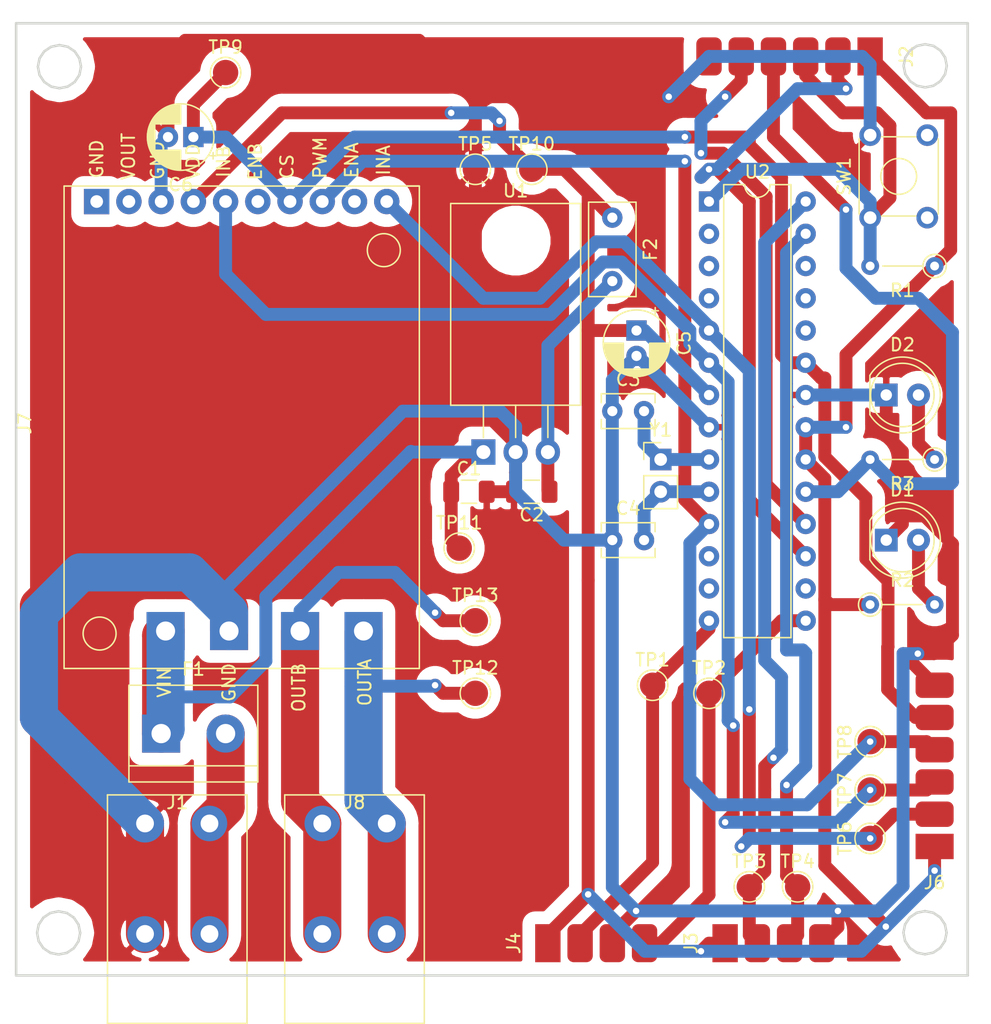
<source format=kicad_pcb>
(kicad_pcb (version 20171130) (host pcbnew "(5.1.6)-1")

  (general
    (thickness 1.6)
    (drawings 69)
    (tracks 361)
    (zones 0)
    (modules 37)
    (nets 37)
  )

  (page A4)
  (layers
    (0 F.Cu signal)
    (31 B.Cu signal)
    (32 B.Adhes user)
    (33 F.Adhes user)
    (34 B.Paste user)
    (35 F.Paste user)
    (36 B.SilkS user)
    (37 F.SilkS user)
    (38 B.Mask user)
    (39 F.Mask user)
    (40 Dwgs.User user)
    (41 Cmts.User user)
    (42 Eco1.User user)
    (43 Eco2.User user)
    (44 Edge.Cuts user)
    (45 Margin user hide)
    (46 B.CrtYd user hide)
    (47 F.CrtYd user hide)
    (48 B.Fab user hide)
    (49 F.Fab user hide)
  )

  (setup
    (last_trace_width 0.25)
    (user_trace_width 1.016)
    (user_trace_width 3)
    (trace_clearance 0.2)
    (zone_clearance 1)
    (zone_45_only no)
    (trace_min 0.2)
    (via_size 0.8)
    (via_drill 0.4)
    (via_min_size 0.4)
    (via_min_drill 0.3)
    (user_via 0.8 0.51)
    (user_via 1.03 0.51)
    (uvia_size 0.3)
    (uvia_drill 0.1)
    (uvias_allowed no)
    (uvia_min_size 0.2)
    (uvia_min_drill 0.1)
    (edge_width 0.05)
    (segment_width 0.2)
    (pcb_text_width 0.3)
    (pcb_text_size 1.5 1.5)
    (mod_edge_width 0.12)
    (mod_text_size 1 1)
    (mod_text_width 0.15)
    (pad_size 1.6 1.6)
    (pad_drill 0.8)
    (pad_to_mask_clearance 0.05)
    (aux_axis_origin 0 0)
    (visible_elements 7FFFFFFF)
    (pcbplotparams
      (layerselection 0x010c0_ffffffff)
      (usegerberextensions false)
      (usegerberattributes true)
      (usegerberadvancedattributes true)
      (creategerberjobfile true)
      (excludeedgelayer true)
      (linewidth 0.100000)
      (plotframeref false)
      (viasonmask false)
      (mode 1)
      (useauxorigin false)
      (hpglpennumber 1)
      (hpglpenspeed 20)
      (hpglpendiameter 15.000000)
      (psnegative false)
      (psa4output false)
      (plotreference true)
      (plotvalue true)
      (plotinvisibletext false)
      (padsonsilk false)
      (subtractmaskfromsilk false)
      (outputformat 1)
      (mirror false)
      (drillshape 0)
      (scaleselection 1)
      (outputdirectory "Gerber Export V1.5/"))
  )

  (net 0 "")
  (net 1 GND)
  (net 2 +12V)
  (net 3 "Net-(C2-Pad1)")
  (net 4 "Net-(C3-Pad2)")
  (net 5 "Net-(C4-Pad2)")
  (net 6 +5V)
  (net 7 "Net-(D1-Pad2)")
  (net 8 "Net-(D2-Pad2)")
  (net 9 "Net-(F1-Pad2)")
  (net 10 MOSI)
  (net 11 RST)
  (net 12 SCK)
  (net 13 MISO)
  (net 14 SCL)
  (net 15 SDA)
  (net 16 QB)
  (net 17 QA)
  (net 18 MOTORA)
  (net 19 MOTORPWM)
  (net 20 CS)
  (net 21 MOTORB)
  (net 22 "Net-(U2-Pad2)")
  (net 23 "Net-(U2-Pad16)")
  (net 24 "Net-(U2-Pad3)")
  (net 25 "Net-(U2-Pad4)")
  (net 26 "Net-(U2-Pad24)")
  (net 27 "Net-(U2-Pad25)")
  (net 28 "Net-(U2-Pad12)")
  (net 29 "Net-(U2-Pad26)")
  (net 30 "Net-(U2-Pad13)")
  (net 31 "Net-(J7-Pad12)")
  (net 32 "Net-(J7-Pad11)")
  (net 33 "Net-(J7-Pad1)")
  (net 34 "Net-(J7-Pad2)")
  (net 35 "Net-(J7-Pad6)")
  (net 36 "Net-(J7-Pad9)")

  (net_class Default "This is the default net class."
    (clearance 0.2)
    (trace_width 0.25)
    (via_dia 0.8)
    (via_drill 0.4)
    (uvia_dia 0.3)
    (uvia_drill 0.1)
    (add_net +12V)
    (add_net +5V)
    (add_net CS)
    (add_net GND)
    (add_net MISO)
    (add_net MOSI)
    (add_net MOTORA)
    (add_net MOTORB)
    (add_net MOTORPWM)
    (add_net "Net-(C2-Pad1)")
    (add_net "Net-(C3-Pad2)")
    (add_net "Net-(C4-Pad2)")
    (add_net "Net-(D1-Pad2)")
    (add_net "Net-(D2-Pad2)")
    (add_net "Net-(F1-Pad2)")
    (add_net "Net-(J7-Pad1)")
    (add_net "Net-(J7-Pad11)")
    (add_net "Net-(J7-Pad12)")
    (add_net "Net-(J7-Pad2)")
    (add_net "Net-(J7-Pad6)")
    (add_net "Net-(J7-Pad9)")
    (add_net "Net-(U2-Pad12)")
    (add_net "Net-(U2-Pad13)")
    (add_net "Net-(U2-Pad16)")
    (add_net "Net-(U2-Pad2)")
    (add_net "Net-(U2-Pad24)")
    (add_net "Net-(U2-Pad25)")
    (add_net "Net-(U2-Pad26)")
    (add_net "Net-(U2-Pad3)")
    (add_net "Net-(U2-Pad4)")
    (add_net QA)
    (add_net QB)
    (add_net RST)
    (add_net SCK)
    (add_net SCL)
    (add_net SDA)
  )

  (module Capacitor_SMD:C_1206_3216Metric (layer F.Cu) (tedit 5B301BBE) (tstamp 5F698942)
    (at 89.03 104.14)
    (descr "Capacitor SMD 1206 (3216 Metric), square (rectangular) end terminal, IPC_7351 nominal, (Body size source: http://www.tortai-tech.com/upload/download/2011102023233369053.pdf), generated with kicad-footprint-generator")
    (tags capacitor)
    (path /5F59D2DD)
    (attr smd)
    (fp_text reference C1 (at 0 -1.82) (layer F.SilkS)
      (effects (font (size 1 1) (thickness 0.15)))
    )
    (fp_text value 0.33uF (at 0 1.82) (layer F.Fab)
      (effects (font (size 1 1) (thickness 0.15)))
    )
    (fp_line (start 2.28 1.12) (end -2.28 1.12) (layer F.CrtYd) (width 0.05))
    (fp_line (start 2.28 -1.12) (end 2.28 1.12) (layer F.CrtYd) (width 0.05))
    (fp_line (start -2.28 -1.12) (end 2.28 -1.12) (layer F.CrtYd) (width 0.05))
    (fp_line (start -2.28 1.12) (end -2.28 -1.12) (layer F.CrtYd) (width 0.05))
    (fp_line (start -0.602064 0.91) (end 0.602064 0.91) (layer F.SilkS) (width 0.12))
    (fp_line (start -0.602064 -0.91) (end 0.602064 -0.91) (layer F.SilkS) (width 0.12))
    (fp_line (start 1.6 0.8) (end -1.6 0.8) (layer F.Fab) (width 0.1))
    (fp_line (start 1.6 -0.8) (end 1.6 0.8) (layer F.Fab) (width 0.1))
    (fp_line (start -1.6 -0.8) (end 1.6 -0.8) (layer F.Fab) (width 0.1))
    (fp_line (start -1.6 0.8) (end -1.6 -0.8) (layer F.Fab) (width 0.1))
    (fp_text user %R (at 0 0) (layer F.Fab)
      (effects (font (size 0.8 0.8) (thickness 0.12)))
    )
    (pad 2 smd roundrect (at 1.4 0) (size 1.25 1.75) (layers F.Cu F.Paste F.Mask) (roundrect_rratio 0.2)
      (net 1 GND))
    (pad 1 smd roundrect (at -1.4 0) (size 1.25 1.75) (layers F.Cu F.Paste F.Mask) (roundrect_rratio 0.2)
      (net 2 +12V))
    (model ${KISYS3DMOD}/Capacitor_SMD.3dshapes/C_1206_3216Metric.wrl
      (at (xyz 0 0 0))
      (scale (xyz 1 1 1))
      (rotate (xyz 0 0 0))
    )
  )

  (module Capacitor_SMD:C_1206_3216Metric (layer F.Cu) (tedit 5B301BBE) (tstamp 5F698953)
    (at 93.98 104.14 180)
    (descr "Capacitor SMD 1206 (3216 Metric), square (rectangular) end terminal, IPC_7351 nominal, (Body size source: http://www.tortai-tech.com/upload/download/2011102023233369053.pdf), generated with kicad-footprint-generator")
    (tags capacitor)
    (path /5F59FC6F)
    (attr smd)
    (fp_text reference C2 (at 0 -1.82) (layer F.SilkS)
      (effects (font (size 1 1) (thickness 0.15)))
    )
    (fp_text value 0.1uF (at 0 1.82) (layer F.Fab)
      (effects (font (size 1 1) (thickness 0.15)))
    )
    (fp_line (start -1.6 0.8) (end -1.6 -0.8) (layer F.Fab) (width 0.1))
    (fp_line (start -1.6 -0.8) (end 1.6 -0.8) (layer F.Fab) (width 0.1))
    (fp_line (start 1.6 -0.8) (end 1.6 0.8) (layer F.Fab) (width 0.1))
    (fp_line (start 1.6 0.8) (end -1.6 0.8) (layer F.Fab) (width 0.1))
    (fp_line (start -0.602064 -0.91) (end 0.602064 -0.91) (layer F.SilkS) (width 0.12))
    (fp_line (start -0.602064 0.91) (end 0.602064 0.91) (layer F.SilkS) (width 0.12))
    (fp_line (start -2.28 1.12) (end -2.28 -1.12) (layer F.CrtYd) (width 0.05))
    (fp_line (start -2.28 -1.12) (end 2.28 -1.12) (layer F.CrtYd) (width 0.05))
    (fp_line (start 2.28 -1.12) (end 2.28 1.12) (layer F.CrtYd) (width 0.05))
    (fp_line (start 2.28 1.12) (end -2.28 1.12) (layer F.CrtYd) (width 0.05))
    (fp_text user %R (at 0 0) (layer F.Fab)
      (effects (font (size 0.8 0.8) (thickness 0.12)))
    )
    (pad 1 smd roundrect (at -1.4 0 180) (size 1.25 1.75) (layers F.Cu F.Paste F.Mask) (roundrect_rratio 0.2)
      (net 3 "Net-(C2-Pad1)"))
    (pad 2 smd roundrect (at 1.4 0 180) (size 1.25 1.75) (layers F.Cu F.Paste F.Mask) (roundrect_rratio 0.2)
      (net 1 GND))
    (model ${KISYS3DMOD}/Capacitor_SMD.3dshapes/C_1206_3216Metric.wrl
      (at (xyz 0 0 0))
      (scale (xyz 1 1 1))
      (rotate (xyz 0 0 0))
    )
  )

  (module Capacitor_THT:C_Rect_L4.0mm_W2.5mm_P2.50mm (layer F.Cu) (tedit 5AE50EF0) (tstamp 5F698968)
    (at 100.33 97.79)
    (descr "C, Rect series, Radial, pin pitch=2.50mm, , length*width=4*2.5mm^2, Capacitor")
    (tags "C Rect series Radial pin pitch 2.50mm  length 4mm width 2.5mm Capacitor")
    (path /5F5B73EB)
    (fp_text reference C3 (at 1.25 -2.5) (layer F.SilkS)
      (effects (font (size 1 1) (thickness 0.15)))
    )
    (fp_text value 22pF (at 1.25 2.5) (layer F.Fab)
      (effects (font (size 1 1) (thickness 0.15)))
    )
    (fp_line (start 3.55 -1.5) (end -1.05 -1.5) (layer F.CrtYd) (width 0.05))
    (fp_line (start 3.55 1.5) (end 3.55 -1.5) (layer F.CrtYd) (width 0.05))
    (fp_line (start -1.05 1.5) (end 3.55 1.5) (layer F.CrtYd) (width 0.05))
    (fp_line (start -1.05 -1.5) (end -1.05 1.5) (layer F.CrtYd) (width 0.05))
    (fp_line (start 3.37 0.665) (end 3.37 1.37) (layer F.SilkS) (width 0.12))
    (fp_line (start 3.37 -1.37) (end 3.37 -0.665) (layer F.SilkS) (width 0.12))
    (fp_line (start -0.87 0.665) (end -0.87 1.37) (layer F.SilkS) (width 0.12))
    (fp_line (start -0.87 -1.37) (end -0.87 -0.665) (layer F.SilkS) (width 0.12))
    (fp_line (start -0.87 1.37) (end 3.37 1.37) (layer F.SilkS) (width 0.12))
    (fp_line (start -0.87 -1.37) (end 3.37 -1.37) (layer F.SilkS) (width 0.12))
    (fp_line (start 3.25 -1.25) (end -0.75 -1.25) (layer F.Fab) (width 0.1))
    (fp_line (start 3.25 1.25) (end 3.25 -1.25) (layer F.Fab) (width 0.1))
    (fp_line (start -0.75 1.25) (end 3.25 1.25) (layer F.Fab) (width 0.1))
    (fp_line (start -0.75 -1.25) (end -0.75 1.25) (layer F.Fab) (width 0.1))
    (fp_text user %R (at 1.25 0) (layer F.Fab)
      (effects (font (size 0.8 0.8) (thickness 0.12)))
    )
    (pad 2 thru_hole circle (at 2.5 0) (size 1.6 1.6) (drill 0.8) (layers *.Cu *.Mask)
      (net 4 "Net-(C3-Pad2)"))
    (pad 1 thru_hole circle (at 0 0) (size 1.6 1.6) (drill 0.8) (layers *.Cu *.Mask)
      (net 1 GND))
    (model ${KISYS3DMOD}/Capacitor_THT.3dshapes/C_Rect_L4.0mm_W2.5mm_P2.50mm.wrl
      (at (xyz 0 0 0))
      (scale (xyz 1 1 1))
      (rotate (xyz 0 0 0))
    )
  )

  (module Capacitor_THT:C_Rect_L4.0mm_W2.5mm_P2.50mm (layer F.Cu) (tedit 5AE50EF0) (tstamp 5F69897D)
    (at 100.33 107.95)
    (descr "C, Rect series, Radial, pin pitch=2.50mm, , length*width=4*2.5mm^2, Capacitor")
    (tags "C Rect series Radial pin pitch 2.50mm  length 4mm width 2.5mm Capacitor")
    (path /5F5B7DCF)
    (fp_text reference C4 (at 1.25 -2.5) (layer F.SilkS)
      (effects (font (size 1 1) (thickness 0.15)))
    )
    (fp_text value 22pF (at 1.25 2.5) (layer F.Fab)
      (effects (font (size 1 1) (thickness 0.15)))
    )
    (fp_line (start -0.75 -1.25) (end -0.75 1.25) (layer F.Fab) (width 0.1))
    (fp_line (start -0.75 1.25) (end 3.25 1.25) (layer F.Fab) (width 0.1))
    (fp_line (start 3.25 1.25) (end 3.25 -1.25) (layer F.Fab) (width 0.1))
    (fp_line (start 3.25 -1.25) (end -0.75 -1.25) (layer F.Fab) (width 0.1))
    (fp_line (start -0.87 -1.37) (end 3.37 -1.37) (layer F.SilkS) (width 0.12))
    (fp_line (start -0.87 1.37) (end 3.37 1.37) (layer F.SilkS) (width 0.12))
    (fp_line (start -0.87 -1.37) (end -0.87 -0.665) (layer F.SilkS) (width 0.12))
    (fp_line (start -0.87 0.665) (end -0.87 1.37) (layer F.SilkS) (width 0.12))
    (fp_line (start 3.37 -1.37) (end 3.37 -0.665) (layer F.SilkS) (width 0.12))
    (fp_line (start 3.37 0.665) (end 3.37 1.37) (layer F.SilkS) (width 0.12))
    (fp_line (start -1.05 -1.5) (end -1.05 1.5) (layer F.CrtYd) (width 0.05))
    (fp_line (start -1.05 1.5) (end 3.55 1.5) (layer F.CrtYd) (width 0.05))
    (fp_line (start 3.55 1.5) (end 3.55 -1.5) (layer F.CrtYd) (width 0.05))
    (fp_line (start 3.55 -1.5) (end -1.05 -1.5) (layer F.CrtYd) (width 0.05))
    (fp_text user %R (at 1.25 0) (layer F.Fab)
      (effects (font (size 0.8 0.8) (thickness 0.12)))
    )
    (pad 1 thru_hole circle (at 0 0) (size 1.6 1.6) (drill 0.8) (layers *.Cu *.Mask)
      (net 1 GND))
    (pad 2 thru_hole circle (at 2.5 0) (size 1.6 1.6) (drill 0.8) (layers *.Cu *.Mask)
      (net 5 "Net-(C4-Pad2)"))
    (model ${KISYS3DMOD}/Capacitor_THT.3dshapes/C_Rect_L4.0mm_W2.5mm_P2.50mm.wrl
      (at (xyz 0 0 0))
      (scale (xyz 1 1 1))
      (rotate (xyz 0 0 0))
    )
  )

  (module Capacitor_THT:CP_Radial_D5.0mm_P2.00mm (layer F.Cu) (tedit 5AE50EF0) (tstamp 5F698A00)
    (at 102.235 91.44 270)
    (descr "CP, Radial series, Radial, pin pitch=2.00mm, , diameter=5mm, Electrolytic Capacitor")
    (tags "CP Radial series Radial pin pitch 2.00mm  diameter 5mm Electrolytic Capacitor")
    (path /5F5AE8C9)
    (fp_text reference C5 (at 1 -3.75 90) (layer F.SilkS)
      (effects (font (size 1 1) (thickness 0.15)))
    )
    (fp_text value 10uf (at 1 3.75 90) (layer F.Fab)
      (effects (font (size 1 1) (thickness 0.15)))
    )
    (fp_line (start -1.554775 -1.725) (end -1.554775 -1.225) (layer F.SilkS) (width 0.12))
    (fp_line (start -1.804775 -1.475) (end -1.304775 -1.475) (layer F.SilkS) (width 0.12))
    (fp_line (start 3.601 -0.284) (end 3.601 0.284) (layer F.SilkS) (width 0.12))
    (fp_line (start 3.561 -0.518) (end 3.561 0.518) (layer F.SilkS) (width 0.12))
    (fp_line (start 3.521 -0.677) (end 3.521 0.677) (layer F.SilkS) (width 0.12))
    (fp_line (start 3.481 -0.805) (end 3.481 0.805) (layer F.SilkS) (width 0.12))
    (fp_line (start 3.441 -0.915) (end 3.441 0.915) (layer F.SilkS) (width 0.12))
    (fp_line (start 3.401 -1.011) (end 3.401 1.011) (layer F.SilkS) (width 0.12))
    (fp_line (start 3.361 -1.098) (end 3.361 1.098) (layer F.SilkS) (width 0.12))
    (fp_line (start 3.321 -1.178) (end 3.321 1.178) (layer F.SilkS) (width 0.12))
    (fp_line (start 3.281 -1.251) (end 3.281 1.251) (layer F.SilkS) (width 0.12))
    (fp_line (start 3.241 -1.319) (end 3.241 1.319) (layer F.SilkS) (width 0.12))
    (fp_line (start 3.201 -1.383) (end 3.201 1.383) (layer F.SilkS) (width 0.12))
    (fp_line (start 3.161 -1.443) (end 3.161 1.443) (layer F.SilkS) (width 0.12))
    (fp_line (start 3.121 -1.5) (end 3.121 1.5) (layer F.SilkS) (width 0.12))
    (fp_line (start 3.081 -1.554) (end 3.081 1.554) (layer F.SilkS) (width 0.12))
    (fp_line (start 3.041 -1.605) (end 3.041 1.605) (layer F.SilkS) (width 0.12))
    (fp_line (start 3.001 1.04) (end 3.001 1.653) (layer F.SilkS) (width 0.12))
    (fp_line (start 3.001 -1.653) (end 3.001 -1.04) (layer F.SilkS) (width 0.12))
    (fp_line (start 2.961 1.04) (end 2.961 1.699) (layer F.SilkS) (width 0.12))
    (fp_line (start 2.961 -1.699) (end 2.961 -1.04) (layer F.SilkS) (width 0.12))
    (fp_line (start 2.921 1.04) (end 2.921 1.743) (layer F.SilkS) (width 0.12))
    (fp_line (start 2.921 -1.743) (end 2.921 -1.04) (layer F.SilkS) (width 0.12))
    (fp_line (start 2.881 1.04) (end 2.881 1.785) (layer F.SilkS) (width 0.12))
    (fp_line (start 2.881 -1.785) (end 2.881 -1.04) (layer F.SilkS) (width 0.12))
    (fp_line (start 2.841 1.04) (end 2.841 1.826) (layer F.SilkS) (width 0.12))
    (fp_line (start 2.841 -1.826) (end 2.841 -1.04) (layer F.SilkS) (width 0.12))
    (fp_line (start 2.801 1.04) (end 2.801 1.864) (layer F.SilkS) (width 0.12))
    (fp_line (start 2.801 -1.864) (end 2.801 -1.04) (layer F.SilkS) (width 0.12))
    (fp_line (start 2.761 1.04) (end 2.761 1.901) (layer F.SilkS) (width 0.12))
    (fp_line (start 2.761 -1.901) (end 2.761 -1.04) (layer F.SilkS) (width 0.12))
    (fp_line (start 2.721 1.04) (end 2.721 1.937) (layer F.SilkS) (width 0.12))
    (fp_line (start 2.721 -1.937) (end 2.721 -1.04) (layer F.SilkS) (width 0.12))
    (fp_line (start 2.681 1.04) (end 2.681 1.971) (layer F.SilkS) (width 0.12))
    (fp_line (start 2.681 -1.971) (end 2.681 -1.04) (layer F.SilkS) (width 0.12))
    (fp_line (start 2.641 1.04) (end 2.641 2.004) (layer F.SilkS) (width 0.12))
    (fp_line (start 2.641 -2.004) (end 2.641 -1.04) (layer F.SilkS) (width 0.12))
    (fp_line (start 2.601 1.04) (end 2.601 2.035) (layer F.SilkS) (width 0.12))
    (fp_line (start 2.601 -2.035) (end 2.601 -1.04) (layer F.SilkS) (width 0.12))
    (fp_line (start 2.561 1.04) (end 2.561 2.065) (layer F.SilkS) (width 0.12))
    (fp_line (start 2.561 -2.065) (end 2.561 -1.04) (layer F.SilkS) (width 0.12))
    (fp_line (start 2.521 1.04) (end 2.521 2.095) (layer F.SilkS) (width 0.12))
    (fp_line (start 2.521 -2.095) (end 2.521 -1.04) (layer F.SilkS) (width 0.12))
    (fp_line (start 2.481 1.04) (end 2.481 2.122) (layer F.SilkS) (width 0.12))
    (fp_line (start 2.481 -2.122) (end 2.481 -1.04) (layer F.SilkS) (width 0.12))
    (fp_line (start 2.441 1.04) (end 2.441 2.149) (layer F.SilkS) (width 0.12))
    (fp_line (start 2.441 -2.149) (end 2.441 -1.04) (layer F.SilkS) (width 0.12))
    (fp_line (start 2.401 1.04) (end 2.401 2.175) (layer F.SilkS) (width 0.12))
    (fp_line (start 2.401 -2.175) (end 2.401 -1.04) (layer F.SilkS) (width 0.12))
    (fp_line (start 2.361 1.04) (end 2.361 2.2) (layer F.SilkS) (width 0.12))
    (fp_line (start 2.361 -2.2) (end 2.361 -1.04) (layer F.SilkS) (width 0.12))
    (fp_line (start 2.321 1.04) (end 2.321 2.224) (layer F.SilkS) (width 0.12))
    (fp_line (start 2.321 -2.224) (end 2.321 -1.04) (layer F.SilkS) (width 0.12))
    (fp_line (start 2.281 1.04) (end 2.281 2.247) (layer F.SilkS) (width 0.12))
    (fp_line (start 2.281 -2.247) (end 2.281 -1.04) (layer F.SilkS) (width 0.12))
    (fp_line (start 2.241 1.04) (end 2.241 2.268) (layer F.SilkS) (width 0.12))
    (fp_line (start 2.241 -2.268) (end 2.241 -1.04) (layer F.SilkS) (width 0.12))
    (fp_line (start 2.201 1.04) (end 2.201 2.29) (layer F.SilkS) (width 0.12))
    (fp_line (start 2.201 -2.29) (end 2.201 -1.04) (layer F.SilkS) (width 0.12))
    (fp_line (start 2.161 1.04) (end 2.161 2.31) (layer F.SilkS) (width 0.12))
    (fp_line (start 2.161 -2.31) (end 2.161 -1.04) (layer F.SilkS) (width 0.12))
    (fp_line (start 2.121 1.04) (end 2.121 2.329) (layer F.SilkS) (width 0.12))
    (fp_line (start 2.121 -2.329) (end 2.121 -1.04) (layer F.SilkS) (width 0.12))
    (fp_line (start 2.081 1.04) (end 2.081 2.348) (layer F.SilkS) (width 0.12))
    (fp_line (start 2.081 -2.348) (end 2.081 -1.04) (layer F.SilkS) (width 0.12))
    (fp_line (start 2.041 1.04) (end 2.041 2.365) (layer F.SilkS) (width 0.12))
    (fp_line (start 2.041 -2.365) (end 2.041 -1.04) (layer F.SilkS) (width 0.12))
    (fp_line (start 2.001 1.04) (end 2.001 2.382) (layer F.SilkS) (width 0.12))
    (fp_line (start 2.001 -2.382) (end 2.001 -1.04) (layer F.SilkS) (width 0.12))
    (fp_line (start 1.961 1.04) (end 1.961 2.398) (layer F.SilkS) (width 0.12))
    (fp_line (start 1.961 -2.398) (end 1.961 -1.04) (layer F.SilkS) (width 0.12))
    (fp_line (start 1.921 1.04) (end 1.921 2.414) (layer F.SilkS) (width 0.12))
    (fp_line (start 1.921 -2.414) (end 1.921 -1.04) (layer F.SilkS) (width 0.12))
    (fp_line (start 1.881 1.04) (end 1.881 2.428) (layer F.SilkS) (width 0.12))
    (fp_line (start 1.881 -2.428) (end 1.881 -1.04) (layer F.SilkS) (width 0.12))
    (fp_line (start 1.841 1.04) (end 1.841 2.442) (layer F.SilkS) (width 0.12))
    (fp_line (start 1.841 -2.442) (end 1.841 -1.04) (layer F.SilkS) (width 0.12))
    (fp_line (start 1.801 1.04) (end 1.801 2.455) (layer F.SilkS) (width 0.12))
    (fp_line (start 1.801 -2.455) (end 1.801 -1.04) (layer F.SilkS) (width 0.12))
    (fp_line (start 1.761 1.04) (end 1.761 2.468) (layer F.SilkS) (width 0.12))
    (fp_line (start 1.761 -2.468) (end 1.761 -1.04) (layer F.SilkS) (width 0.12))
    (fp_line (start 1.721 1.04) (end 1.721 2.48) (layer F.SilkS) (width 0.12))
    (fp_line (start 1.721 -2.48) (end 1.721 -1.04) (layer F.SilkS) (width 0.12))
    (fp_line (start 1.68 1.04) (end 1.68 2.491) (layer F.SilkS) (width 0.12))
    (fp_line (start 1.68 -2.491) (end 1.68 -1.04) (layer F.SilkS) (width 0.12))
    (fp_line (start 1.64 1.04) (end 1.64 2.501) (layer F.SilkS) (width 0.12))
    (fp_line (start 1.64 -2.501) (end 1.64 -1.04) (layer F.SilkS) (width 0.12))
    (fp_line (start 1.6 1.04) (end 1.6 2.511) (layer F.SilkS) (width 0.12))
    (fp_line (start 1.6 -2.511) (end 1.6 -1.04) (layer F.SilkS) (width 0.12))
    (fp_line (start 1.56 1.04) (end 1.56 2.52) (layer F.SilkS) (width 0.12))
    (fp_line (start 1.56 -2.52) (end 1.56 -1.04) (layer F.SilkS) (width 0.12))
    (fp_line (start 1.52 1.04) (end 1.52 2.528) (layer F.SilkS) (width 0.12))
    (fp_line (start 1.52 -2.528) (end 1.52 -1.04) (layer F.SilkS) (width 0.12))
    (fp_line (start 1.48 1.04) (end 1.48 2.536) (layer F.SilkS) (width 0.12))
    (fp_line (start 1.48 -2.536) (end 1.48 -1.04) (layer F.SilkS) (width 0.12))
    (fp_line (start 1.44 1.04) (end 1.44 2.543) (layer F.SilkS) (width 0.12))
    (fp_line (start 1.44 -2.543) (end 1.44 -1.04) (layer F.SilkS) (width 0.12))
    (fp_line (start 1.4 1.04) (end 1.4 2.55) (layer F.SilkS) (width 0.12))
    (fp_line (start 1.4 -2.55) (end 1.4 -1.04) (layer F.SilkS) (width 0.12))
    (fp_line (start 1.36 1.04) (end 1.36 2.556) (layer F.SilkS) (width 0.12))
    (fp_line (start 1.36 -2.556) (end 1.36 -1.04) (layer F.SilkS) (width 0.12))
    (fp_line (start 1.32 1.04) (end 1.32 2.561) (layer F.SilkS) (width 0.12))
    (fp_line (start 1.32 -2.561) (end 1.32 -1.04) (layer F.SilkS) (width 0.12))
    (fp_line (start 1.28 1.04) (end 1.28 2.565) (layer F.SilkS) (width 0.12))
    (fp_line (start 1.28 -2.565) (end 1.28 -1.04) (layer F.SilkS) (width 0.12))
    (fp_line (start 1.24 1.04) (end 1.24 2.569) (layer F.SilkS) (width 0.12))
    (fp_line (start 1.24 -2.569) (end 1.24 -1.04) (layer F.SilkS) (width 0.12))
    (fp_line (start 1.2 1.04) (end 1.2 2.573) (layer F.SilkS) (width 0.12))
    (fp_line (start 1.2 -2.573) (end 1.2 -1.04) (layer F.SilkS) (width 0.12))
    (fp_line (start 1.16 1.04) (end 1.16 2.576) (layer F.SilkS) (width 0.12))
    (fp_line (start 1.16 -2.576) (end 1.16 -1.04) (layer F.SilkS) (width 0.12))
    (fp_line (start 1.12 1.04) (end 1.12 2.578) (layer F.SilkS) (width 0.12))
    (fp_line (start 1.12 -2.578) (end 1.12 -1.04) (layer F.SilkS) (width 0.12))
    (fp_line (start 1.08 1.04) (end 1.08 2.579) (layer F.SilkS) (width 0.12))
    (fp_line (start 1.08 -2.579) (end 1.08 -1.04) (layer F.SilkS) (width 0.12))
    (fp_line (start 1.04 -2.58) (end 1.04 -1.04) (layer F.SilkS) (width 0.12))
    (fp_line (start 1.04 1.04) (end 1.04 2.58) (layer F.SilkS) (width 0.12))
    (fp_line (start 1 -2.58) (end 1 -1.04) (layer F.SilkS) (width 0.12))
    (fp_line (start 1 1.04) (end 1 2.58) (layer F.SilkS) (width 0.12))
    (fp_line (start -0.883605 -1.3375) (end -0.883605 -0.8375) (layer F.Fab) (width 0.1))
    (fp_line (start -1.133605 -1.0875) (end -0.633605 -1.0875) (layer F.Fab) (width 0.1))
    (fp_circle (center 1 0) (end 3.75 0) (layer F.CrtYd) (width 0.05))
    (fp_circle (center 1 0) (end 3.62 0) (layer F.SilkS) (width 0.12))
    (fp_circle (center 1 0) (end 3.5 0) (layer F.Fab) (width 0.1))
    (fp_text user %R (at 1 0 90) (layer F.Fab)
      (effects (font (size 1 1) (thickness 0.15)))
    )
    (pad 2 thru_hole circle (at 2 0 270) (size 1.6 1.6) (drill 0.8) (layers *.Cu *.Mask)
      (net 1 GND))
    (pad 1 thru_hole rect (at 0 0 270) (size 1.6 1.6) (drill 0.8) (layers *.Cu *.Mask)
      (net 6 +5V))
    (model ${KISYS3DMOD}/Capacitor_THT.3dshapes/CP_Radial_D5.0mm_P2.00mm.wrl
      (at (xyz 0 0 0))
      (scale (xyz 1 1 1))
      (rotate (xyz 0 0 0))
    )
  )

  (module Capacitor_THT:CP_Radial_D5.0mm_P2.00mm (layer F.Cu) (tedit 5AE50EF0) (tstamp 5F698A83)
    (at 67.31 76.2 180)
    (descr "CP, Radial series, Radial, pin pitch=2.00mm, , diameter=5mm, Electrolytic Capacitor")
    (tags "CP Radial series Radial pin pitch 2.00mm  diameter 5mm Electrolytic Capacitor")
    (path /5F665C92)
    (fp_text reference C6 (at 1 -3.75) (layer F.SilkS)
      (effects (font (size 1 1) (thickness 0.15)))
    )
    (fp_text value 10uf (at 1 3.75) (layer F.Fab)
      (effects (font (size 1 1) (thickness 0.15)))
    )
    (fp_circle (center 1 0) (end 3.5 0) (layer F.Fab) (width 0.1))
    (fp_circle (center 1 0) (end 3.62 0) (layer F.SilkS) (width 0.12))
    (fp_circle (center 1 0) (end 3.75 0) (layer F.CrtYd) (width 0.05))
    (fp_line (start -1.133605 -1.0875) (end -0.633605 -1.0875) (layer F.Fab) (width 0.1))
    (fp_line (start -0.883605 -1.3375) (end -0.883605 -0.8375) (layer F.Fab) (width 0.1))
    (fp_line (start 1 1.04) (end 1 2.58) (layer F.SilkS) (width 0.12))
    (fp_line (start 1 -2.58) (end 1 -1.04) (layer F.SilkS) (width 0.12))
    (fp_line (start 1.04 1.04) (end 1.04 2.58) (layer F.SilkS) (width 0.12))
    (fp_line (start 1.04 -2.58) (end 1.04 -1.04) (layer F.SilkS) (width 0.12))
    (fp_line (start 1.08 -2.579) (end 1.08 -1.04) (layer F.SilkS) (width 0.12))
    (fp_line (start 1.08 1.04) (end 1.08 2.579) (layer F.SilkS) (width 0.12))
    (fp_line (start 1.12 -2.578) (end 1.12 -1.04) (layer F.SilkS) (width 0.12))
    (fp_line (start 1.12 1.04) (end 1.12 2.578) (layer F.SilkS) (width 0.12))
    (fp_line (start 1.16 -2.576) (end 1.16 -1.04) (layer F.SilkS) (width 0.12))
    (fp_line (start 1.16 1.04) (end 1.16 2.576) (layer F.SilkS) (width 0.12))
    (fp_line (start 1.2 -2.573) (end 1.2 -1.04) (layer F.SilkS) (width 0.12))
    (fp_line (start 1.2 1.04) (end 1.2 2.573) (layer F.SilkS) (width 0.12))
    (fp_line (start 1.24 -2.569) (end 1.24 -1.04) (layer F.SilkS) (width 0.12))
    (fp_line (start 1.24 1.04) (end 1.24 2.569) (layer F.SilkS) (width 0.12))
    (fp_line (start 1.28 -2.565) (end 1.28 -1.04) (layer F.SilkS) (width 0.12))
    (fp_line (start 1.28 1.04) (end 1.28 2.565) (layer F.SilkS) (width 0.12))
    (fp_line (start 1.32 -2.561) (end 1.32 -1.04) (layer F.SilkS) (width 0.12))
    (fp_line (start 1.32 1.04) (end 1.32 2.561) (layer F.SilkS) (width 0.12))
    (fp_line (start 1.36 -2.556) (end 1.36 -1.04) (layer F.SilkS) (width 0.12))
    (fp_line (start 1.36 1.04) (end 1.36 2.556) (layer F.SilkS) (width 0.12))
    (fp_line (start 1.4 -2.55) (end 1.4 -1.04) (layer F.SilkS) (width 0.12))
    (fp_line (start 1.4 1.04) (end 1.4 2.55) (layer F.SilkS) (width 0.12))
    (fp_line (start 1.44 -2.543) (end 1.44 -1.04) (layer F.SilkS) (width 0.12))
    (fp_line (start 1.44 1.04) (end 1.44 2.543) (layer F.SilkS) (width 0.12))
    (fp_line (start 1.48 -2.536) (end 1.48 -1.04) (layer F.SilkS) (width 0.12))
    (fp_line (start 1.48 1.04) (end 1.48 2.536) (layer F.SilkS) (width 0.12))
    (fp_line (start 1.52 -2.528) (end 1.52 -1.04) (layer F.SilkS) (width 0.12))
    (fp_line (start 1.52 1.04) (end 1.52 2.528) (layer F.SilkS) (width 0.12))
    (fp_line (start 1.56 -2.52) (end 1.56 -1.04) (layer F.SilkS) (width 0.12))
    (fp_line (start 1.56 1.04) (end 1.56 2.52) (layer F.SilkS) (width 0.12))
    (fp_line (start 1.6 -2.511) (end 1.6 -1.04) (layer F.SilkS) (width 0.12))
    (fp_line (start 1.6 1.04) (end 1.6 2.511) (layer F.SilkS) (width 0.12))
    (fp_line (start 1.64 -2.501) (end 1.64 -1.04) (layer F.SilkS) (width 0.12))
    (fp_line (start 1.64 1.04) (end 1.64 2.501) (layer F.SilkS) (width 0.12))
    (fp_line (start 1.68 -2.491) (end 1.68 -1.04) (layer F.SilkS) (width 0.12))
    (fp_line (start 1.68 1.04) (end 1.68 2.491) (layer F.SilkS) (width 0.12))
    (fp_line (start 1.721 -2.48) (end 1.721 -1.04) (layer F.SilkS) (width 0.12))
    (fp_line (start 1.721 1.04) (end 1.721 2.48) (layer F.SilkS) (width 0.12))
    (fp_line (start 1.761 -2.468) (end 1.761 -1.04) (layer F.SilkS) (width 0.12))
    (fp_line (start 1.761 1.04) (end 1.761 2.468) (layer F.SilkS) (width 0.12))
    (fp_line (start 1.801 -2.455) (end 1.801 -1.04) (layer F.SilkS) (width 0.12))
    (fp_line (start 1.801 1.04) (end 1.801 2.455) (layer F.SilkS) (width 0.12))
    (fp_line (start 1.841 -2.442) (end 1.841 -1.04) (layer F.SilkS) (width 0.12))
    (fp_line (start 1.841 1.04) (end 1.841 2.442) (layer F.SilkS) (width 0.12))
    (fp_line (start 1.881 -2.428) (end 1.881 -1.04) (layer F.SilkS) (width 0.12))
    (fp_line (start 1.881 1.04) (end 1.881 2.428) (layer F.SilkS) (width 0.12))
    (fp_line (start 1.921 -2.414) (end 1.921 -1.04) (layer F.SilkS) (width 0.12))
    (fp_line (start 1.921 1.04) (end 1.921 2.414) (layer F.SilkS) (width 0.12))
    (fp_line (start 1.961 -2.398) (end 1.961 -1.04) (layer F.SilkS) (width 0.12))
    (fp_line (start 1.961 1.04) (end 1.961 2.398) (layer F.SilkS) (width 0.12))
    (fp_line (start 2.001 -2.382) (end 2.001 -1.04) (layer F.SilkS) (width 0.12))
    (fp_line (start 2.001 1.04) (end 2.001 2.382) (layer F.SilkS) (width 0.12))
    (fp_line (start 2.041 -2.365) (end 2.041 -1.04) (layer F.SilkS) (width 0.12))
    (fp_line (start 2.041 1.04) (end 2.041 2.365) (layer F.SilkS) (width 0.12))
    (fp_line (start 2.081 -2.348) (end 2.081 -1.04) (layer F.SilkS) (width 0.12))
    (fp_line (start 2.081 1.04) (end 2.081 2.348) (layer F.SilkS) (width 0.12))
    (fp_line (start 2.121 -2.329) (end 2.121 -1.04) (layer F.SilkS) (width 0.12))
    (fp_line (start 2.121 1.04) (end 2.121 2.329) (layer F.SilkS) (width 0.12))
    (fp_line (start 2.161 -2.31) (end 2.161 -1.04) (layer F.SilkS) (width 0.12))
    (fp_line (start 2.161 1.04) (end 2.161 2.31) (layer F.SilkS) (width 0.12))
    (fp_line (start 2.201 -2.29) (end 2.201 -1.04) (layer F.SilkS) (width 0.12))
    (fp_line (start 2.201 1.04) (end 2.201 2.29) (layer F.SilkS) (width 0.12))
    (fp_line (start 2.241 -2.268) (end 2.241 -1.04) (layer F.SilkS) (width 0.12))
    (fp_line (start 2.241 1.04) (end 2.241 2.268) (layer F.SilkS) (width 0.12))
    (fp_line (start 2.281 -2.247) (end 2.281 -1.04) (layer F.SilkS) (width 0.12))
    (fp_line (start 2.281 1.04) (end 2.281 2.247) (layer F.SilkS) (width 0.12))
    (fp_line (start 2.321 -2.224) (end 2.321 -1.04) (layer F.SilkS) (width 0.12))
    (fp_line (start 2.321 1.04) (end 2.321 2.224) (layer F.SilkS) (width 0.12))
    (fp_line (start 2.361 -2.2) (end 2.361 -1.04) (layer F.SilkS) (width 0.12))
    (fp_line (start 2.361 1.04) (end 2.361 2.2) (layer F.SilkS) (width 0.12))
    (fp_line (start 2.401 -2.175) (end 2.401 -1.04) (layer F.SilkS) (width 0.12))
    (fp_line (start 2.401 1.04) (end 2.401 2.175) (layer F.SilkS) (width 0.12))
    (fp_line (start 2.441 -2.149) (end 2.441 -1.04) (layer F.SilkS) (width 0.12))
    (fp_line (start 2.441 1.04) (end 2.441 2.149) (layer F.SilkS) (width 0.12))
    (fp_line (start 2.481 -2.122) (end 2.481 -1.04) (layer F.SilkS) (width 0.12))
    (fp_line (start 2.481 1.04) (end 2.481 2.122) (layer F.SilkS) (width 0.12))
    (fp_line (start 2.521 -2.095) (end 2.521 -1.04) (layer F.SilkS) (width 0.12))
    (fp_line (start 2.521 1.04) (end 2.521 2.095) (layer F.SilkS) (width 0.12))
    (fp_line (start 2.561 -2.065) (end 2.561 -1.04) (layer F.SilkS) (width 0.12))
    (fp_line (start 2.561 1.04) (end 2.561 2.065) (layer F.SilkS) (width 0.12))
    (fp_line (start 2.601 -2.035) (end 2.601 -1.04) (layer F.SilkS) (width 0.12))
    (fp_line (start 2.601 1.04) (end 2.601 2.035) (layer F.SilkS) (width 0.12))
    (fp_line (start 2.641 -2.004) (end 2.641 -1.04) (layer F.SilkS) (width 0.12))
    (fp_line (start 2.641 1.04) (end 2.641 2.004) (layer F.SilkS) (width 0.12))
    (fp_line (start 2.681 -1.971) (end 2.681 -1.04) (layer F.SilkS) (width 0.12))
    (fp_line (start 2.681 1.04) (end 2.681 1.971) (layer F.SilkS) (width 0.12))
    (fp_line (start 2.721 -1.937) (end 2.721 -1.04) (layer F.SilkS) (width 0.12))
    (fp_line (start 2.721 1.04) (end 2.721 1.937) (layer F.SilkS) (width 0.12))
    (fp_line (start 2.761 -1.901) (end 2.761 -1.04) (layer F.SilkS) (width 0.12))
    (fp_line (start 2.761 1.04) (end 2.761 1.901) (layer F.SilkS) (width 0.12))
    (fp_line (start 2.801 -1.864) (end 2.801 -1.04) (layer F.SilkS) (width 0.12))
    (fp_line (start 2.801 1.04) (end 2.801 1.864) (layer F.SilkS) (width 0.12))
    (fp_line (start 2.841 -1.826) (end 2.841 -1.04) (layer F.SilkS) (width 0.12))
    (fp_line (start 2.841 1.04) (end 2.841 1.826) (layer F.SilkS) (width 0.12))
    (fp_line (start 2.881 -1.785) (end 2.881 -1.04) (layer F.SilkS) (width 0.12))
    (fp_line (start 2.881 1.04) (end 2.881 1.785) (layer F.SilkS) (width 0.12))
    (fp_line (start 2.921 -1.743) (end 2.921 -1.04) (layer F.SilkS) (width 0.12))
    (fp_line (start 2.921 1.04) (end 2.921 1.743) (layer F.SilkS) (width 0.12))
    (fp_line (start 2.961 -1.699) (end 2.961 -1.04) (layer F.SilkS) (width 0.12))
    (fp_line (start 2.961 1.04) (end 2.961 1.699) (layer F.SilkS) (width 0.12))
    (fp_line (start 3.001 -1.653) (end 3.001 -1.04) (layer F.SilkS) (width 0.12))
    (fp_line (start 3.001 1.04) (end 3.001 1.653) (layer F.SilkS) (width 0.12))
    (fp_line (start 3.041 -1.605) (end 3.041 1.605) (layer F.SilkS) (width 0.12))
    (fp_line (start 3.081 -1.554) (end 3.081 1.554) (layer F.SilkS) (width 0.12))
    (fp_line (start 3.121 -1.5) (end 3.121 1.5) (layer F.SilkS) (width 0.12))
    (fp_line (start 3.161 -1.443) (end 3.161 1.443) (layer F.SilkS) (width 0.12))
    (fp_line (start 3.201 -1.383) (end 3.201 1.383) (layer F.SilkS) (width 0.12))
    (fp_line (start 3.241 -1.319) (end 3.241 1.319) (layer F.SilkS) (width 0.12))
    (fp_line (start 3.281 -1.251) (end 3.281 1.251) (layer F.SilkS) (width 0.12))
    (fp_line (start 3.321 -1.178) (end 3.321 1.178) (layer F.SilkS) (width 0.12))
    (fp_line (start 3.361 -1.098) (end 3.361 1.098) (layer F.SilkS) (width 0.12))
    (fp_line (start 3.401 -1.011) (end 3.401 1.011) (layer F.SilkS) (width 0.12))
    (fp_line (start 3.441 -0.915) (end 3.441 0.915) (layer F.SilkS) (width 0.12))
    (fp_line (start 3.481 -0.805) (end 3.481 0.805) (layer F.SilkS) (width 0.12))
    (fp_line (start 3.521 -0.677) (end 3.521 0.677) (layer F.SilkS) (width 0.12))
    (fp_line (start 3.561 -0.518) (end 3.561 0.518) (layer F.SilkS) (width 0.12))
    (fp_line (start 3.601 -0.284) (end 3.601 0.284) (layer F.SilkS) (width 0.12))
    (fp_line (start -1.804775 -1.475) (end -1.304775 -1.475) (layer F.SilkS) (width 0.12))
    (fp_line (start -1.554775 -1.725) (end -1.554775 -1.225) (layer F.SilkS) (width 0.12))
    (fp_text user %R (at 1 0) (layer F.Fab)
      (effects (font (size 1 1) (thickness 0.15)))
    )
    (pad 1 thru_hole rect (at 0 0 180) (size 1.6 1.6) (drill 0.8) (layers *.Cu *.Mask)
      (net 20 CS))
    (pad 2 thru_hole circle (at 2 0 180) (size 1.6 1.6) (drill 0.8) (layers *.Cu *.Mask)
      (net 1 GND))
    (model ${KISYS3DMOD}/Capacitor_THT.3dshapes/CP_Radial_D5.0mm_P2.00mm.wrl
      (at (xyz 0 0 0))
      (scale (xyz 1 1 1))
      (rotate (xyz 0 0 0))
    )
  )

  (module LED_THT:LED_D5.0mm (layer F.Cu) (tedit 5995936A) (tstamp 5F698A95)
    (at 121.92 107.95)
    (descr "LED, diameter 5.0mm, 2 pins, http://cdn-reichelt.de/documents/datenblatt/A500/LL-504BC2E-009.pdf")
    (tags "LED diameter 5.0mm 2 pins")
    (path /5F5C3D7A)
    (fp_text reference D1 (at 1.27 -3.96) (layer F.SilkS)
      (effects (font (size 1 1) (thickness 0.15)))
    )
    (fp_text value Power (at 1.27 3.96) (layer F.Fab)
      (effects (font (size 1 1) (thickness 0.15)))
    )
    (fp_line (start 4.5 -3.25) (end -1.95 -3.25) (layer F.CrtYd) (width 0.05))
    (fp_line (start 4.5 3.25) (end 4.5 -3.25) (layer F.CrtYd) (width 0.05))
    (fp_line (start -1.95 3.25) (end 4.5 3.25) (layer F.CrtYd) (width 0.05))
    (fp_line (start -1.95 -3.25) (end -1.95 3.25) (layer F.CrtYd) (width 0.05))
    (fp_line (start -1.29 -1.545) (end -1.29 1.545) (layer F.SilkS) (width 0.12))
    (fp_line (start -1.23 -1.469694) (end -1.23 1.469694) (layer F.Fab) (width 0.1))
    (fp_circle (center 1.27 0) (end 3.77 0) (layer F.SilkS) (width 0.12))
    (fp_circle (center 1.27 0) (end 3.77 0) (layer F.Fab) (width 0.1))
    (fp_text user %R (at 1.25 0) (layer F.Fab)
      (effects (font (size 0.8 0.8) (thickness 0.2)))
    )
    (fp_arc (start 1.27 0) (end -1.29 1.54483) (angle -148.9) (layer F.SilkS) (width 0.12))
    (fp_arc (start 1.27 0) (end -1.29 -1.54483) (angle 148.9) (layer F.SilkS) (width 0.12))
    (fp_arc (start 1.27 0) (end -1.23 -1.469694) (angle 299.1) (layer F.Fab) (width 0.1))
    (pad 2 thru_hole circle (at 2.54 0) (size 1.8 1.8) (drill 0.9) (layers *.Cu *.Mask)
      (net 7 "Net-(D1-Pad2)"))
    (pad 1 thru_hole rect (at 0 0) (size 1.8 1.8) (drill 0.9) (layers *.Cu *.Mask)
      (net 1 GND))
    (model ${KISYS3DMOD}/LED_THT.3dshapes/LED_D5.0mm.wrl
      (at (xyz 0 0 0))
      (scale (xyz 1 1 1))
      (rotate (xyz 0 0 0))
    )
  )

  (module LED_THT:LED_D5.0mm (layer F.Cu) (tedit 5995936A) (tstamp 5F698AA7)
    (at 121.92 96.52)
    (descr "LED, diameter 5.0mm, 2 pins, http://cdn-reichelt.de/documents/datenblatt/A500/LL-504BC2E-009.pdf")
    (tags "LED diameter 5.0mm 2 pins")
    (path /5F5C8698)
    (fp_text reference D2 (at 1.27 -3.96) (layer F.SilkS)
      (effects (font (size 1 1) (thickness 0.15)))
    )
    (fp_text value "MCU Power" (at 1.27 3.96) (layer F.Fab)
      (effects (font (size 1 1) (thickness 0.15)))
    )
    (fp_circle (center 1.27 0) (end 3.77 0) (layer F.Fab) (width 0.1))
    (fp_circle (center 1.27 0) (end 3.77 0) (layer F.SilkS) (width 0.12))
    (fp_line (start -1.23 -1.469694) (end -1.23 1.469694) (layer F.Fab) (width 0.1))
    (fp_line (start -1.29 -1.545) (end -1.29 1.545) (layer F.SilkS) (width 0.12))
    (fp_line (start -1.95 -3.25) (end -1.95 3.25) (layer F.CrtYd) (width 0.05))
    (fp_line (start -1.95 3.25) (end 4.5 3.25) (layer F.CrtYd) (width 0.05))
    (fp_line (start 4.5 3.25) (end 4.5 -3.25) (layer F.CrtYd) (width 0.05))
    (fp_line (start 4.5 -3.25) (end -1.95 -3.25) (layer F.CrtYd) (width 0.05))
    (fp_arc (start 1.27 0) (end -1.23 -1.469694) (angle 299.1) (layer F.Fab) (width 0.1))
    (fp_arc (start 1.27 0) (end -1.29 -1.54483) (angle 148.9) (layer F.SilkS) (width 0.12))
    (fp_arc (start 1.27 0) (end -1.29 1.54483) (angle -148.9) (layer F.SilkS) (width 0.12))
    (fp_text user %R (at 1.25 0) (layer F.Fab)
      (effects (font (size 0.8 0.8) (thickness 0.2)))
    )
    (pad 1 thru_hole rect (at 0 0) (size 1.8 1.8) (drill 0.9) (layers *.Cu *.Mask)
      (net 1 GND))
    (pad 2 thru_hole circle (at 2.54 0) (size 1.8 1.8) (drill 0.9) (layers *.Cu *.Mask)
      (net 8 "Net-(D2-Pad2)"))
    (model ${KISYS3DMOD}/LED_THT.3dshapes/LED_D5.0mm.wrl
      (at (xyz 0 0 0))
      (scale (xyz 1 1 1))
      (rotate (xyz 0 0 0))
    )
  )

  (module TerminalBlock:TerminalBlock_bornier-2_P5.08mm (layer F.Cu) (tedit 59FF03AB) (tstamp 5F698ABC)
    (at 64.77 123.19)
    (descr "simple 2-pin terminal block, pitch 5.08mm, revamped version of bornier2")
    (tags "terminal block bornier2")
    (path /5F5A8277)
    (fp_text reference F1 (at 2.54 -5.08) (layer F.SilkS)
      (effects (font (size 1 1) (thickness 0.15)))
    )
    (fp_text value 5-7.5A (at 2.54 5.08) (layer F.Fab)
      (effects (font (size 1 1) (thickness 0.15)))
    )
    (fp_line (start -2.41 2.55) (end 7.49 2.55) (layer F.Fab) (width 0.1))
    (fp_line (start -2.46 -3.75) (end -2.46 3.75) (layer F.Fab) (width 0.1))
    (fp_line (start -2.46 3.75) (end 7.54 3.75) (layer F.Fab) (width 0.1))
    (fp_line (start 7.54 3.75) (end 7.54 -3.75) (layer F.Fab) (width 0.1))
    (fp_line (start 7.54 -3.75) (end -2.46 -3.75) (layer F.Fab) (width 0.1))
    (fp_line (start 7.62 2.54) (end -2.54 2.54) (layer F.SilkS) (width 0.12))
    (fp_line (start 7.62 3.81) (end 7.62 -3.81) (layer F.SilkS) (width 0.12))
    (fp_line (start 7.62 -3.81) (end -2.54 -3.81) (layer F.SilkS) (width 0.12))
    (fp_line (start -2.54 -3.81) (end -2.54 3.81) (layer F.SilkS) (width 0.12))
    (fp_line (start -2.54 3.81) (end 7.62 3.81) (layer F.SilkS) (width 0.12))
    (fp_line (start -2.71 -4) (end 7.79 -4) (layer F.CrtYd) (width 0.05))
    (fp_line (start -2.71 -4) (end -2.71 4) (layer F.CrtYd) (width 0.05))
    (fp_line (start 7.79 4) (end 7.79 -4) (layer F.CrtYd) (width 0.05))
    (fp_line (start 7.79 4) (end -2.71 4) (layer F.CrtYd) (width 0.05))
    (fp_text user %R (at 2.54 0) (layer F.Fab)
      (effects (font (size 1 1) (thickness 0.15)))
    )
    (pad 1 thru_hole rect (at 0 0) (size 3 3) (drill 1.52) (layers *.Cu *.Mask)
      (net 2 +12V))
    (pad 2 thru_hole circle (at 5.08 0) (size 3 3) (drill 1.52) (layers *.Cu *.Mask)
      (net 9 "Net-(F1-Pad2)"))
    (model ${KISYS3DMOD}/TerminalBlock.3dshapes/TerminalBlock_bornier-2_P5.08mm.wrl
      (offset (xyz 2.539999961853027 0 0))
      (scale (xyz 1 1 1))
      (rotate (xyz 0 0 0))
    )
  )

  (module Capacitor_THT:C_Rect_L7.2mm_W3.5mm_P5.00mm_FKS2_FKP2_MKS2_MKP2 (layer F.Cu) (tedit 5AE50EF0) (tstamp 5F698ACF)
    (at 100.33 82.55 270)
    (descr "C, Rect series, Radial, pin pitch=5.00mm, , length*width=7.2*3.5mm^2, Capacitor, http://www.wima.com/EN/WIMA_FKS_2.pdf")
    (tags "C Rect series Radial pin pitch 5.00mm  length 7.2mm width 3.5mm Capacitor")
    (path /5F5A5D7E)
    (fp_text reference F2 (at 2.5 -3 90) (layer F.SilkS)
      (effects (font (size 1 1) (thickness 0.15)))
    )
    (fp_text value "1A Polyfuse" (at 2.5 3 90) (layer F.Fab)
      (effects (font (size 1 1) (thickness 0.15)))
    )
    (fp_line (start -1.1 -1.75) (end -1.1 1.75) (layer F.Fab) (width 0.1))
    (fp_line (start -1.1 1.75) (end 6.1 1.75) (layer F.Fab) (width 0.1))
    (fp_line (start 6.1 1.75) (end 6.1 -1.75) (layer F.Fab) (width 0.1))
    (fp_line (start 6.1 -1.75) (end -1.1 -1.75) (layer F.Fab) (width 0.1))
    (fp_line (start -1.22 -1.87) (end 6.22 -1.87) (layer F.SilkS) (width 0.12))
    (fp_line (start -1.22 1.87) (end 6.22 1.87) (layer F.SilkS) (width 0.12))
    (fp_line (start -1.22 -1.87) (end -1.22 1.87) (layer F.SilkS) (width 0.12))
    (fp_line (start 6.22 -1.87) (end 6.22 1.87) (layer F.SilkS) (width 0.12))
    (fp_line (start -1.35 -2) (end -1.35 2) (layer F.CrtYd) (width 0.05))
    (fp_line (start -1.35 2) (end 6.35 2) (layer F.CrtYd) (width 0.05))
    (fp_line (start 6.35 2) (end 6.35 -2) (layer F.CrtYd) (width 0.05))
    (fp_line (start 6.35 -2) (end -1.35 -2) (layer F.CrtYd) (width 0.05))
    (fp_text user %R (at 2.5 0 90) (layer F.Fab)
      (effects (font (size 1 1) (thickness 0.15)))
    )
    (pad 1 thru_hole circle (at 0 0 270) (size 1.6 1.6) (drill 0.8) (layers *.Cu *.Mask)
      (net 6 +5V))
    (pad 2 thru_hole circle (at 5 0 270) (size 1.6 1.6) (drill 0.8) (layers *.Cu *.Mask)
      (net 3 "Net-(C2-Pad1)"))
    (model ${KISYS3DMOD}/Capacitor_THT.3dshapes/C_Rect_L7.2mm_W3.5mm_P5.00mm_FKS2_FKP2_MKS2_MKP2.wrl
      (at (xyz 0 0 0))
      (scale (xyz 1 1 1))
      (rotate (xyz 0 0 0))
    )
  )

  (module "Motor Controller Custom Parts:2x2TerminalBlock" (layer F.Cu) (tedit 5F696E8E) (tstamp 5F698ADB)
    (at 66.04 134.62 180)
    (path /5F85CCBC)
    (fp_text reference J1 (at 0 6) (layer F.SilkS)
      (effects (font (size 1 1) (thickness 0.15)))
    )
    (fp_text value VIN (at 0 -9) (layer F.Fab)
      (effects (font (size 1 1) (thickness 0.15)))
    )
    (fp_line (start 5.5 -11.4) (end -5.5 -11.4) (layer F.SilkS) (width 0.12))
    (fp_line (start 5.5 6.6) (end 5.5 -11.4) (layer F.SilkS) (width 0.12))
    (fp_line (start -5.5 6.6) (end 5.5 6.6) (layer F.SilkS) (width 0.12))
    (fp_line (start -5.5 -11.4) (end -5.5 6.6) (layer F.SilkS) (width 0.12))
    (pad 4 thru_hole circle (at 2.54 4.35 180) (size 2.8 2.8) (drill 1.4) (layers *.Cu *.Mask)
      (net 1 GND))
    (pad 3 thru_hole circle (at -2.54 4.35 180) (size 2.8 2.8) (drill 1.4) (layers *.Cu *.Mask)
      (net 9 "Net-(F1-Pad2)"))
    (pad 2 thru_hole circle (at 2.54 -4.35 180) (size 2.8 2.8) (drill 1.4) (layers *.Cu *.Mask)
      (net 1 GND))
    (pad 1 thru_hole circle (at -2.54 -4.35 180) (size 2.8 2.8) (drill 1.4) (layers *.Cu *.Mask)
      (net 9 "Net-(F1-Pad2)"))
  )

  (module "Motor Controller Custom Parts:6PinEdgeConnector" (layer F.Cu) (tedit 5F67F93A) (tstamp 5F698AE5)
    (at 114.3 69.85 90)
    (path /5F5D01BD)
    (fp_text reference J2 (at 0 9.2 90) (layer F.SilkS)
      (effects (font (size 1 1) (thickness 0.15)))
    )
    (fp_text value ICSP (at 0 -9.3 90) (layer F.Fab)
      (effects (font (size 1 1) (thickness 0.15)))
    )
    (pad 6 smd roundrect (at 0 -6.35 90) (size 3 2) (layers F.Cu F.Paste F.Mask) (roundrect_rratio 0.25)
      (net 1 GND) (zone_connect 0))
    (pad 5 smd roundrect (at 0 -3.81 90) (size 3 2) (layers F.Cu F.Paste F.Mask) (roundrect_rratio 0.25)
      (net 13 MISO) (zone_connect 0))
    (pad 4 smd roundrect (at 0 -1.27 90) (size 3 2) (layers F.Cu F.Paste F.Mask) (roundrect_rratio 0.25)
      (net 12 SCK) (zone_connect 0))
    (pad 3 smd roundrect (at 0 1.27 90) (size 3 2) (layers F.Cu F.Paste F.Mask) (roundrect_rratio 0.25)
      (net 11 RST) (zone_connect 0))
    (pad 2 smd roundrect (at 0 3.81 90) (size 3 2) (layers F.Cu F.Paste F.Mask) (roundrect_rratio 0.25)
      (net 10 MOSI) (zone_connect 0))
    (pad 1 smd rect (at 0 6.35 90) (size 3 2) (layers F.Cu F.Paste F.Mask)
      (net 6 +5V) (zone_connect 0))
  )

  (module "Motor Controller Custom Parts:4PinEdgeConnector" (layer F.Cu) (tedit 5F67F98B) (tstamp 5F698AED)
    (at 113.03 139.7 270)
    (path /5F5F441B)
    (fp_text reference J3 (at 0 6.5 90) (layer F.SilkS)
      (effects (font (size 1 1) (thickness 0.15)))
    )
    (fp_text value I2C (at 0 -6.6 90) (layer F.Fab)
      (effects (font (size 1 1) (thickness 0.15)))
    )
    (pad 4 smd roundrect (at 0 -3.81 270) (size 3 2) (layers F.Cu F.Paste F.Mask) (roundrect_rratio 0.25)
      (net 1 GND) (zone_connect 0))
    (pad 3 smd roundrect (at 0 -1.27 270) (size 3 2) (layers F.Cu F.Paste F.Mask) (roundrect_rratio 0.25)
      (net 15 SDA) (zone_connect 0))
    (pad 2 smd roundrect (at 0 1.27 270) (size 3 2) (layers F.Cu F.Paste F.Mask) (roundrect_rratio 0.25)
      (net 14 SCL) (zone_connect 0))
    (pad 1 smd rect (at 0 3.81 270) (size 3 2) (layers F.Cu F.Paste F.Mask)
      (net 6 +5V) (zone_connect 0))
  )

  (module "Motor Controller Custom Parts:4PinEdgeConnector" (layer F.Cu) (tedit 5F67F98B) (tstamp 5F698AF5)
    (at 99.06 139.7 270)
    (path /5F60DE54)
    (fp_text reference J4 (at 0 6.5 90) (layer F.SilkS)
      (effects (font (size 1 1) (thickness 0.15)))
    )
    (fp_text value Quad (at 0 -6.6 90) (layer F.Fab)
      (effects (font (size 1 1) (thickness 0.15)))
    )
    (pad 1 smd rect (at 0 3.81 270) (size 3 2) (layers F.Cu F.Paste F.Mask)
      (net 6 +5V) (zone_connect 0))
    (pad 2 smd roundrect (at 0 1.27 270) (size 3 2) (layers F.Cu F.Paste F.Mask) (roundrect_rratio 0.25)
      (net 17 QA) (zone_connect 0))
    (pad 3 smd roundrect (at 0 -1.27 270) (size 3 2) (layers F.Cu F.Paste F.Mask) (roundrect_rratio 0.25)
      (net 1 GND) (zone_connect 0))
    (pad 4 smd roundrect (at 0 -3.81 270) (size 3 2) (layers F.Cu F.Paste F.Mask) (roundrect_rratio 0.25)
      (net 16 QB) (zone_connect 0))
  )

  (module "Motor Controller Custom Parts:6PinEdgeConnector" (layer F.Cu) (tedit 5F67F93A) (tstamp 5F698AFF)
    (at 125.73 125.73)
    (path /5F642121)
    (fp_text reference J6 (at 0 9.2) (layer F.SilkS)
      (effects (font (size 1 1) (thickness 0.15)))
    )
    (fp_text value "Generic Motor Header" (at 0 -9.3) (layer F.Fab)
      (effects (font (size 1 1) (thickness 0.15)))
    )
    (pad 1 smd rect (at 0 6.35) (size 3 2) (layers F.Cu F.Paste F.Mask)
      (net 6 +5V) (zone_connect 0))
    (pad 2 smd roundrect (at 0 3.81) (size 3 2) (layers F.Cu F.Paste F.Mask) (roundrect_rratio 0.25)
      (net 18 MOTORA) (zone_connect 0))
    (pad 3 smd roundrect (at 0 1.27) (size 3 2) (layers F.Cu F.Paste F.Mask) (roundrect_rratio 0.25)
      (net 21 MOTORB) (zone_connect 0))
    (pad 4 smd roundrect (at 0 -1.27) (size 3 2) (layers F.Cu F.Paste F.Mask) (roundrect_rratio 0.25)
      (net 19 MOTORPWM) (zone_connect 0))
    (pad 5 smd roundrect (at 0 -3.81) (size 3 2) (layers F.Cu F.Paste F.Mask) (roundrect_rratio 0.25)
      (net 20 CS) (zone_connect 0))
    (pad 6 smd roundrect (at 0 -6.35) (size 3 2) (layers F.Cu F.Paste F.Mask) (roundrect_rratio 0.25)
      (net 1 GND) (zone_connect 0))
  )

  (module "Motor Controller Custom Parts:VNH5019Footprint" (layer F.Cu) (tedit 5F6822BF) (tstamp 5F698B26)
    (at 71.12 99.06 270)
    (path /5F6C7F33)
    (fp_text reference J7 (at -0.3 17.1 90) (layer F.SilkS)
      (effects (font (size 1 1) (thickness 0.15)))
    )
    (fp_text value "VNH5019 Breakout" (at -0.2 -16.6 90) (layer F.Fab)
      (effects (font (size 1 1) (thickness 0.15)))
    )
    (fp_circle (center 16.25 11.2) (end 17.55 11.2) (layer F.SilkS) (width 0.12))
    (fp_circle (center -13.95 -11.2) (end -12.65 -11.2) (layer F.SilkS) (width 0.12))
    (fp_line (start -19 -13) (end -19 -14) (layer F.SilkS) (width 0.12))
    (fp_line (start -19 -14) (end 19 -14) (layer F.SilkS) (width 0.12))
    (fp_line (start 19 -14) (end 19 14) (layer F.SilkS) (width 0.12))
    (fp_line (start 19 14) (end -19 14) (layer F.SilkS) (width 0.12))
    (fp_line (start -19 14) (end -19 -14) (layer F.SilkS) (width 0.12))
    (fp_text user OUTA (at 20.1 -9.7 90) (layer F.SilkS)
      (effects (font (size 1 1) (thickness 0.15)))
    )
    (fp_text user OUTB (at 20.5 -4.5 90) (layer F.SilkS)
      (effects (font (size 1 1) (thickness 0.15)))
    )
    (fp_text user GND (at 20.1 1 90) (layer F.SilkS)
      (effects (font (size 1 1) (thickness 0.15)))
    )
    (fp_text user VIN (at 20.1 6.1 90) (layer F.SilkS)
      (effects (font (size 1 1) (thickness 0.15)))
    )
    (fp_text user GND (at -21.13 11.43 90) (layer F.SilkS)
      (effects (font (size 1 1) (thickness 0.15)))
    )
    (fp_text user VOUT (at -21.33 8.93 90) (layer F.SilkS)
      (effects (font (size 1 1) (thickness 0.15)))
    )
    (fp_text user GND (at -21.03 6.63 90) (layer F.SilkS)
      (effects (font (size 1 1) (thickness 0.15)))
    )
    (fp_text user VDD (at -20.93 3.83 90) (layer F.SilkS)
      (effects (font (size 1 1) (thickness 0.15)))
    )
    (fp_text user INB (at -20.93 1.43 90) (layer F.SilkS)
      (effects (font (size 1 1) (thickness 0.15)))
    )
    (fp_text user ENB (at -20.93 -1.07 90) (layer F.SilkS)
      (effects (font (size 1 1) (thickness 0.15)))
    )
    (fp_text user CS (at -20.53 -3.57 90) (layer F.SilkS)
      (effects (font (size 1 1) (thickness 0.15)))
    )
    (fp_text user PWM (at -21.23 -6.17 90) (layer F.SilkS)
      (effects (font (size 1 1) (thickness 0.15)))
    )
    (fp_text user ENA (at -21.03 -8.67 90) (layer F.SilkS)
      (effects (font (size 1 1) (thickness 0.15)))
    )
    (fp_text user INA (at -21.03 -11.17 90) (layer F.SilkS)
      (effects (font (size 1 1) (thickness 0.15)))
    )
    (pad 14 thru_hole custom (at 16.05 6 270) (size 3 3) (drill 1.5) (layers *.Cu *.Mask)
      (net 2 +12V) (zone_connect 0)
      (options (clearance outline) (anchor rect))
      (primitives
      ))
    (pad 13 thru_hole custom (at 16.05 1 270) (size 3 3) (drill 1.5) (layers *.Cu *.Mask)
      (net 1 GND) (zone_connect 0)
      (options (clearance outline) (anchor rect))
      (primitives
      ))
    (pad 12 thru_hole custom (at 16.05 -4.6 270) (size 3 3) (drill 1.5) (layers *.Cu *.Mask)
      (net 31 "Net-(J7-Pad12)") (zone_connect 0)
      (options (clearance outline) (anchor rect))
      (primitives
      ))
    (pad 11 thru_hole custom (at 16.05 -9.6 270) (size 3 3) (drill 1.5) (layers *.Cu *.Mask)
      (net 32 "Net-(J7-Pad11)") (zone_connect 0)
      (options (clearance outline) (anchor rect))
      (primitives
      ))
    (pad 1 thru_hole rect (at -17.78 11.43 270) (size 2 2) (drill 1) (layers *.Cu *.Mask)
      (net 33 "Net-(J7-Pad1)") (zone_connect 0))
    (pad 2 thru_hole circle (at -17.78 8.89 270) (size 2 2) (drill 1) (layers *.Cu *.Mask)
      (net 34 "Net-(J7-Pad2)") (zone_connect 0))
    (pad 3 thru_hole circle (at -17.78 6.35 270) (size 2 2) (drill 1) (layers *.Cu *.Mask)
      (net 1 GND) (zone_connect 0))
    (pad 4 thru_hole circle (at -17.78 3.81 270) (size 2 2) (drill 1) (layers *.Cu *.Mask)
      (net 6 +5V) (zone_connect 0))
    (pad 5 thru_hole circle (at -17.78 1.27 270) (size 2 2) (drill 1) (layers *.Cu *.Mask)
      (net 21 MOTORB) (zone_connect 0))
    (pad 6 thru_hole circle (at -17.78 -1.27 270) (size 2 2) (drill 1) (layers *.Cu *.Mask)
      (net 35 "Net-(J7-Pad6)") (zone_connect 0))
    (pad 7 thru_hole circle (at -17.78 -3.81 270) (size 2 2) (drill 1) (layers *.Cu *.Mask)
      (net 20 CS) (zone_connect 0))
    (pad 8 thru_hole circle (at -17.78 -6.35 270) (size 2 2) (drill 1) (layers *.Cu *.Mask)
      (net 19 MOTORPWM) (zone_connect 0))
    (pad 9 thru_hole circle (at -17.78 -8.89 270) (size 2 2) (drill 1) (layers *.Cu *.Mask)
      (net 36 "Net-(J7-Pad9)") (zone_connect 0))
    (pad 10 thru_hole circle (at -17.78 -11.43 270) (size 2 2) (drill 1) (layers *.Cu *.Mask)
      (net 18 MOTORA) (zone_connect 0))
  )

  (module "Motor Controller Custom Parts:2x2TerminalBlock" (layer F.Cu) (tedit 5F696E8E) (tstamp 5F698B32)
    (at 80.01 134.62 180)
    (path /5F81D2E5)
    (fp_text reference J8 (at 0 6) (layer F.SilkS)
      (effects (font (size 1 1) (thickness 0.15)))
    )
    (fp_text value "Motor Output" (at 0 -9) (layer F.Fab)
      (effects (font (size 1 1) (thickness 0.15)))
    )
    (fp_line (start -5.5 -11.4) (end -5.5 6.6) (layer F.SilkS) (width 0.12))
    (fp_line (start -5.5 6.6) (end 5.5 6.6) (layer F.SilkS) (width 0.12))
    (fp_line (start 5.5 6.6) (end 5.5 -11.4) (layer F.SilkS) (width 0.12))
    (fp_line (start 5.5 -11.4) (end -5.5 -11.4) (layer F.SilkS) (width 0.12))
    (pad 1 thru_hole circle (at -2.54 -4.35 180) (size 2.8 2.8) (drill 1.4) (layers *.Cu *.Mask)
      (net 32 "Net-(J7-Pad11)"))
    (pad 2 thru_hole circle (at 2.54 -4.35 180) (size 2.8 2.8) (drill 1.4) (layers *.Cu *.Mask)
      (net 31 "Net-(J7-Pad12)"))
    (pad 3 thru_hole circle (at -2.54 4.35 180) (size 2.8 2.8) (drill 1.4) (layers *.Cu *.Mask)
      (net 32 "Net-(J7-Pad11)"))
    (pad 4 thru_hole circle (at 2.54 4.35 180) (size 2.8 2.8) (drill 1.4) (layers *.Cu *.Mask)
      (net 31 "Net-(J7-Pad12)"))
  )

  (module Resistor_THT:R_Axial_DIN0204_L3.6mm_D1.6mm_P5.08mm_Vertical (layer F.Cu) (tedit 5AE5139B) (tstamp 5F698B41)
    (at 125.73 86.36 180)
    (descr "Resistor, Axial_DIN0204 series, Axial, Vertical, pin pitch=5.08mm, 0.167W, length*diameter=3.6*1.6mm^2, http://cdn-reichelt.de/documents/datenblatt/B400/1_4W%23YAG.pdf")
    (tags "Resistor Axial_DIN0204 series Axial Vertical pin pitch 5.08mm 0.167W length 3.6mm diameter 1.6mm")
    (path /5F5BA383)
    (fp_text reference R1 (at 2.54 -1.92) (layer F.SilkS)
      (effects (font (size 1 1) (thickness 0.15)))
    )
    (fp_text value 10k (at 2.54 1.92) (layer F.Fab)
      (effects (font (size 1 1) (thickness 0.15)))
    )
    (fp_circle (center 0 0) (end 0.8 0) (layer F.Fab) (width 0.1))
    (fp_circle (center 0 0) (end 0.92 0) (layer F.SilkS) (width 0.12))
    (fp_line (start 0 0) (end 5.08 0) (layer F.Fab) (width 0.1))
    (fp_line (start 0.92 0) (end 4.08 0) (layer F.SilkS) (width 0.12))
    (fp_line (start -1.05 -1.05) (end -1.05 1.05) (layer F.CrtYd) (width 0.05))
    (fp_line (start -1.05 1.05) (end 6.03 1.05) (layer F.CrtYd) (width 0.05))
    (fp_line (start 6.03 1.05) (end 6.03 -1.05) (layer F.CrtYd) (width 0.05))
    (fp_line (start 6.03 -1.05) (end -1.05 -1.05) (layer F.CrtYd) (width 0.05))
    (fp_text user %R (at 2.54 -1.92) (layer F.Fab)
      (effects (font (size 1 1) (thickness 0.15)))
    )
    (pad 1 thru_hole circle (at 0 0 180) (size 1.4 1.4) (drill 0.7) (layers *.Cu *.Mask)
      (net 6 +5V))
    (pad 2 thru_hole oval (at 5.08 0 180) (size 1.4 1.4) (drill 0.7) (layers *.Cu *.Mask)
      (net 11 RST))
    (model ${KISYS3DMOD}/Resistor_THT.3dshapes/R_Axial_DIN0204_L3.6mm_D1.6mm_P5.08mm_Vertical.wrl
      (at (xyz 0 0 0))
      (scale (xyz 1 1 1))
      (rotate (xyz 0 0 0))
    )
  )

  (module Resistor_THT:R_Axial_DIN0204_L3.6mm_D1.6mm_P5.08mm_Vertical (layer F.Cu) (tedit 5AE5139B) (tstamp 5F698B50)
    (at 120.65 113.03)
    (descr "Resistor, Axial_DIN0204 series, Axial, Vertical, pin pitch=5.08mm, 0.167W, length*diameter=3.6*1.6mm^2, http://cdn-reichelt.de/documents/datenblatt/B400/1_4W%23YAG.pdf")
    (tags "Resistor Axial_DIN0204 series Axial Vertical pin pitch 5.08mm 0.167W length 3.6mm diameter 1.6mm")
    (path /5F5C3032)
    (fp_text reference R2 (at 2.54 -1.92) (layer F.SilkS)
      (effects (font (size 1 1) (thickness 0.15)))
    )
    (fp_text value 220 (at 2.54 1.92) (layer F.Fab)
      (effects (font (size 1 1) (thickness 0.15)))
    )
    (fp_line (start 6.03 -1.05) (end -1.05 -1.05) (layer F.CrtYd) (width 0.05))
    (fp_line (start 6.03 1.05) (end 6.03 -1.05) (layer F.CrtYd) (width 0.05))
    (fp_line (start -1.05 1.05) (end 6.03 1.05) (layer F.CrtYd) (width 0.05))
    (fp_line (start -1.05 -1.05) (end -1.05 1.05) (layer F.CrtYd) (width 0.05))
    (fp_line (start 0.92 0) (end 4.08 0) (layer F.SilkS) (width 0.12))
    (fp_line (start 0 0) (end 5.08 0) (layer F.Fab) (width 0.1))
    (fp_circle (center 0 0) (end 0.92 0) (layer F.SilkS) (width 0.12))
    (fp_circle (center 0 0) (end 0.8 0) (layer F.Fab) (width 0.1))
    (fp_text user %R (at 2.54 -1.92) (layer F.Fab)
      (effects (font (size 1 1) (thickness 0.15)))
    )
    (pad 2 thru_hole oval (at 5.08 0) (size 1.4 1.4) (drill 0.7) (layers *.Cu *.Mask)
      (net 7 "Net-(D1-Pad2)"))
    (pad 1 thru_hole circle (at 0 0) (size 1.4 1.4) (drill 0.7) (layers *.Cu *.Mask)
      (net 6 +5V))
    (model ${KISYS3DMOD}/Resistor_THT.3dshapes/R_Axial_DIN0204_L3.6mm_D1.6mm_P5.08mm_Vertical.wrl
      (at (xyz 0 0 0))
      (scale (xyz 1 1 1))
      (rotate (xyz 0 0 0))
    )
  )

  (module Resistor_THT:R_Axial_DIN0204_L3.6mm_D1.6mm_P5.08mm_Vertical (layer F.Cu) (tedit 5AE5139B) (tstamp 5F698B5F)
    (at 125.73 101.6 180)
    (descr "Resistor, Axial_DIN0204 series, Axial, Vertical, pin pitch=5.08mm, 0.167W, length*diameter=3.6*1.6mm^2, http://cdn-reichelt.de/documents/datenblatt/B400/1_4W%23YAG.pdf")
    (tags "Resistor Axial_DIN0204 series Axial Vertical pin pitch 5.08mm 0.167W length 3.6mm diameter 1.6mm")
    (path /5F5CC600)
    (fp_text reference R3 (at 2.54 -1.92) (layer F.SilkS)
      (effects (font (size 1 1) (thickness 0.15)))
    )
    (fp_text value R_US (at 2.54 1.92) (layer F.Fab)
      (effects (font (size 1 1) (thickness 0.15)))
    )
    (fp_circle (center 0 0) (end 0.8 0) (layer F.Fab) (width 0.1))
    (fp_circle (center 0 0) (end 0.92 0) (layer F.SilkS) (width 0.12))
    (fp_line (start 0 0) (end 5.08 0) (layer F.Fab) (width 0.1))
    (fp_line (start 0.92 0) (end 4.08 0) (layer F.SilkS) (width 0.12))
    (fp_line (start -1.05 -1.05) (end -1.05 1.05) (layer F.CrtYd) (width 0.05))
    (fp_line (start -1.05 1.05) (end 6.03 1.05) (layer F.CrtYd) (width 0.05))
    (fp_line (start 6.03 1.05) (end 6.03 -1.05) (layer F.CrtYd) (width 0.05))
    (fp_line (start 6.03 -1.05) (end -1.05 -1.05) (layer F.CrtYd) (width 0.05))
    (fp_text user %R (at 2.54 -1.92) (layer F.Fab)
      (effects (font (size 1 1) (thickness 0.15)))
    )
    (pad 1 thru_hole circle (at 0 0 180) (size 1.4 1.4) (drill 0.7) (layers *.Cu *.Mask)
      (net 8 "Net-(D2-Pad2)"))
    (pad 2 thru_hole oval (at 5.08 0 180) (size 1.4 1.4) (drill 0.7) (layers *.Cu *.Mask)
      (net 12 SCK))
    (model ${KISYS3DMOD}/Resistor_THT.3dshapes/R_Axial_DIN0204_L3.6mm_D1.6mm_P5.08mm_Vertical.wrl
      (at (xyz 0 0 0))
      (scale (xyz 1 1 1))
      (rotate (xyz 0 0 0))
    )
  )

  (module Button_Switch_THT:SW_TH_Tactile_Omron_B3F-10xx (layer F.Cu) (tedit 5D84F0EF) (tstamp 5F698B75)
    (at 120.65 82.55 90)
    (descr SW_TH_Tactile_Omron_B3F-10xx_https://www.omron.com/ecb/products/pdf/en-b3f.pdf)
    (tags "Omron B3F-10xx")
    (path /5F5BD388)
    (fp_text reference SW1 (at 3.25 -2.05 90) (layer F.SilkS)
      (effects (font (size 1 1) (thickness 0.15)))
    )
    (fp_text value Reset (at 3.2 6.5 90) (layer F.Fab)
      (effects (font (size 1 1) (thickness 0.15)))
    )
    (fp_line (start 0.25 -0.75) (end 0.25 5.25) (layer F.Fab) (width 0.1))
    (fp_line (start 6.25 -0.75) (end 6.25 5.25) (layer F.Fab) (width 0.1))
    (fp_line (start 0.25 -0.75) (end 6.25 -0.75) (layer F.Fab) (width 0.1))
    (fp_line (start 7.6 5.6) (end 7.6 -1.1) (layer F.CrtYd) (width 0.05))
    (fp_line (start -1.1 5.6) (end 7.6 5.6) (layer F.CrtYd) (width 0.05))
    (fp_line (start -1.1 -1.1) (end -1.1 5.6) (layer F.CrtYd) (width 0.05))
    (fp_circle (center 3.25 2.25) (end 4.25 3.25) (layer F.SilkS) (width 0.12))
    (fp_line (start 0.28 5.37) (end 6.22 5.37) (layer F.SilkS) (width 0.12))
    (fp_line (start 0.28 -0.87) (end 6.22 -0.87) (layer F.SilkS) (width 0.12))
    (fp_line (start 0.13 3.59) (end 0.13 0.91) (layer F.SilkS) (width 0.12))
    (fp_line (start 6.37 0.91) (end 6.37 3.59) (layer F.SilkS) (width 0.12))
    (fp_line (start 0.25 5.25) (end 6.25 5.25) (layer F.Fab) (width 0.1))
    (fp_line (start -1.1 -1.1) (end 7.6 -1.1) (layer F.CrtYd) (width 0.05))
    (fp_text user %R (at 3.25 2.25 90) (layer F.Fab)
      (effects (font (size 1 1) (thickness 0.15)))
    )
    (pad 4 thru_hole circle (at 6.5 4.5 90) (size 1.7 1.7) (drill 1) (layers *.Cu *.Mask))
    (pad 3 thru_hole circle (at 0 4.5 90) (size 1.7 1.7) (drill 1) (layers *.Cu *.Mask))
    (pad 2 thru_hole circle (at 6.5 0 90) (size 1.7 1.7) (drill 1) (layers *.Cu *.Mask)
      (net 1 GND))
    (pad 1 thru_hole circle (at 0 0 90) (size 1.7 1.7) (drill 1) (layers *.Cu *.Mask)
      (net 11 RST))
    (model ${KISYS3DMOD}/Button_Switch_THT.3dshapes/SW_TH_Tactile_Omron_B3F-10xx.wrl
      (at (xyz 0 0 0))
      (scale (xyz 1 1 1))
      (rotate (xyz 0 0 0))
    )
  )

  (module TestPoint:TestPoint_Pad_D2.0mm (layer F.Cu) (tedit 5A0F774F) (tstamp 5F698B7D)
    (at 103.505 119.38)
    (descr "SMD pad as test Point, diameter 2.0mm")
    (tags "test point SMD pad")
    (path /5F61B05C)
    (attr virtual)
    (fp_text reference TP1 (at 0 -1.998) (layer F.SilkS)
      (effects (font (size 1 1) (thickness 0.15)))
    )
    (fp_text value QA (at 0 2.05) (layer F.Fab)
      (effects (font (size 1 1) (thickness 0.15)))
    )
    (fp_circle (center 0 0) (end 1.5 0) (layer F.CrtYd) (width 0.05))
    (fp_circle (center 0 0) (end 0 1.2) (layer F.SilkS) (width 0.12))
    (fp_text user %R (at 0 -2) (layer F.Fab)
      (effects (font (size 1 1) (thickness 0.15)))
    )
    (pad 1 smd circle (at 0 0) (size 2 2) (layers F.Cu F.Mask)
      (net 17 QA))
  )

  (module TestPoint:TestPoint_Pad_D2.0mm (layer F.Cu) (tedit 5A0F774F) (tstamp 5F698B85)
    (at 107.95 120.015)
    (descr "SMD pad as test Point, diameter 2.0mm")
    (tags "test point SMD pad")
    (path /5F61B8A5)
    (attr virtual)
    (fp_text reference TP2 (at 0 -1.998) (layer F.SilkS)
      (effects (font (size 1 1) (thickness 0.15)))
    )
    (fp_text value QB (at 0 2.05) (layer F.Fab)
      (effects (font (size 1 1) (thickness 0.15)))
    )
    (fp_circle (center 0 0) (end 0 1.2) (layer F.SilkS) (width 0.12))
    (fp_circle (center 0 0) (end 1.5 0) (layer F.CrtYd) (width 0.05))
    (fp_text user %R (at 0 -2) (layer F.Fab)
      (effects (font (size 1 1) (thickness 0.15)))
    )
    (pad 1 smd circle (at 0 0) (size 2 2) (layers F.Cu F.Mask)
      (net 16 QB))
  )

  (module TestPoint:TestPoint_Pad_D2.0mm (layer F.Cu) (tedit 5A0F774F) (tstamp 5F698B8D)
    (at 111.125 135.255)
    (descr "SMD pad as test Point, diameter 2.0mm")
    (tags "test point SMD pad")
    (path /5F61BD1A)
    (attr virtual)
    (fp_text reference TP3 (at 0 -1.998) (layer F.SilkS)
      (effects (font (size 1 1) (thickness 0.15)))
    )
    (fp_text value SCL (at 0 2.05) (layer F.Fab)
      (effects (font (size 1 1) (thickness 0.15)))
    )
    (fp_circle (center 0 0) (end 1.5 0) (layer F.CrtYd) (width 0.05))
    (fp_circle (center 0 0) (end 0 1.2) (layer F.SilkS) (width 0.12))
    (fp_text user %R (at 0 -2) (layer F.Fab)
      (effects (font (size 1 1) (thickness 0.15)))
    )
    (pad 1 smd circle (at 0 0) (size 2 2) (layers F.Cu F.Mask)
      (net 14 SCL))
  )

  (module TestPoint:TestPoint_Pad_D2.0mm (layer F.Cu) (tedit 5A0F774F) (tstamp 5F698B95)
    (at 114.935 135.255)
    (descr "SMD pad as test Point, diameter 2.0mm")
    (tags "test point SMD pad")
    (path /5F61C079)
    (attr virtual)
    (fp_text reference TP4 (at 0 -1.998) (layer F.SilkS)
      (effects (font (size 1 1) (thickness 0.15)))
    )
    (fp_text value SDA (at 0 2.05) (layer F.Fab)
      (effects (font (size 1 1) (thickness 0.15)))
    )
    (fp_circle (center 0 0) (end 0 1.2) (layer F.SilkS) (width 0.12))
    (fp_circle (center 0 0) (end 1.5 0) (layer F.CrtYd) (width 0.05))
    (fp_text user %R (at 0 -2) (layer F.Fab)
      (effects (font (size 1 1) (thickness 0.15)))
    )
    (pad 1 smd circle (at 0 0) (size 2 2) (layers F.Cu F.Mask)
      (net 15 SDA))
  )

  (module TestPoint:TestPoint_Pad_D2.0mm (layer F.Cu) (tedit 5A0F774F) (tstamp 5F698B9D)
    (at 89.535 78.74)
    (descr "SMD pad as test Point, diameter 2.0mm")
    (tags "test point SMD pad")
    (path /5F626239)
    (attr virtual)
    (fp_text reference TP5 (at 0 -1.998) (layer F.SilkS)
      (effects (font (size 1 1) (thickness 0.15)))
    )
    (fp_text value GND (at 0 2.05) (layer F.Fab)
      (effects (font (size 1 1) (thickness 0.15)))
    )
    (fp_circle (center 0 0) (end 0 1.2) (layer F.SilkS) (width 0.12))
    (fp_circle (center 0 0) (end 1.5 0) (layer F.CrtYd) (width 0.05))
    (fp_text user %R (at 0 -2) (layer F.Fab)
      (effects (font (size 1 1) (thickness 0.15)))
    )
    (pad 1 smd circle (at 0 0) (size 2 2) (layers F.Cu F.Mask)
      (net 1 GND))
  )

  (module TestPoint:TestPoint_Pad_D2.0mm (layer F.Cu) (tedit 5A0F774F) (tstamp 5F698BA5)
    (at 120.65 131.445 90)
    (descr "SMD pad as test Point, diameter 2.0mm")
    (tags "test point SMD pad")
    (path /5F6938E3)
    (attr virtual)
    (fp_text reference TP6 (at 0 -1.998 90) (layer F.SilkS)
      (effects (font (size 1 1) (thickness 0.15)))
    )
    (fp_text value MOTORA (at 0 2.05 90) (layer F.Fab)
      (effects (font (size 1 1) (thickness 0.15)))
    )
    (fp_circle (center 0 0) (end 1.5 0) (layer F.CrtYd) (width 0.05))
    (fp_circle (center 0 0) (end 0 1.2) (layer F.SilkS) (width 0.12))
    (fp_text user %R (at 0 -2 90) (layer F.Fab)
      (effects (font (size 1 1) (thickness 0.15)))
    )
    (pad 1 smd circle (at 0 0 90) (size 2 2) (layers F.Cu F.Mask)
      (net 18 MOTORA))
  )

  (module TestPoint:TestPoint_Pad_D2.0mm (layer F.Cu) (tedit 5A0F774F) (tstamp 5F698BAD)
    (at 120.65 127.635 90)
    (descr "SMD pad as test Point, diameter 2.0mm")
    (tags "test point SMD pad")
    (path /5F6969CF)
    (attr virtual)
    (fp_text reference TP7 (at 0 -1.998 90) (layer F.SilkS)
      (effects (font (size 1 1) (thickness 0.15)))
    )
    (fp_text value MOTORB (at 0 2.05 90) (layer F.Fab)
      (effects (font (size 1 1) (thickness 0.15)))
    )
    (fp_circle (center 0 0) (end 0 1.2) (layer F.SilkS) (width 0.12))
    (fp_circle (center 0 0) (end 1.5 0) (layer F.CrtYd) (width 0.05))
    (fp_text user %R (at 0 -2 90) (layer F.Fab)
      (effects (font (size 1 1) (thickness 0.15)))
    )
    (pad 1 smd circle (at 0 0 90) (size 2 2) (layers F.Cu F.Mask)
      (net 21 MOTORB))
  )

  (module TestPoint:TestPoint_Pad_D2.0mm (layer F.Cu) (tedit 5A0F774F) (tstamp 5F698BB5)
    (at 120.65 123.825 90)
    (descr "SMD pad as test Point, diameter 2.0mm")
    (tags "test point SMD pad")
    (path /5F6998AE)
    (attr virtual)
    (fp_text reference TP8 (at 0 -1.998 90) (layer F.SilkS)
      (effects (font (size 1 1) (thickness 0.15)))
    )
    (fp_text value MOTORPWM (at 0 2.05 90) (layer F.Fab)
      (effects (font (size 1 1) (thickness 0.15)))
    )
    (fp_circle (center 0 0) (end 1.5 0) (layer F.CrtYd) (width 0.05))
    (fp_circle (center 0 0) (end 0 1.2) (layer F.SilkS) (width 0.12))
    (fp_text user %R (at 0 -2 90) (layer F.Fab)
      (effects (font (size 1 1) (thickness 0.15)))
    )
    (pad 1 smd circle (at 0 0 90) (size 2 2) (layers F.Cu F.Mask)
      (net 19 MOTORPWM))
  )

  (module TestPoint:TestPoint_Pad_D2.0mm (layer F.Cu) (tedit 5A0F774F) (tstamp 5F698BBD)
    (at 69.85 71.12)
    (descr "SMD pad as test Point, diameter 2.0mm")
    (tags "test point SMD pad")
    (path /5F6AA92A)
    (attr virtual)
    (fp_text reference TP9 (at 0 -1.998) (layer F.SilkS)
      (effects (font (size 1 1) (thickness 0.15)))
    )
    (fp_text value CS (at 0 2.05) (layer F.Fab)
      (effects (font (size 1 1) (thickness 0.15)))
    )
    (fp_circle (center 0 0) (end 0 1.2) (layer F.SilkS) (width 0.12))
    (fp_circle (center 0 0) (end 1.5 0) (layer F.CrtYd) (width 0.05))
    (fp_text user %R (at 0 -2) (layer F.Fab)
      (effects (font (size 1 1) (thickness 0.15)))
    )
    (pad 1 smd circle (at 0 0) (size 2 2) (layers F.Cu F.Mask)
      (net 20 CS))
  )

  (module TestPoint:TestPoint_Pad_D2.0mm (layer F.Cu) (tedit 5A0F774F) (tstamp 5F698BC5)
    (at 93.98 78.74)
    (descr "SMD pad as test Point, diameter 2.0mm")
    (tags "test point SMD pad")
    (path /5F8810A4)
    (attr virtual)
    (fp_text reference TP10 (at 0 -1.998) (layer F.SilkS)
      (effects (font (size 1 1) (thickness 0.15)))
    )
    (fp_text value 5V (at 0 2.05) (layer F.Fab)
      (effects (font (size 1 1) (thickness 0.15)))
    )
    (fp_circle (center 0 0) (end 1.5 0) (layer F.CrtYd) (width 0.05))
    (fp_circle (center 0 0) (end 0 1.2) (layer F.SilkS) (width 0.12))
    (fp_text user %R (at 0 -2) (layer F.Fab)
      (effects (font (size 1 1) (thickness 0.15)))
    )
    (pad 1 smd circle (at 0 0) (size 2 2) (layers F.Cu F.Mask)
      (net 6 +5V))
  )

  (module TestPoint:TestPoint_Pad_D2.0mm (layer F.Cu) (tedit 5A0F774F) (tstamp 5F698BCD)
    (at 88.265 108.585)
    (descr "SMD pad as test Point, diameter 2.0mm")
    (tags "test point SMD pad")
    (path /5F885FD7)
    (attr virtual)
    (fp_text reference TP11 (at 0 -1.998) (layer F.SilkS)
      (effects (font (size 1 1) (thickness 0.15)))
    )
    (fp_text value 12V (at 0 2.05) (layer F.Fab)
      (effects (font (size 1 1) (thickness 0.15)))
    )
    (fp_circle (center 0 0) (end 1.5 0) (layer F.CrtYd) (width 0.05))
    (fp_circle (center 0 0) (end 0 1.2) (layer F.SilkS) (width 0.12))
    (fp_text user %R (at 0 -2) (layer F.Fab)
      (effects (font (size 1 1) (thickness 0.15)))
    )
    (pad 1 smd circle (at 0 0) (size 2 2) (layers F.Cu F.Mask)
      (net 2 +12V))
  )

  (module TestPoint:TestPoint_Pad_D2.0mm (layer F.Cu) (tedit 5A0F774F) (tstamp 5F698BD5)
    (at 89.535 120.015)
    (descr "SMD pad as test Point, diameter 2.0mm")
    (tags "test point SMD pad")
    (path /5F7368B8)
    (attr virtual)
    (fp_text reference TP12 (at 0 -1.998) (layer F.SilkS)
      (effects (font (size 1 1) (thickness 0.15)))
    )
    (fp_text value OUTA (at 0 2.05) (layer F.Fab)
      (effects (font (size 1 1) (thickness 0.15)))
    )
    (fp_circle (center 0 0) (end 1.5 0) (layer F.CrtYd) (width 0.05))
    (fp_circle (center 0 0) (end 0 1.2) (layer F.SilkS) (width 0.12))
    (fp_text user %R (at 0 -2) (layer F.Fab)
      (effects (font (size 1 1) (thickness 0.15)))
    )
    (pad 1 smd circle (at 0 0) (size 2 2) (layers F.Cu F.Mask)
      (net 32 "Net-(J7-Pad11)"))
  )

  (module TestPoint:TestPoint_Pad_D2.0mm (layer F.Cu) (tedit 5A0F774F) (tstamp 5F698BDD)
    (at 89.535 114.3)
    (descr "SMD pad as test Point, diameter 2.0mm")
    (tags "test point SMD pad")
    (path /5F737088)
    (attr virtual)
    (fp_text reference TP13 (at 0 -1.998) (layer F.SilkS)
      (effects (font (size 1 1) (thickness 0.15)))
    )
    (fp_text value OUTB (at 0 2.05) (layer F.Fab)
      (effects (font (size 1 1) (thickness 0.15)))
    )
    (fp_circle (center 0 0) (end 0 1.2) (layer F.SilkS) (width 0.12))
    (fp_circle (center 0 0) (end 1.5 0) (layer F.CrtYd) (width 0.05))
    (fp_text user %R (at 0 -2) (layer F.Fab)
      (effects (font (size 1 1) (thickness 0.15)))
    )
    (pad 1 smd circle (at 0 0) (size 2 2) (layers F.Cu F.Mask)
      (net 31 "Net-(J7-Pad12)"))
  )

  (module Package_TO_SOT_THT:TO-220-3_Horizontal_TabDown (layer F.Cu) (tedit 5AC8BA0D) (tstamp 5F698BFD)
    (at 90.17 101.015001)
    (descr "TO-220-3, Horizontal, RM 2.54mm, see https://www.vishay.com/docs/66542/to-220-1.pdf")
    (tags "TO-220-3 Horizontal RM 2.54mm")
    (path /5F59773B)
    (fp_text reference U1 (at 2.54 -20.58) (layer F.SilkS)
      (effects (font (size 1 1) (thickness 0.15)))
    )
    (fp_text value LM7805 (at 2.54 2) (layer F.Fab)
      (effects (font (size 1 1) (thickness 0.15)))
    )
    (fp_circle (center 2.54 -16.66) (end 4.39 -16.66) (layer F.Fab) (width 0.1))
    (fp_line (start -2.46 -13.06) (end -2.46 -19.46) (layer F.Fab) (width 0.1))
    (fp_line (start -2.46 -19.46) (end 7.54 -19.46) (layer F.Fab) (width 0.1))
    (fp_line (start 7.54 -19.46) (end 7.54 -13.06) (layer F.Fab) (width 0.1))
    (fp_line (start 7.54 -13.06) (end -2.46 -13.06) (layer F.Fab) (width 0.1))
    (fp_line (start -2.46 -3.81) (end -2.46 -13.06) (layer F.Fab) (width 0.1))
    (fp_line (start -2.46 -13.06) (end 7.54 -13.06) (layer F.Fab) (width 0.1))
    (fp_line (start 7.54 -13.06) (end 7.54 -3.81) (layer F.Fab) (width 0.1))
    (fp_line (start 7.54 -3.81) (end -2.46 -3.81) (layer F.Fab) (width 0.1))
    (fp_line (start 0 -3.81) (end 0 0) (layer F.Fab) (width 0.1))
    (fp_line (start 2.54 -3.81) (end 2.54 0) (layer F.Fab) (width 0.1))
    (fp_line (start 5.08 -3.81) (end 5.08 0) (layer F.Fab) (width 0.1))
    (fp_line (start -2.58 -3.69) (end 7.66 -3.69) (layer F.SilkS) (width 0.12))
    (fp_line (start -2.58 -19.58) (end 7.66 -19.58) (layer F.SilkS) (width 0.12))
    (fp_line (start -2.58 -19.58) (end -2.58 -3.69) (layer F.SilkS) (width 0.12))
    (fp_line (start 7.66 -19.58) (end 7.66 -3.69) (layer F.SilkS) (width 0.12))
    (fp_line (start 0 -3.69) (end 0 -1.15) (layer F.SilkS) (width 0.12))
    (fp_line (start 2.54 -3.69) (end 2.54 -1.15) (layer F.SilkS) (width 0.12))
    (fp_line (start 5.08 -3.69) (end 5.08 -1.15) (layer F.SilkS) (width 0.12))
    (fp_line (start -2.71 -19.71) (end -2.71 1.25) (layer F.CrtYd) (width 0.05))
    (fp_line (start -2.71 1.25) (end 7.79 1.25) (layer F.CrtYd) (width 0.05))
    (fp_line (start 7.79 1.25) (end 7.79 -19.71) (layer F.CrtYd) (width 0.05))
    (fp_line (start 7.79 -19.71) (end -2.71 -19.71) (layer F.CrtYd) (width 0.05))
    (fp_text user %R (at 2.54 -20.58) (layer F.Fab)
      (effects (font (size 1 1) (thickness 0.15)))
    )
    (pad "" np_thru_hole oval (at 2.54 -16.66) (size 3.5 3.5) (drill 3.5) (layers *.Cu *.Mask))
    (pad 1 thru_hole rect (at 0 0) (size 1.905 2) (drill 1.1) (layers *.Cu *.Mask)
      (net 2 +12V))
    (pad 2 thru_hole oval (at 2.54 0) (size 1.905 2) (drill 1.1) (layers *.Cu *.Mask)
      (net 1 GND))
    (pad 3 thru_hole oval (at 5.08 0) (size 1.905 2) (drill 1.1) (layers *.Cu *.Mask)
      (net 3 "Net-(C2-Pad1)"))
    (model ${KISYS3DMOD}/Package_TO_SOT_THT.3dshapes/TO-220-3_Horizontal_TabDown.wrl
      (at (xyz 0 0 0))
      (scale (xyz 1 1 1))
      (rotate (xyz 0 0 0))
    )
  )

  (module Package_DIP:DIP-28_W7.62mm (layer F.Cu) (tedit 5F6E5ADB) (tstamp 5F698C2D)
    (at 107.95 81.28)
    (descr "28-lead though-hole mounted DIP package, row spacing 7.62 mm (300 mils)")
    (tags "THT DIP DIL PDIP 2.54mm 7.62mm 300mil")
    (path /5F5AA0CB)
    (fp_text reference U2 (at 3.81 -2.33) (layer F.SilkS)
      (effects (font (size 1 1) (thickness 0.15)))
    )
    (fp_text value ATmega328P-PU (at 3.81 35.35) (layer F.Fab)
      (effects (font (size 1 1) (thickness 0.15)))
    )
    (fp_line (start 1.635 -1.27) (end 6.985 -1.27) (layer F.Fab) (width 0.1))
    (fp_line (start 6.985 -1.27) (end 6.985 34.29) (layer F.Fab) (width 0.1))
    (fp_line (start 6.985 34.29) (end 0.635 34.29) (layer F.Fab) (width 0.1))
    (fp_line (start 0.635 34.29) (end 0.635 -0.27) (layer F.Fab) (width 0.1))
    (fp_line (start 0.635 -0.27) (end 1.635 -1.27) (layer F.Fab) (width 0.1))
    (fp_line (start 2.81 -1.33) (end 1.16 -1.33) (layer F.SilkS) (width 0.12))
    (fp_line (start 1.16 -1.33) (end 1.16 34.35) (layer F.SilkS) (width 0.12))
    (fp_line (start 1.16 34.35) (end 6.46 34.35) (layer F.SilkS) (width 0.12))
    (fp_line (start 6.46 34.35) (end 6.46 -1.33) (layer F.SilkS) (width 0.12))
    (fp_line (start 6.46 -1.33) (end 4.81 -1.33) (layer F.SilkS) (width 0.12))
    (fp_line (start -1.1 -1.55) (end -1.1 34.55) (layer F.CrtYd) (width 0.05))
    (fp_line (start -1.1 34.55) (end 8.7 34.55) (layer F.CrtYd) (width 0.05))
    (fp_line (start 8.7 34.55) (end 8.7 -1.55) (layer F.CrtYd) (width 0.05))
    (fp_line (start 8.7 -1.55) (end -1.1 -1.55) (layer F.CrtYd) (width 0.05))
    (fp_arc (start 3.81 -1.33) (end 2.81 -1.33) (angle -180) (layer F.SilkS) (width 0.12))
    (fp_text user %R (at 3.81 16.51) (layer F.Fab)
      (effects (font (size 1 1) (thickness 0.15)))
    )
    (pad 1 thru_hole rect (at 0 0) (size 1.6 1.6) (drill 0.8) (layers *.Cu *.Mask)
      (net 11 RST))
    (pad 15 thru_hole oval (at 7.62 33.02) (size 1.6 1.6) (drill 0.8) (layers *.Cu *.Mask)
      (net 16 QB))
    (pad 2 thru_hole oval (at 0 2.54) (size 1.6 1.6) (drill 0.8) (layers *.Cu *.Mask)
      (net 22 "Net-(U2-Pad2)"))
    (pad 16 thru_hole oval (at 7.62 30.48) (size 1.6 1.6) (drill 0.8) (layers *.Cu *.Mask)
      (net 23 "Net-(U2-Pad16)"))
    (pad 3 thru_hole oval (at 0 5.08) (size 1.6 1.6) (drill 0.8) (layers *.Cu *.Mask)
      (net 24 "Net-(U2-Pad3)"))
    (pad 17 thru_hole oval (at 7.62 27.94) (size 1.6 1.6) (drill 0.8) (layers *.Cu *.Mask)
      (net 10 MOSI))
    (pad 4 thru_hole oval (at 0 7.62) (size 1.6 1.6) (drill 0.8) (layers *.Cu *.Mask)
      (net 25 "Net-(U2-Pad4)"))
    (pad 18 thru_hole oval (at 7.62 25.4) (size 1.6 1.6) (drill 0.8) (layers *.Cu *.Mask)
      (net 13 MISO))
    (pad 5 thru_hole oval (at 0 10.16) (size 1.6 1.6) (drill 0.8) (layers *.Cu *.Mask)
      (net 18 MOTORA))
    (pad 19 thru_hole oval (at 7.62 22.86) (size 1.6 1.6) (drill 0.8) (layers *.Cu *.Mask)
      (net 12 SCK))
    (pad 6 thru_hole oval (at 0 12.7) (size 1.6 1.6) (drill 0.8) (layers *.Cu *.Mask)
      (net 21 MOTORB))
    (pad 20 thru_hole oval (at 7.62 20.32) (size 1.6 1.6) (drill 0.8) (layers *.Cu *.Mask)
      (net 6 +5V))
    (pad 7 thru_hole oval (at 0 15.24) (size 1.6 1.6) (drill 0.8) (layers *.Cu *.Mask)
      (net 6 +5V))
    (pad 21 thru_hole oval (at 7.62 17.78) (size 1.6 1.6) (drill 0.8) (layers *.Cu *.Mask)
      (net 6 +5V))
    (pad 8 thru_hole oval (at 0 17.78) (size 1.6 1.6) (drill 0.8) (layers *.Cu *.Mask)
      (net 1 GND))
    (pad 22 thru_hole oval (at 7.62 15.24) (size 1.6 1.6) (drill 0.8) (layers *.Cu *.Mask)
      (net 1 GND))
    (pad 9 thru_hole oval (at 0 20.32) (size 1.6 1.6) (drill 0.8) (layers *.Cu *.Mask)
      (net 4 "Net-(C3-Pad2)"))
    (pad 23 thru_hole oval (at 7.62 12.7) (size 1.6 1.6) (drill 0.8) (layers *.Cu *.Mask)
      (net 20 CS))
    (pad 10 thru_hole oval (at 0 22.86) (size 1.6 1.6) (drill 0.8) (layers *.Cu *.Mask)
      (net 5 "Net-(C4-Pad2)"))
    (pad 24 thru_hole oval (at 7.62 10.16) (size 1.6 1.6) (drill 0.8) (layers *.Cu *.Mask)
      (net 26 "Net-(U2-Pad24)"))
    (pad 11 thru_hole oval (at 0 25.4) (size 1.6 1.6) (drill 0.8) (layers *.Cu *.Mask)
      (net 19 MOTORPWM))
    (pad 25 thru_hole oval (at 7.62 7.62) (size 1.6 1.6) (drill 0.8) (layers *.Cu *.Mask)
      (net 27 "Net-(U2-Pad25)"))
    (pad 12 thru_hole oval (at 0 27.94) (size 1.6 1.6) (drill 0.8) (layers *.Cu *.Mask)
      (net 28 "Net-(U2-Pad12)"))
    (pad 26 thru_hole oval (at 7.62 5.08) (size 1.6 1.6) (drill 0.8) (layers *.Cu *.Mask)
      (net 29 "Net-(U2-Pad26)"))
    (pad 13 thru_hole oval (at 0 30.48) (size 1.6 1.6) (drill 0.8) (layers *.Cu *.Mask)
      (net 30 "Net-(U2-Pad13)"))
    (pad 27 thru_hole oval (at 7.62 2.54) (size 1.6 1.6) (drill 0.8) (layers *.Cu *.Mask)
      (net 15 SDA))
    (pad 14 thru_hole oval (at 0 33.02) (size 1.6 1.6) (drill 0.8) (layers *.Cu *.Mask)
      (net 17 QA))
    (pad 28 thru_hole oval (at 7.62 0) (size 1.6 1.6) (drill 0.8) (layers *.Cu *.Mask)
      (net 14 SCL))
    (model ${KISYS3DMOD}/Package_DIP.3dshapes/DIP-28_W7.62mm.wrl
      (at (xyz 0 0 0))
      (scale (xyz 1 1 1))
      (rotate (xyz 0 0 0))
    )
  )

  (module Connector_PinHeader_2.54mm:PinHeader_1x02_P2.54mm_Vertical (layer F.Cu) (tedit 59FED5CC) (tstamp 5F698C43)
    (at 104.14 101.6)
    (descr "Through hole straight pin header, 1x02, 2.54mm pitch, single row")
    (tags "Through hole pin header THT 1x02 2.54mm single row")
    (path /5F5B5600)
    (fp_text reference Y1 (at 0 -2.33) (layer F.SilkS)
      (effects (font (size 1 1) (thickness 0.15)))
    )
    (fp_text value 16MHz (at 0 4.87) (layer F.Fab)
      (effects (font (size 1 1) (thickness 0.15)))
    )
    (fp_line (start -0.635 -1.27) (end 1.27 -1.27) (layer F.Fab) (width 0.1))
    (fp_line (start 1.27 -1.27) (end 1.27 3.81) (layer F.Fab) (width 0.1))
    (fp_line (start 1.27 3.81) (end -1.27 3.81) (layer F.Fab) (width 0.1))
    (fp_line (start -1.27 3.81) (end -1.27 -0.635) (layer F.Fab) (width 0.1))
    (fp_line (start -1.27 -0.635) (end -0.635 -1.27) (layer F.Fab) (width 0.1))
    (fp_line (start -1.33 3.87) (end 1.33 3.87) (layer F.SilkS) (width 0.12))
    (fp_line (start -1.33 1.27) (end -1.33 3.87) (layer F.SilkS) (width 0.12))
    (fp_line (start 1.33 1.27) (end 1.33 3.87) (layer F.SilkS) (width 0.12))
    (fp_line (start -1.33 1.27) (end 1.33 1.27) (layer F.SilkS) (width 0.12))
    (fp_line (start -1.33 0) (end -1.33 -1.33) (layer F.SilkS) (width 0.12))
    (fp_line (start -1.33 -1.33) (end 0 -1.33) (layer F.SilkS) (width 0.12))
    (fp_line (start -1.8 -1.8) (end -1.8 4.35) (layer F.CrtYd) (width 0.05))
    (fp_line (start -1.8 4.35) (end 1.8 4.35) (layer F.CrtYd) (width 0.05))
    (fp_line (start 1.8 4.35) (end 1.8 -1.8) (layer F.CrtYd) (width 0.05))
    (fp_line (start 1.8 -1.8) (end -1.8 -1.8) (layer F.CrtYd) (width 0.05))
    (fp_text user %R (at 0 1.27 90) (layer F.Fab)
      (effects (font (size 1 1) (thickness 0.15)))
    )
    (pad 1 thru_hole rect (at 0 0) (size 1.7 1.7) (drill 1) (layers *.Cu *.Mask)
      (net 4 "Net-(C3-Pad2)"))
    (pad 2 thru_hole oval (at 0 2.54) (size 1.7 1.7) (drill 1) (layers *.Cu *.Mask)
      (net 5 "Net-(C4-Pad2)"))
    (model ${KISYS3DMOD}/Connector_PinHeader_2.54mm.3dshapes/PinHeader_1x02_P2.54mm_Vertical.wrl
      (at (xyz 0 0 0))
      (scale (xyz 1 1 1))
      (rotate (xyz 0 0 0))
    )
  )

  (gr_line (start 56.106038 72.227595) (end 56.7566 72.357) (layer Edge.Cuts) (width 0.2))
  (gr_line (start 57.958682 71.859082) (end 58.327195 71.307562) (layer Edge.Cuts) (width 0.2))
  (gr_line (start 55.554518 71.859082) (end 56.106038 72.227595) (layer Edge.Cuts) (width 0.2))
  (gr_line (start 57.407162 72.227595) (end 57.958682 71.859082) (layer Edge.Cuts) (width 0.2))
  (gr_line (start 55.0566 70.657) (end 55.186005 71.307562) (layer Edge.Cuts) (width 0.2))
  (gr_line (start 55.186005 71.307562) (end 55.554518 71.859082) (layer Edge.Cuts) (width 0.2))
  (gr_line (start 56.7566 72.357) (end 57.407162 72.227595) (layer Edge.Cuts) (width 0.2))
  (gr_line (start 58.327195 71.307562) (end 58.4566 70.657) (layer Edge.Cuts) (width 0.2))
  (gr_line (start 125.640062 69.019405) (end 124.9895 68.89) (layer Edge.Cuts) (width 0.2))
  (gr_line (start 125.624062 140.443896) (end 126.175582 140.075382) (layer Edge.Cuts) (width 0.2))
  (gr_line (start 57.892082 140.092082) (end 58.260595 139.540562) (layer Edge.Cuts) (width 0.2))
  (gr_line (start 126.544095 139.523862) (end 126.6735 138.8733) (layer Edge.Cuts) (width 0.2))
  (gr_line (start 56.69 140.59) (end 57.340562 140.460596) (layer Edge.Cuts) (width 0.2))
  (gr_line (start 55.186005 70.006438) (end 55.0566 70.657) (layer Edge.Cuts) (width 0.2))
  (gr_line (start 57.958682 69.454918) (end 57.407162 69.086405) (layer Edge.Cuts) (width 0.2))
  (gr_line (start 56.039438 140.460596) (end 56.69 140.59) (layer Edge.Cuts) (width 0.2))
  (gr_line (start 123.418905 71.240562) (end 123.787418 71.792082) (layer Edge.Cuts) (width 0.2))
  (gr_line (start 123.402905 138.222738) (end 123.2735 138.8733) (layer Edge.Cuts) (width 0.2))
  (gr_line (start 124.9895 68.89) (end 124.338938 69.019405) (layer Edge.Cuts) (width 0.2))
  (gr_line (start 58.260595 138.239438) (end 57.892082 137.687918) (layer Edge.Cuts) (width 0.2))
  (gr_line (start 126.191582 71.792082) (end 126.560095 71.240562) (layer Edge.Cuts) (width 0.2))
  (gr_line (start 56.7566 68.957) (end 56.106038 69.086405) (layer Edge.Cuts) (width 0.2))
  (gr_line (start 57.407162 69.086405) (end 56.7566 68.957) (layer Edge.Cuts) (width 0.2))
  (gr_line (start 126.560095 71.240562) (end 126.6895 70.59) (layer Edge.Cuts) (width 0.2))
  (gr_line (start 124.9895 72.29) (end 125.640062 72.160595) (layer Edge.Cuts) (width 0.2))
  (gr_line (start 123.787418 71.792082) (end 124.338938 72.160595) (layer Edge.Cuts) (width 0.2))
  (gr_line (start 126.544095 138.222738) (end 126.175582 137.671218) (layer Edge.Cuts) (width 0.2))
  (gr_line (start 126.6735 138.8733) (end 126.544095 138.222738) (layer Edge.Cuts) (width 0.2))
  (gr_line (start 58.260595 139.540562) (end 58.39 138.89) (layer Edge.Cuts) (width 0.2))
  (gr_line (start 123.418905 69.939438) (end 123.2895 70.59) (layer Edge.Cuts) (width 0.2))
  (gr_line (start 58.39 138.89) (end 58.39 138.89) (layer Edge.Cuts) (width 0.2))
  (gr_line (start 55.119405 138.239438) (end 54.99 138.89) (layer Edge.Cuts) (width 0.2))
  (gr_line (start 126.175582 137.671218) (end 125.624062 137.302705) (layer Edge.Cuts) (width 0.2))
  (gr_line (start 128.34 67.24) (end 53.34 67.24) (layer Edge.Cuts) (width 0.2))
  (gr_line (start 55.554518 69.454918) (end 55.186005 70.006438) (layer Edge.Cuts) (width 0.2))
  (gr_line (start 56.106038 69.086405) (end 55.554518 69.454918) (layer Edge.Cuts) (width 0.2))
  (gr_line (start 124.9735 137.1733) (end 124.322938 137.302705) (layer Edge.Cuts) (width 0.2))
  (gr_line (start 58.327195 70.006438) (end 57.958682 69.454918) (layer Edge.Cuts) (width 0.2))
  (gr_line (start 124.338938 69.019405) (end 123.787418 69.387918) (layer Edge.Cuts) (width 0.2))
  (gr_line (start 123.771418 140.075382) (end 124.322938 140.443896) (layer Edge.Cuts) (width 0.2))
  (gr_line (start 57.340562 137.319405) (end 56.69 137.19) (layer Edge.Cuts) (width 0.2))
  (gr_line (start 56.69 137.19) (end 56.039438 137.319405) (layer Edge.Cuts) (width 0.2))
  (gr_line (start 57.892082 137.687918) (end 57.340562 137.319405) (layer Edge.Cuts) (width 0.2))
  (gr_line (start 58.4566 70.657) (end 58.327195 70.006438) (layer Edge.Cuts) (width 0.2))
  (gr_line (start 125.640062 72.160595) (end 126.191582 71.792082) (layer Edge.Cuts) (width 0.2))
  (gr_line (start 126.6895 70.59) (end 126.560095 69.939438) (layer Edge.Cuts) (width 0.2))
  (gr_line (start 124.322938 137.302705) (end 123.771418 137.671218) (layer Edge.Cuts) (width 0.2))
  (gr_line (start 56.039438 137.319405) (end 55.487918 137.687918) (layer Edge.Cuts) (width 0.2))
  (gr_line (start 123.2895 70.59) (end 123.418905 71.240562) (layer Edge.Cuts) (width 0.2))
  (gr_line (start 54.99 138.89) (end 55.119405 139.540562) (layer Edge.Cuts) (width 0.2))
  (gr_line (start 124.338938 72.160595) (end 124.9895 72.29) (layer Edge.Cuts) (width 0.2))
  (gr_line (start 125.624062 137.302705) (end 124.9735 137.1733) (layer Edge.Cuts) (width 0.2))
  (gr_line (start 124.9735 140.5733) (end 125.624062 140.443896) (layer Edge.Cuts) (width 0.2))
  (gr_line (start 123.787418 69.387918) (end 123.418905 69.939438) (layer Edge.Cuts) (width 0.2))
  (gr_line (start 126.560095 69.939438) (end 126.191582 69.387918) (layer Edge.Cuts) (width 0.2))
  (gr_line (start 123.402905 139.523862) (end 123.771418 140.075382) (layer Edge.Cuts) (width 0.2))
  (gr_line (start 126.191582 69.387918) (end 125.640062 69.019405) (layer Edge.Cuts) (width 0.2))
  (gr_line (start 123.2735 138.8733) (end 123.402905 139.523862) (layer Edge.Cuts) (width 0.2))
  (gr_line (start 55.487918 140.092082) (end 56.039438 140.460596) (layer Edge.Cuts) (width 0.2))
  (gr_line (start 57.340562 140.460596) (end 57.892082 140.092082) (layer Edge.Cuts) (width 0.2))
  (gr_line (start 55.119405 139.540562) (end 55.487918 140.092082) (layer Edge.Cuts) (width 0.2))
  (gr_line (start 128.34 142.24) (end 128.34 67.24) (layer Edge.Cuts) (width 0.2))
  (gr_line (start 53.34 67.24) (end 53.34 142.24) (layer Edge.Cuts) (width 0.2))
  (gr_line (start 58.39 138.89) (end 58.260595 138.239438) (layer Edge.Cuts) (width 0.2))
  (gr_line (start 123.771418 137.671218) (end 123.402905 138.222738) (layer Edge.Cuts) (width 0.2))
  (gr_line (start 55.487918 137.687918) (end 55.119405 138.239438) (layer Edge.Cuts) (width 0.2))
  (gr_line (start 124.322938 140.443896) (end 124.9735 140.5733) (layer Edge.Cuts) (width 0.2))
  (gr_line (start 126.175582 140.075382) (end 126.544095 139.523862) (layer Edge.Cuts) (width 0.2))
  (gr_line (start 53.34 142.24) (end 128.34 142.24) (layer Edge.Cuts) (width 0.2))

  (segment (start 55.14001 121.91001) (end 63.5 130.27) (width 3) (layer B.Cu) (net 1))
  (segment (start 67 110.49) (end 58.42 110.49) (width 3) (layer B.Cu) (net 1))
  (segment (start 58.42 110.49) (end 55.14001 113.76999) (width 3) (layer B.Cu) (net 1))
  (segment (start 70.12 115.11) (end 70.12 113.61) (width 3) (layer B.Cu) (net 1))
  (segment (start 55.14001 113.76999) (end 55.14001 121.91001) (width 3) (layer B.Cu) (net 1))
  (segment (start 92.71 104.01) (end 92.58 104.14) (width 1.016) (layer F.Cu) (net 1))
  (segment (start 92.71 101.015001) (end 92.71 104.01) (width 1.016) (layer F.Cu) (net 1))
  (segment (start 90.43 104.14) (end 92.58 104.14) (width 1.016) (layer F.Cu) (net 1))
  (segment (start 68.7425 112.2325) (end 69.3775 112.2325) (width 1.016) (layer B.Cu) (net 1))
  (segment (start 68.7425 112.2325) (end 67 110.49) (width 3) (layer B.Cu) (net 1))
  (segment (start 70.12 113.61) (end 68.7425 112.2325) (width 3) (layer B.Cu) (net 1))
  (segment (start 69.3775 112.2325) (end 83.82 97.79) (width 1.016) (layer B.Cu) (net 1))
  (segment (start 92.71 98.999001) (end 92.71 101.015001) (width 1.016) (layer B.Cu) (net 1))
  (segment (start 91.500999 97.79) (end 92.71 98.999001) (width 1.016) (layer B.Cu) (net 1))
  (segment (start 83.82 97.79) (end 91.500999 97.79) (width 1.016) (layer B.Cu) (net 1))
  (segment (start 64.77 76.74) (end 65.31 76.2) (width 1.016) (layer B.Cu) (net 1))
  (segment (start 64.77 81.28) (end 64.77 76.74) (width 1.016) (layer B.Cu) (net 1))
  (segment (start 121.92 96.52) (end 121.92 99.695) (width 1.016) (layer F.Cu) (net 1))
  (segment (start 121.92 99.695) (end 123.19 100.965) (width 1.016) (layer F.Cu) (net 1))
  (segment (start 123.19 106.68) (end 121.92 107.95) (width 1.016) (layer F.Cu) (net 1))
  (segment (start 92.71 101.015001) (end 92.71 104.14) (width 1.016) (layer B.Cu) (net 1))
  (segment (start 96.52 107.95) (end 100.33 107.95) (width 1.016) (layer B.Cu) (net 1))
  (segment (start 92.71 104.14) (end 96.52 107.95) (width 1.016) (layer B.Cu) (net 1))
  (segment (start 100.33 107.95) (end 100.33 97.79) (width 1.016) (layer B.Cu) (net 1))
  (segment (start 92.71 100.328099) (end 92.71 101.015001) (width 1.016) (layer F.Cu) (net 1))
  (segment (start 89.535 97.153099) (end 92.71 100.328099) (width 1.016) (layer F.Cu) (net 1))
  (segment (start 89.535 78.74) (end 89.535 97.153099) (width 1.016) (layer F.Cu) (net 1))
  (segment (start 123.24399 116.89399) (end 123.24399 116.89399) (width 1.016) (layer F.Cu) (net 1))
  (segment (start 125.73 119.38) (end 123.24399 116.89399) (width 1.016) (layer F.Cu) (net 1))
  (segment (start 66.675 68.58) (end 65.31 69.945) (width 1.016) (layer F.Cu) (net 1))
  (segment (start 85.09 68.58) (end 66.675 68.58) (width 1.016) (layer F.Cu) (net 1))
  (segment (start 89.535 78.74) (end 89.535 73.025) (width 1.016) (layer F.Cu) (net 1))
  (segment (start 65.31 69.945) (end 65.31 76.2) (width 1.016) (layer F.Cu) (net 1))
  (segment (start 89.535 73.025) (end 85.09 68.58) (width 1.016) (layer F.Cu) (net 1))
  (segment (start 104.775 73.025) (end 107.95 69.85) (width 1.016) (layer F.Cu) (net 1))
  (segment (start 89.535 73.025) (end 104.775 73.025) (width 1.016) (layer F.Cu) (net 1))
  (segment (start 100.33 95.345) (end 102.235 93.44) (width 1.016) (layer B.Cu) (net 1))
  (segment (start 100.33 97.79) (end 100.33 95.345) (width 1.016) (layer B.Cu) (net 1))
  (segment (start 102.33 93.44) (end 107.95 99.06) (width 1.016) (layer B.Cu) (net 1))
  (segment (start 102.235 93.44) (end 102.33 93.44) (width 1.016) (layer B.Cu) (net 1))
  (segment (start 115.57 96.52) (end 121.92 96.52) (width 1.016) (layer B.Cu) (net 1))
  (segment (start 116.84 139.7) (end 118.11 138.43) (width 1.016) (layer F.Cu) (net 1))
  (segment (start 118.11 138.43) (end 118.11 137.16) (width 1.016) (layer F.Cu) (net 1))
  (segment (start 118.11 137.16) (end 118.11 137.16) (width 1.016) (layer F.Cu) (net 1) (tstamp 5F6A1C90))
  (via (at 118.11 137.16) (size 1.03) (drill 0.51) (layers F.Cu B.Cu) (net 1))
  (segment (start 118.11 137.16) (end 121.285 137.16) (width 1.016) (layer B.Cu) (net 1))
  (segment (start 123.24399 135.20101) (end 123.24399 116.89399) (width 1.016) (layer B.Cu) (net 1))
  (segment (start 121.285 137.16) (end 123.24399 135.20101) (width 1.016) (layer B.Cu) (net 1))
  (segment (start 100.33 139.031614) (end 102.201614 137.16) (width 1.016) (layer F.Cu) (net 1))
  (segment (start 100.33 139.7) (end 100.33 139.031614) (width 1.016) (layer F.Cu) (net 1))
  (segment (start 102.201614 137.16) (end 102.201614 137.16) (width 1.016) (layer F.Cu) (net 1) (tstamp 5F6A5725))
  (via (at 102.201614 137.16) (size 1.03) (drill 0.51) (layers F.Cu B.Cu) (net 1))
  (segment (start 102.201614 137.16) (end 118.11 137.16) (width 1.016) (layer B.Cu) (net 1))
  (segment (start 100.33 135.288386) (end 102.201614 137.16) (width 1.016) (layer B.Cu) (net 1))
  (segment (start 100.33 107.95) (end 100.33 135.288386) (width 1.016) (layer B.Cu) (net 1))
  (segment (start 104.775 73.025) (end 104.775 73.025) (width 1.016) (layer B.Cu) (net 1) (tstamp 5F6A580C))
  (via (at 104.775 73.025) (size 1.03) (drill 0.51) (layers F.Cu B.Cu) (net 1))
  (segment (start 127.138001 108.248159) (end 127.138001 115.431999) (width 1.016) (layer F.Cu) (net 1))
  (segment (start 124.934842 106.045) (end 127.138001 108.248159) (width 1.016) (layer F.Cu) (net 1))
  (segment (start 123.19 106.045) (end 124.934842 106.045) (width 1.016) (layer F.Cu) (net 1))
  (segment (start 123.19 106.045) (end 123.19 106.68) (width 1.016) (layer F.Cu) (net 1))
  (segment (start 123.19 100.965) (end 123.19 106.045) (width 1.016) (layer F.Cu) (net 1))
  (segment (start 125.67601 116.89399) (end 123.24399 116.89399) (width 1.016) (layer F.Cu) (net 1))
  (segment (start 127.138001 115.431999) (end 125.67601 116.89399) (width 1.016) (layer F.Cu) (net 1))
  (segment (start 107.95 69.85) (end 104.775 73.025) (width 1.016) (layer B.Cu) (net 1))
  (segment (start 120.015 69.85) (end 107.95 69.85) (width 1.016) (layer B.Cu) (net 1))
  (segment (start 120.65 76.05) (end 120.65 70.485) (width 1.016) (layer B.Cu) (net 1))
  (segment (start 120.65 70.485) (end 120.015 69.85) (width 1.016) (layer B.Cu) (net 1))
  (segment (start 70.12 115.11) (end 70.12 113.3) (width 3) (layer F.Cu) (net 1))
  (segment (start 70.12 113.3) (end 67.31 110.49) (width 3) (layer F.Cu) (net 1))
  (segment (start 57.785 110.49) (end 55.14001 113.13499) (width 3) (layer F.Cu) (net 1))
  (segment (start 67.31 110.49) (end 57.785 110.49) (width 3) (layer F.Cu) (net 1))
  (segment (start 55.14001 121.91001) (end 63.5 130.27) (width 3) (layer F.Cu) (net 1))
  (segment (start 55.14001 113.13499) (end 55.14001 121.91001) (width 3) (layer F.Cu) (net 1))
  (segment (start 63.5 130.27) (end 63.5 138.97) (width 3) (layer F.Cu) (net 1))
  (segment (start 123.24399 116.89399) (end 124.40601 116.89399) (width 1.016) (layer B.Cu) (net 1))
  (segment (start 124.40601 116.89399) (end 124.40601 116.89399) (width 1.016) (layer B.Cu) (net 1) (tstamp 5F6BCB17))
  (via (at 124.40601 116.89399) (size 1.03) (drill 0.51) (layers F.Cu B.Cu) (net 1))
  (segment (start 65.12 122.84) (end 64.77 123.19) (width 3) (layer B.Cu) (net 2))
  (segment (start 65.12 120.3) (end 65.12 122.84) (width 3) (layer B.Cu) (net 2))
  (segment (start 65.12 115.11) (end 65.12 120.3) (width 3) (layer B.Cu) (net 2))
  (segment (start 84.505001 101.015001) (end 90.17 101.015001) (width 1.016) (layer B.Cu) (net 2))
  (segment (start 70.2 120.3) (end 73.025 117.475) (width 1.016) (layer B.Cu) (net 2))
  (segment (start 73.025 112.395) (end 84.455 100.965) (width 1.016) (layer B.Cu) (net 2))
  (segment (start 65.12 120.3) (end 70.2 120.3) (width 1.016) (layer B.Cu) (net 2))
  (segment (start 73.025 117.475) (end 73.025 112.395) (width 1.016) (layer B.Cu) (net 2))
  (segment (start 84.455 100.965) (end 84.505001 101.015001) (width 1.016) (layer B.Cu) (net 2))
  (segment (start 90.17 101.015001) (end 89.484999 101.015001) (width 1.016) (layer F.Cu) (net 2))
  (segment (start 87.63 102.87) (end 87.63 104.14) (width 1.016) (layer F.Cu) (net 2))
  (segment (start 89.484999 101.015001) (end 87.63 102.87) (width 1.016) (layer F.Cu) (net 2))
  (segment (start 87.63 107.95) (end 88.265 108.585) (width 1.016) (layer F.Cu) (net 2))
  (segment (start 87.63 104.14) (end 87.63 107.95) (width 1.016) (layer F.Cu) (net 2))
  (segment (start 64.77 115.46) (end 65.12 115.11) (width 3) (layer F.Cu) (net 2))
  (segment (start 64.77 123.19) (end 64.77 115.46) (width 3) (layer F.Cu) (net 2))
  (segment (start 95.25 104.01) (end 95.38 104.14) (width 1.016) (layer F.Cu) (net 3))
  (segment (start 95.25 101.015001) (end 95.25 104.01) (width 1.016) (layer F.Cu) (net 3))
  (segment (start 95.25 92.63) (end 100.33 87.55) (width 1.016) (layer B.Cu) (net 3))
  (segment (start 95.25 101.015001) (end 95.25 92.63) (width 1.016) (layer B.Cu) (net 3))
  (segment (start 102.83 100.29) (end 104.14 101.6) (width 1.016) (layer B.Cu) (net 4))
  (segment (start 102.83 97.79) (end 102.83 100.29) (width 1.016) (layer B.Cu) (net 4))
  (segment (start 104.14 101.6) (end 107.95 101.6) (width 1.016) (layer B.Cu) (net 4))
  (segment (start 102.83 105.45) (end 104.14 104.14) (width 1.016) (layer B.Cu) (net 5))
  (segment (start 102.83 107.95) (end 102.83 105.45) (width 1.016) (layer B.Cu) (net 5))
  (segment (start 104.14 104.14) (end 107.95 104.14) (width 1.016) (layer B.Cu) (net 5))
  (segment (start 93.98 78.74) (end 96.52 78.74) (width 1.016) (layer F.Cu) (net 6))
  (segment (start 96.52 78.74) (end 98.425 80.645) (width 1.016) (layer F.Cu) (net 6))
  (segment (start 98.425 135.856614) (end 95.25 139.031614) (width 1.016) (layer F.Cu) (net 6))
  (segment (start 95.25 139.031614) (end 95.25 139.7) (width 1.016) (layer F.Cu) (net 6))
  (segment (start 98.425 111.125) (end 98.425 135.856614) (width 1.016) (layer F.Cu) (net 6))
  (segment (start 120.65 69.85) (end 125.095 74.295) (width 1.016) (layer F.Cu) (net 6))
  (segment (start 125.095 74.295) (end 127 74.295) (width 1.016) (layer F.Cu) (net 6))
  (segment (start 127 85.09) (end 125.73 86.36) (width 1.016) (layer F.Cu) (net 6))
  (segment (start 127 74.295) (end 127 85.09) (width 1.016) (layer F.Cu) (net 6))
  (segment (start 93.98 78.74) (end 91.44 76.2) (width 1.016) (layer F.Cu) (net 6))
  (segment (start 91.44 76.2) (end 91.44 74.93) (width 1.016) (layer F.Cu) (net 6))
  (segment (start 67.31 81.28) (end 74.295 74.295) (width 1.016) (layer F.Cu) (net 6))
  (segment (start 74.295 74.295) (end 87.63 74.295) (width 1.016) (layer F.Cu) (net 6))
  (segment (start 87.63 74.295) (end 87.63 74.295) (width 1.016) (layer F.Cu) (net 6) (tstamp 5F6A1BE7))
  (via (at 87.63 74.295) (size 1.03) (drill 0.51) (layers F.Cu B.Cu) (net 6))
  (segment (start 91.44 74.93) (end 91.44 74.93) (width 1.016) (layer F.Cu) (net 6) (tstamp 5F6A1BE9))
  (via (at 91.44 74.93) (size 1.03) (drill 0.51) (layers F.Cu B.Cu) (net 6))
  (segment (start 90.805 74.295) (end 91.44 74.93) (width 1.016) (layer B.Cu) (net 6))
  (segment (start 87.63 74.295) (end 90.805 74.295) (width 1.016) (layer B.Cu) (net 6))
  (segment (start 102.87 91.44) (end 107.95 96.52) (width 1.016) (layer B.Cu) (net 6))
  (segment (start 102.235 91.44) (end 102.87 91.44) (width 1.016) (layer B.Cu) (net 6))
  (segment (start 98.425 135.856614) (end 98.425 135.856614) (width 1.016) (layer F.Cu) (net 6) (tstamp 5F6A574F))
  (via (at 98.425 135.856614) (size 1.03) (drill 0.51) (layers F.Cu B.Cu) (net 6))
  (segment (start 125.73 132.08) (end 125.73 133.985) (width 1.016) (layer F.Cu) (net 6))
  (segment (start 125.73 133.985) (end 125.73 133.985) (width 1.016) (layer F.Cu) (net 6) (tstamp 5F6A578E))
  (via (at 125.73 133.985) (size 1.03) (drill 0.51) (layers F.Cu B.Cu) (net 6))
  (segment (start 102.903386 140.335) (end 98.425 135.856614) (width 1.016) (layer B.Cu) (net 6))
  (segment (start 125.73 133.985) (end 125.73 134.550685) (width 1.016) (layer B.Cu) (net 6))
  (segment (start 119.945685 140.335) (end 107.315 140.335) (width 1.016) (layer B.Cu) (net 6))
  (segment (start 125.73 134.550685) (end 121.885343 138.395343) (width 1.016) (layer B.Cu) (net 6))
  (segment (start 107.315 140.335) (end 102.903386 140.335) (width 1.016) (layer B.Cu) (net 6) (tstamp 5F6A57B8))
  (via (at 107.315 140.335) (size 1.03) (drill 0.51) (layers F.Cu B.Cu) (net 6))
  (segment (start 107.95 139.7) (end 107.315 140.335) (width 1.016) (layer F.Cu) (net 6))
  (segment (start 109.22 139.7) (end 107.95 139.7) (width 1.016) (layer F.Cu) (net 6))
  (segment (start 115.57 99.06) (end 115.57 101.6) (width 1.016) (layer F.Cu) (net 6))
  (segment (start 121.885343 138.395343) (end 119.945685 140.335) (width 1.016) (layer B.Cu) (net 6) (tstamp 5F6A5836))
  (via (at 121.885343 138.395343) (size 1.03) (drill 0.51) (layers F.Cu B.Cu) (net 6))
  (segment (start 121.885343 138.395343) (end 118.941999 135.451999) (width 1.016) (layer F.Cu) (net 6))
  (segment (start 115.57 101.6) (end 117.078001 103.108001) (width 1.016) (layer F.Cu) (net 6))
  (segment (start 117.078001 133.588001) (end 118.941999 135.451999) (width 1.016) (layer F.Cu) (net 6))
  (segment (start 117.475 113.03) (end 117.078001 112.633001) (width 1.016) (layer F.Cu) (net 6))
  (segment (start 120.65 113.03) (end 117.475 113.03) (width 1.016) (layer F.Cu) (net 6))
  (segment (start 117.078001 103.108001) (end 117.078001 112.633001) (width 1.016) (layer F.Cu) (net 6))
  (segment (start 117.078001 112.633001) (end 117.078001 133.588001) (width 1.016) (layer F.Cu) (net 6))
  (segment (start 98.425 91.44) (end 98.425 111.125) (width 1.016) (layer F.Cu) (net 6))
  (segment (start 98.425 91.44) (end 102.235 91.44) (width 1.016) (layer F.Cu) (net 6))
  (segment (start 98.425 80.645) (end 98.425 91.44) (width 1.016) (layer F.Cu) (net 6))
  (segment (start 115.57 99.06) (end 118.745 99.06) (width 1.016) (layer B.Cu) (net 6))
  (segment (start 118.745 99.06) (end 118.745 99.06) (width 1.016) (layer B.Cu) (net 6) (tstamp 5F6A59F6))
  (via (at 118.745 99.06) (size 1.03) (drill 0.51) (layers F.Cu B.Cu) (net 6))
  (segment (start 118.745 93.345) (end 118.745 99.06) (width 1.016) (layer F.Cu) (net 6))
  (segment (start 125.73 86.36) (end 118.745 93.345) (width 1.016) (layer F.Cu) (net 6))
  (segment (start 98.425 80.645) (end 100.33 82.55) (width 1.016) (layer F.Cu) (net 6))
  (segment (start 124.46 111.76) (end 125.73 113.03) (width 1.016) (layer F.Cu) (net 7))
  (segment (start 124.46 107.95) (end 124.46 111.76) (width 1.016) (layer F.Cu) (net 7))
  (segment (start 124.46 100.33) (end 125.73 101.6) (width 1.016) (layer F.Cu) (net 8))
  (segment (start 124.46 96.52) (end 124.46 100.33) (width 1.016) (layer F.Cu) (net 8))
  (segment (start 69.85 129) (end 68.58 130.27) (width 3) (layer F.Cu) (net 9))
  (segment (start 69.85 123.19) (end 69.85 129) (width 3) (layer F.Cu) (net 9))
  (segment (start 68.58 130.27) (end 68.58 138.97) (width 3) (layer F.Cu) (net 9))
  (segment (start 115.57 109.22) (end 111.125 104.775) (width 1.016) (layer F.Cu) (net 10))
  (segment (start 111.125 104.775) (end 111.125 81.28) (width 1.016) (layer F.Cu) (net 10))
  (segment (start 111.125 81.28) (end 108.585 78.74) (width 1.016) (layer F.Cu) (net 10))
  (segment (start 108.585 78.74) (end 108.585 78.74) (width 1.016) (layer F.Cu) (net 10) (tstamp 5F6A5AB5))
  (segment (start 118.11 69.85) (end 118.11 71.755) (width 1.016) (layer F.Cu) (net 10))
  (segment (start 118.11 71.755) (end 118.745 72.39) (width 1.016) (layer F.Cu) (net 10))
  (segment (start 118.745 72.39) (end 118.745 72.39) (width 1.016) (layer F.Cu) (net 10) (tstamp 5F6A5AE1))
  (via (at 118.745 72.39) (size 1.03) (drill 0.51) (layers F.Cu B.Cu) (net 10))
  (segment (start 114.935 72.39) (end 118.745 72.39) (width 1.016) (layer B.Cu) (net 10))
  (segment (start 108.585 78.74) (end 114.935 72.39) (width 1.016) (layer B.Cu) (net 10))
  (segment (start 108.585 78.74) (end 107.95 78.74) (width 1.016) (layer F.Cu) (net 10))
  (segment (start 107.95 78.74) (end 107.315 79.375) (width 1.016) (layer F.Cu) (net 10))
  (segment (start 108.585 78.74) (end 107.95 78.74) (width 1.016) (layer B.Cu) (net 10))
  (segment (start 107.95 78.74) (end 107.315 79.375) (width 1.016) (layer B.Cu) (net 10))
  (segment (start 107.95 78.74) (end 107.95 78.74) (width 1.016) (layer B.Cu) (net 10) (tstamp 5F6BCA5A))
  (via (at 107.95 78.74) (size 1.03) (drill 0.51) (layers F.Cu B.Cu) (net 10))
  (segment (start 110.49 78.74) (end 107.95 81.28) (width 1.016) (layer B.Cu) (net 11))
  (segment (start 118.11 78.74) (end 110.49 78.74) (width 1.016) (layer B.Cu) (net 11))
  (segment (start 120.65 82.55) (end 120.65 81.28) (width 1.016) (layer B.Cu) (net 11))
  (segment (start 120.65 81.28) (end 118.11 78.74) (width 1.016) (layer B.Cu) (net 11))
  (segment (start 115.57 71.35) (end 118.515 74.295) (width 1.016) (layer F.Cu) (net 11))
  (segment (start 115.57 69.85) (end 115.57 71.35) (width 1.016) (layer F.Cu) (net 11))
  (segment (start 122.208001 80.991999) (end 120.65 82.55) (width 1.016) (layer F.Cu) (net 11))
  (segment (start 122.208001 75.302159) (end 122.208001 80.991999) (width 1.016) (layer F.Cu) (net 11))
  (segment (start 121.200842 74.295) (end 122.208001 75.302159) (width 1.016) (layer F.Cu) (net 11))
  (segment (start 118.515 74.295) (end 121.200842 74.295) (width 1.016) (layer F.Cu) (net 11))
  (segment (start 120.65 82.55) (end 120.65 86.36) (width 1.016) (layer B.Cu) (net 11))
  (segment (start 118.11 104.14) (end 120.65 101.6) (width 1.016) (layer B.Cu) (net 12))
  (segment (start 115.57 104.14) (end 118.11 104.14) (width 1.016) (layer B.Cu) (net 12))
  (segment (start 113.03 69.85) (end 113.03 76.2) (width 1.016) (layer F.Cu) (net 12))
  (segment (start 113.03 76.2) (end 118.745 81.915) (width 1.016) (layer F.Cu) (net 12))
  (segment (start 118.745 81.915) (end 118.745 81.915) (width 1.016) (layer F.Cu) (net 12) (tstamp 5F69A678))
  (via (at 118.745 81.915) (size 1.03) (drill 0.51) (layers F.Cu B.Cu) (net 12))
  (segment (start 120.65 101.6) (end 122.555 103.505) (width 1.016) (layer B.Cu) (net 12))
  (segment (start 127.138001 103.366999) (end 127.138001 91.578001) (width 1.016) (layer B.Cu) (net 12))
  (segment (start 122.555 103.505) (end 127 103.505) (width 1.016) (layer B.Cu) (net 12))
  (segment (start 127 103.505) (end 127.138001 103.366999) (width 1.016) (layer B.Cu) (net 12))
  (segment (start 127.138001 91.578001) (end 124.46 88.9) (width 1.016) (layer B.Cu) (net 12))
  (segment (start 118.745 86.538842) (end 118.745 81.915) (width 1.016) (layer B.Cu) (net 12))
  (segment (start 121.106158 88.9) (end 118.745 86.538842) (width 1.016) (layer B.Cu) (net 12))
  (segment (start 124.46 88.9) (end 121.106158 88.9) (width 1.016) (layer B.Cu) (net 12))
  (segment (start 115.57 106.68) (end 112.44899 103.55899) (width 1.016) (layer F.Cu) (net 13))
  (segment (start 112.44899 103.55899) (end 112.44899 93.848687) (width 1.016) (layer F.Cu) (net 13))
  (segment (start 112.44899 93.848687) (end 112.44899 81.28) (width 1.016) (layer F.Cu) (net 13))
  (segment (start 112.44899 80.884294) (end 109.034696 77.47) (width 1.016) (layer F.Cu) (net 13))
  (segment (start 112.44899 81.28) (end 112.44899 80.884294) (width 1.016) (layer F.Cu) (net 13))
  (segment (start 109.034696 77.47) (end 107.315 77.47) (width 1.016) (layer F.Cu) (net 13))
  (segment (start 107.315 77.47) (end 107.315 77.47) (width 1.016) (layer F.Cu) (net 13) (tstamp 5F6A5AB3))
  (via (at 107.315 77.47) (size 1.03) (drill 0.51) (layers F.Cu B.Cu) (net 13))
  (segment (start 110.49 69.85) (end 110.49 71.755) (width 1.016) (layer F.Cu) (net 13))
  (segment (start 110.49 71.755) (end 109.22 73.025) (width 1.016) (layer F.Cu) (net 13))
  (segment (start 109.22 73.025) (end 109.22 73.025) (width 1.016) (layer F.Cu) (net 13) (tstamp 5F6A5ACB))
  (via (at 109.22 73.025) (size 1.03) (drill 0.51) (layers F.Cu B.Cu) (net 13))
  (segment (start 107.315 74.93) (end 109.22 73.025) (width 1.016) (layer B.Cu) (net 13))
  (segment (start 107.315 77.47) (end 107.315 74.93) (width 1.016) (layer B.Cu) (net 13))
  (segment (start 115.57 81.28) (end 112.34101 84.50899) (width 1.016) (layer B.Cu) (net 14))
  (segment (start 112.34101 134.03899) (end 111.125 135.255) (width 1.016) (layer F.Cu) (net 14))
  (segment (start 112.34101 127.58101) (end 112.34101 134.03899) (width 1.016) (layer F.Cu) (net 14))
  (segment (start 111.125 139.065) (end 111.76 139.7) (width 1.016) (layer F.Cu) (net 14))
  (segment (start 111.125 135.255) (end 111.125 139.065) (width 1.016) (layer F.Cu) (net 14))
  (segment (start 112.34101 117.42101) (end 113.665 118.745) (width 1.016) (layer B.Cu) (net 14))
  (segment (start 112.34101 84.50899) (end 112.34101 117.42101) (width 1.016) (layer B.Cu) (net 14))
  (segment (start 113.665 118.745) (end 113.665 124.46) (width 1.016) (layer B.Cu) (net 14))
  (segment (start 112.34101 127.58101) (end 112.34101 125.78399) (width 1.016) (layer F.Cu) (net 14))
  (segment (start 112.34101 125.78399) (end 113.03 125.095) (width 1.016) (layer F.Cu) (net 14))
  (via (at 113.03 125.095) (size 1.03) (drill 0.51) (layers F.Cu B.Cu) (net 14))
  (segment (start 113.665 124.46) (end 113.03 125.095) (width 1.016) (layer B.Cu) (net 14))
  (segment (start 115.57 83.82) (end 114.061999 85.328001) (width 1.016) (layer B.Cu) (net 15))
  (segment (start 114.061999 127.238001) (end 114.061999 127.396999) (width 1.016) (layer B.Cu) (net 15) (tstamp 5F6A56BF))
  (via (at 114.061999 127.238001) (size 1.03) (drill 0.51) (layers F.Cu B.Cu) (net 15))
  (segment (start 114.061999 134.381999) (end 114.935 135.255) (width 1.016) (layer F.Cu) (net 15))
  (segment (start 114.061999 127.238001) (end 114.061999 134.381999) (width 1.016) (layer F.Cu) (net 15))
  (segment (start 114.935 139.065) (end 114.3 139.7) (width 1.016) (layer F.Cu) (net 15))
  (segment (start 114.935 135.255) (end 114.935 139.065) (width 1.016) (layer F.Cu) (net 15))
  (segment (start 114.061999 116.601999) (end 115.331999 116.601999) (width 1.016) (layer B.Cu) (net 15))
  (segment (start 114.061999 85.328001) (end 114.061999 116.601999) (width 1.016) (layer B.Cu) (net 15))
  (segment (start 115.331999 116.601999) (end 115.57 116.84) (width 1.016) (layer B.Cu) (net 15))
  (segment (start 115.57 125.73) (end 114.061999 127.238001) (width 1.016) (layer B.Cu) (net 15))
  (segment (start 115.57 116.84) (end 115.57 125.73) (width 1.016) (layer B.Cu) (net 15))
  (segment (start 102.87 139.7) (end 104.14 139.7) (width 1.016) (layer F.Cu) (net 16))
  (segment (start 107.95 135.89) (end 107.95 120.015) (width 1.016) (layer F.Cu) (net 16))
  (segment (start 104.14 139.7) (end 107.95 135.89) (width 1.016) (layer F.Cu) (net 16))
  (segment (start 113.665 114.3) (end 107.95 120.015) (width 1.016) (layer F.Cu) (net 16))
  (segment (start 115.57 114.3) (end 113.665 114.3) (width 1.016) (layer F.Cu) (net 16))
  (segment (start 107.95 114.935) (end 103.505 119.38) (width 1.016) (layer F.Cu) (net 17))
  (segment (start 107.95 114.3) (end 107.95 114.935) (width 1.016) (layer F.Cu) (net 17))
  (segment (start 97.79 139.031614) (end 97.79 139.7) (width 1.016) (layer F.Cu) (net 17))
  (segment (start 103.505 119.38) (end 103.505 133.316614) (width 1.016) (layer F.Cu) (net 17))
  (segment (start 103.505 133.316614) (end 97.79 139.031614) (width 1.016) (layer F.Cu) (net 17))
  (segment (start 101.273158 84.455) (end 99.06 84.455) (width 1.016) (layer B.Cu) (net 18))
  (segment (start 107.95 91.44) (end 107.95 91.131842) (width 1.016) (layer B.Cu) (net 18))
  (segment (start 107.95 91.131842) (end 101.273158 84.455) (width 1.016) (layer B.Cu) (net 18))
  (segment (start 99.06 84.455) (end 94.615 88.9) (width 1.016) (layer B.Cu) (net 18))
  (segment (start 90.17 88.9) (end 82.55 81.28) (width 1.016) (layer B.Cu) (net 18))
  (segment (start 94.615 88.9) (end 90.17 88.9) (width 1.016) (layer B.Cu) (net 18))
  (segment (start 107.95 91.44) (end 111.125 94.615) (width 1.016) (layer B.Cu) (net 18))
  (segment (start 111.125 94.615) (end 111.125 121.285) (width 1.016) (layer B.Cu) (net 18))
  (segment (start 122.555 129.54) (end 125.73 129.54) (width 1.016) (layer F.Cu) (net 18))
  (segment (start 120.65 131.445) (end 120.65 131.445) (width 1.016) (layer F.Cu) (net 18))
  (segment (start 111.125 121.285) (end 111.125 121.285) (width 1.016) (layer B.Cu) (net 18) (tstamp 5F6A59C4))
  (via (at 111.125 121.285) (size 1.03) (drill 0.51) (layers F.Cu B.Cu) (net 18))
  (segment (start 120.65 131.445) (end 122.555 129.54) (width 1.016) (layer F.Cu) (net 18) (tstamp 5F6A59C8))
  (via (at 120.65 131.445) (size 1.03) (drill 0.51) (layers F.Cu B.Cu) (net 18))
  (segment (start 120.65 131.445) (end 111.125 131.445) (width 1.016) (layer B.Cu) (net 18))
  (segment (start 111.125 131.445) (end 111.125 131.445) (width 1.016) (layer B.Cu) (net 18) (tstamp 5F6A5A73))
  (segment (start 111.125 131.445) (end 111.125 121.92) (width 1.016) (layer F.Cu) (net 18))
  (segment (start 111.125 121.92) (end 111.125 121.285) (width 1.016) (layer F.Cu) (net 18))
  (segment (start 111.125 131.445) (end 110.49 132.08) (width 1.016) (layer B.Cu) (net 18))
  (segment (start 111.125 131.445) (end 110.49 132.08) (width 1.016) (layer F.Cu) (net 18))
  (segment (start 110.49 132.08) (end 110.49 132.08) (width 1.016) (layer F.Cu) (net 18) (tstamp 5F6BCB82))
  (via (at 110.49 132.08) (size 1.03) (drill 0.51) (layers F.Cu B.Cu) (net 18))
  (segment (start 77.47 81.28) (end 80.645 78.105) (width 1.016) (layer B.Cu) (net 19))
  (segment (start 80.645 78.105) (end 106.045 78.105) (width 1.016) (layer B.Cu) (net 19))
  (segment (start 125.095 123.825) (end 125.73 124.46) (width 1.016) (layer F.Cu) (net 19))
  (segment (start 120.65 123.825) (end 120.65 123.825) (width 1.016) (layer F.Cu) (net 19))
  (segment (start 106.045 78.105) (end 106.045 78.105) (width 1.016) (layer B.Cu) (net 19) (tstamp 5F6A5693))
  (via (at 106.045 78.105) (size 1.03) (drill 0.51) (layers F.Cu B.Cu) (net 19))
  (segment (start 106.045 104.775) (end 107.95 106.68) (width 1.016) (layer F.Cu) (net 19))
  (segment (start 106.045 78.105) (end 106.045 104.775) (width 1.016) (layer F.Cu) (net 19))
  (segment (start 120.65 123.825) (end 125.095 123.825) (width 1.016) (layer F.Cu) (net 19) (tstamp 5F6A59CC))
  (via (at 120.65 123.825) (size 1.03) (drill 0.51) (layers F.Cu B.Cu) (net 19))
  (segment (start 106.441999 108.188001) (end 106.441999 126.761999) (width 1.016) (layer B.Cu) (net 19))
  (segment (start 107.95 106.68) (end 106.441999 108.188001) (width 1.016) (layer B.Cu) (net 19))
  (segment (start 115.67798 128.79702) (end 120.65 123.825) (width 1.016) (layer B.Cu) (net 19))
  (segment (start 108.47702 128.79702) (end 115.67798 128.79702) (width 1.016) (layer B.Cu) (net 19))
  (segment (start 106.441999 126.761999) (end 108.47702 128.79702) (width 1.016) (layer B.Cu) (net 19))
  (segment (start 69.85 76.2) (end 74.93 81.28) (width 1.016) (layer B.Cu) (net 20))
  (segment (start 67.31 76.2) (end 69.85 76.2) (width 1.016) (layer B.Cu) (net 20))
  (segment (start 67.31 73.66) (end 69.85 71.12) (width 1.016) (layer F.Cu) (net 20))
  (segment (start 67.31 76.2) (end 67.31 73.66) (width 1.016) (layer F.Cu) (net 20))
  (segment (start 74.93 81.28) (end 80.01 76.2) (width 1.016) (layer B.Cu) (net 20))
  (segment (start 80.01 76.2) (end 106.045 76.2) (width 1.016) (layer B.Cu) (net 20))
  (segment (start 106.045 76.2) (end 106.045 76.2) (width 1.016) (layer B.Cu) (net 20) (tstamp 5F6A5556))
  (via (at 106.045 76.2) (size 1.03) (drill 0.51) (layers F.Cu B.Cu) (net 20))
  (segment (start 106.045 76.2) (end 111.125 76.2) (width 1.016) (layer F.Cu) (net 20))
  (segment (start 111.125 76.2) (end 111.125 76.835) (width 1.016) (layer F.Cu) (net 20))
  (segment (start 111.125 76.835) (end 113.665 79.375) (width 1.016) (layer F.Cu) (net 20))
  (segment (start 114.3 93.98) (end 115.57 93.98) (width 1.016) (layer F.Cu) (net 20))
  (segment (start 113.665 93.345) (end 114.3 93.98) (width 1.016) (layer F.Cu) (net 20))
  (segment (start 113.665 79.375) (end 113.665 93.345) (width 1.016) (layer F.Cu) (net 20))
  (segment (start 124.23 121.92) (end 125.73 121.92) (width 1.016) (layer F.Cu) (net 20))
  (segment (start 117.078001 95.179843) (end 117.078001 101.388305) (width 1.016) (layer F.Cu) (net 20))
  (segment (start 122.027982 116.390302) (end 122.027982 119.717982) (width 1.016) (layer F.Cu) (net 20))
  (segment (start 117.078001 101.388305) (end 120.311999 104.622303) (width 1.016) (layer F.Cu) (net 20))
  (segment (start 120.311999 109.416401) (end 122.058001 111.162403) (width 1.016) (layer F.Cu) (net 20))
  (segment (start 120.311999 104.622303) (end 120.311999 109.416401) (width 1.016) (layer F.Cu) (net 20))
  (segment (start 122.058001 111.162403) (end 122.058001 116.360282) (width 1.016) (layer F.Cu) (net 20))
  (segment (start 122.027982 119.717982) (end 124.23 121.92) (width 1.016) (layer F.Cu) (net 20))
  (segment (start 122.058001 116.360282) (end 122.027982 116.390302) (width 1.016) (layer F.Cu) (net 20))
  (segment (start 116.769843 95.179843) (end 117.078001 95.179843) (width 1.016) (layer F.Cu) (net 20))
  (segment (start 115.57 93.98) (end 116.769843 95.179843) (width 1.016) (layer F.Cu) (net 20))
  (segment (start 106.441999 92.471999) (end 107.95 93.98) (width 1.016) (layer B.Cu) (net 21))
  (segment (start 106.441999 91.430157) (end 106.441999 92.471999) (width 1.016) (layer B.Cu) (net 21))
  (segment (start 101.053841 86.041999) (end 106.441999 91.430157) (width 1.016) (layer B.Cu) (net 21))
  (segment (start 69.85 86.995) (end 73.025 90.17) (width 1.016) (layer B.Cu) (net 21))
  (segment (start 69.85 81.28) (end 69.85 86.995) (width 1.016) (layer B.Cu) (net 21))
  (segment (start 73.025 90.17) (end 95.478158 90.17) (width 1.016) (layer B.Cu) (net 21))
  (segment (start 95.478158 90.17) (end 99.606159 86.041999) (width 1.016) (layer B.Cu) (net 21))
  (segment (start 99.606159 86.041999) (end 101.053841 86.041999) (width 1.016) (layer B.Cu) (net 21))
  (segment (start 109.458001 95.488001) (end 109.458001 122.158001) (width 1.016) (layer B.Cu) (net 21))
  (segment (start 107.95 93.98) (end 109.458001 95.488001) (width 1.016) (layer B.Cu) (net 21))
  (segment (start 109.458001 122.158001) (end 109.855 122.555) (width 1.016) (layer B.Cu) (net 21))
  (segment (start 125.095 127.635) (end 125.73 127) (width 1.016) (layer F.Cu) (net 21))
  (segment (start 120.65 127.635) (end 120.65 127.635) (width 1.016) (layer F.Cu) (net 21))
  (segment (start 109.855 122.555) (end 109.855 122.555) (width 1.016) (layer B.Cu) (net 21) (tstamp 5F6A59C6))
  (via (at 109.855 122.555) (size 1.03) (drill 0.51) (layers F.Cu B.Cu) (net 21))
  (segment (start 120.65 127.635) (end 125.095 127.635) (width 1.016) (layer F.Cu) (net 21) (tstamp 5F6A59CA))
  (via (at 120.65 127.635) (size 1.03) (drill 0.51) (layers F.Cu B.Cu) (net 21))
  (segment (start 120.65 127.635) (end 118.11 130.175) (width 1.016) (layer B.Cu) (net 21))
  (segment (start 118.11 130.175) (end 109.22 130.175) (width 1.016) (layer B.Cu) (net 21))
  (segment (start 109.22 130.175) (end 109.22 130.175) (width 1.016) (layer B.Cu) (net 21) (tstamp 5F6A5A75))
  (via (at 109.22 130.175) (size 1.03) (drill 0.51) (layers F.Cu B.Cu) (net 21))
  (segment (start 109.855 129.54) (end 109.22 130.175) (width 1.016) (layer F.Cu) (net 21))
  (segment (start 109.855 122.555) (end 109.855 129.54) (width 1.016) (layer F.Cu) (net 21))
  (segment (start 75.72 115.11) (end 75.72 113.51) (width 1.016) (layer B.Cu) (net 31))
  (segment (start 75.72 113.51) (end 78.74 110.49) (width 1.016) (layer B.Cu) (net 31))
  (segment (start 78.74 110.49) (end 83.185 110.49) (width 1.016) (layer B.Cu) (net 31))
  (segment (start 83.185 110.49) (end 86.36 113.665) (width 1.016) (layer B.Cu) (net 31))
  (segment (start 89.535 114.3) (end 86.995 114.3) (width 1.016) (layer F.Cu) (net 31))
  (segment (start 86.995 114.3) (end 86.36 113.665) (width 1.016) (layer F.Cu) (net 31))
  (segment (start 86.36 113.665) (end 86.36 113.665) (width 1.016) (layer F.Cu) (net 31) (tstamp 5F69A2E4))
  (via (at 86.36 113.665) (size 1.03) (drill 0.51) (layers F.Cu B.Cu) (net 31))
  (segment (start 77.47 130.27) (end 77.47 138.97) (width 3) (layer F.Cu) (net 31))
  (segment (start 75.72 128.52) (end 77.47 130.27) (width 3) (layer F.Cu) (net 31))
  (segment (start 75.72 115.11) (end 75.72 128.52) (width 3) (layer F.Cu) (net 31))
  (segment (start 80.72 128.44) (end 82.55 130.27) (width 3) (layer B.Cu) (net 32))
  (segment (start 80.72 119.455) (end 80.72 128.44) (width 3) (layer B.Cu) (net 32))
  (segment (start 80.72 119.455) (end 86.285 119.455) (width 1.016) (layer B.Cu) (net 32))
  (segment (start 80.72 115.11) (end 80.72 119.455) (width 3) (layer B.Cu) (net 32))
  (segment (start 89.535 120.015) (end 86.995 120.015) (width 1.016) (layer F.Cu) (net 32))
  (segment (start 86.995 120.015) (end 86.36 119.38) (width 1.016) (layer F.Cu) (net 32))
  (segment (start 86.36 119.38) (end 86.36 119.38) (width 1.016) (layer F.Cu) (net 32) (tstamp 5F69A30E))
  (segment (start 86.36 119.38) (end 86.36 119.38) (width 1.016) (layer F.Cu) (net 32) (tstamp 5F6A181D))
  (via (at 86.36 119.38) (size 1.03) (drill 0.51) (layers F.Cu B.Cu) (net 32))
  (segment (start 80.72 128.44) (end 82.55 130.27) (width 3) (layer F.Cu) (net 32))
  (segment (start 80.72 115.11) (end 80.72 128.44) (width 3) (layer F.Cu) (net 32))
  (segment (start 82.55 130.27) (end 82.55 138.97) (width 3) (layer F.Cu) (net 32))

  (zone (net 1) (net_name GND) (layer F.Cu) (tstamp 5F6E5F90) (hatch edge 0.508)
    (connect_pads (clearance 1))
    (min_thickness 0.3)
    (fill yes (arc_segments 32) (thermal_gap 0.508) (thermal_bridge_width 0.508))
    (polygon
      (pts
        (xy 130.175 65.405) (xy 128.905 142.875) (xy 53.34 142.875) (xy 52.07 65.405)
      )
    )
    (filled_polygon
      (pts
        (xy 105.826247 68.527015) (xy 105.794436 68.85) (xy 105.794436 70.85) (xy 105.826247 71.172985) (xy 105.920458 71.483557)
        (xy 106.073449 71.769782) (xy 106.279339 72.020661) (xy 106.530218 72.226551) (xy 106.816443 72.379542) (xy 107.127015 72.473753)
        (xy 107.45 72.505564) (xy 107.632974 72.505564) (xy 107.618985 72.539337) (xy 107.589017 72.689996) (xy 107.58599 72.699975)
        (xy 107.584968 72.710353) (xy 107.555 72.861012) (xy 107.555 73.014623) (xy 107.553978 73.025) (xy 107.555 73.035377)
        (xy 107.555 73.188988) (xy 107.584968 73.339647) (xy 107.58599 73.350025) (xy 107.589017 73.360004) (xy 107.618985 73.510663)
        (xy 107.677769 73.652579) (xy 107.680796 73.662559) (xy 107.685712 73.671757) (xy 107.744496 73.813673) (xy 107.829836 73.941394)
        (xy 107.834753 73.950592) (xy 107.84137 73.958654) (xy 107.92671 74.086375) (xy 108.035332 74.194997) (xy 108.041945 74.203055)
        (xy 108.050003 74.209668) (xy 108.158625 74.31829) (xy 108.286346 74.40363) (xy 108.294408 74.410247) (xy 108.303606 74.415164)
        (xy 108.431327 74.500504) (xy 108.531507 74.542) (xy 106.244179 74.542) (xy 106.208988 74.535) (xy 105.881012 74.535)
        (xy 105.730353 74.564968) (xy 105.719975 74.56599) (xy 105.709996 74.569017) (xy 105.559337 74.598985) (xy 105.417421 74.657769)
        (xy 105.407441 74.660796) (xy 105.398243 74.665712) (xy 105.256327 74.724496) (xy 105.128606 74.809836) (xy 105.119408 74.814753)
        (xy 105.111346 74.82137) (xy 104.983625 74.90671) (xy 104.875003 75.015332) (xy 104.866945 75.021945) (xy 104.860332 75.030003)
        (xy 104.75171 75.138625) (xy 104.66637 75.266346) (xy 104.659753 75.274408) (xy 104.654836 75.283606) (xy 104.569496 75.411327)
        (xy 104.510712 75.553243) (xy 104.505796 75.562441) (xy 104.502769 75.572421) (xy 104.443985 75.714337) (xy 104.414017 75.864996)
        (xy 104.41099 75.874975) (xy 104.409968 75.885353) (xy 104.38 76.036012) (xy 104.38 76.189623) (xy 104.378978 76.2)
        (xy 104.38 76.210377) (xy 104.38 76.363988) (xy 104.409968 76.514647) (xy 104.41099 76.525025) (xy 104.414017 76.535004)
        (xy 104.443985 76.685663) (xy 104.502769 76.827579) (xy 104.505796 76.837559) (xy 104.510712 76.846757) (xy 104.569496 76.988673)
        (xy 104.654836 77.116394) (xy 104.659753 77.125592) (xy 104.66637 77.133654) (xy 104.678962 77.1525) (xy 104.666366 77.171351)
        (xy 104.659753 77.179409) (xy 104.654839 77.188602) (xy 104.569496 77.316327) (xy 104.51071 77.458248) (xy 104.505796 77.467442)
        (xy 104.50277 77.477418) (xy 104.443985 77.619337) (xy 104.414017 77.769999) (xy 104.41099 77.779976) (xy 104.409968 77.790352)
        (xy 104.38 77.941012) (xy 104.38 78.268988) (xy 104.387 78.30418) (xy 104.387001 96.61031) (xy 104.344664 96.546948)
        (xy 104.073052 96.275336) (xy 103.753671 96.061933) (xy 103.398794 95.914938) (xy 103.022058 95.84) (xy 102.637942 95.84)
        (xy 102.261206 95.914938) (xy 101.906329 96.061933) (xy 101.586948 96.275336) (xy 101.315336 96.546948) (xy 101.165453 96.771264)
        (xy 101.104827 96.546606) (xy 100.847365 96.419336) (xy 100.57002 96.34474) (xy 100.283453 96.325685) (xy 100.083 96.351882)
        (xy 100.083 94.430225) (xy 101.391853 94.430225) (xy 101.460173 94.683394) (xy 101.717635 94.810664) (xy 101.99498 94.88526)
        (xy 102.281547 94.904315) (xy 102.566327 94.867098) (xy 102.838374 94.775038) (xy 103.009827 94.683394) (xy 103.078147 94.430225)
        (xy 102.235 93.587078) (xy 101.391853 94.430225) (xy 100.083 94.430225) (xy 100.083 93.098) (xy 100.667721 93.098)
        (xy 100.790146 93.198471) (xy 100.78974 93.19998) (xy 100.770685 93.486547) (xy 100.807902 93.771327) (xy 100.899962 94.043374)
        (xy 100.991606 94.214827) (xy 101.244775 94.283147) (xy 102.087922 93.44) (xy 102.07378 93.425858) (xy 102.104073 93.395564)
        (xy 102.365927 93.395564) (xy 102.396221 93.425858) (xy 102.382078 93.44) (xy 103.225225 94.283147) (xy 103.478394 94.214827)
        (xy 103.605664 93.957365) (xy 103.68026 93.68002) (xy 103.699315 93.393453) (xy 103.674326 93.202243) (xy 103.676997 93.200816)
        (xy 103.852107 93.057107) (xy 103.995816 92.881997) (xy 104.102602 92.682215) (xy 104.16836 92.465439) (xy 104.190564 92.24)
        (xy 104.190564 90.64) (xy 104.16836 90.414561) (xy 104.102602 90.197785) (xy 103.995816 89.998003) (xy 103.852107 89.822893)
        (xy 103.676997 89.679184) (xy 103.477215 89.572398) (xy 103.260439 89.50664) (xy 103.035 89.484436) (xy 101.435 89.484436)
        (xy 101.209561 89.50664) (xy 100.992785 89.572398) (xy 100.793003 89.679184) (xy 100.667721 89.782) (xy 100.083 89.782)
        (xy 100.083 89.489071) (xy 100.137942 89.5) (xy 100.522058 89.5) (xy 100.898794 89.425062) (xy 101.253671 89.278067)
        (xy 101.573052 89.064664) (xy 101.844664 88.793052) (xy 102.058067 88.473671) (xy 102.205062 88.118794) (xy 102.28 87.742058)
        (xy 102.28 87.357942) (xy 102.205062 86.981206) (xy 102.058067 86.626329) (xy 101.844664 86.306948) (xy 101.573052 86.035336)
        (xy 101.253671 85.821933) (xy 100.898794 85.674938) (xy 100.522058 85.6) (xy 100.137942 85.6) (xy 100.083 85.610929)
        (xy 100.083 84.489071) (xy 100.137942 84.5) (xy 100.522058 84.5) (xy 100.898794 84.425062) (xy 101.253671 84.278067)
        (xy 101.573052 84.064664) (xy 101.844664 83.793052) (xy 102.058067 83.473671) (xy 102.205062 83.118794) (xy 102.28 82.742058)
        (xy 102.28 82.357942) (xy 102.205062 81.981206) (xy 102.058067 81.626329) (xy 101.844664 81.306948) (xy 101.573052 81.035336)
        (xy 101.253671 80.821933) (xy 100.898794 80.674938) (xy 100.775099 80.650333) (xy 99.65498 79.530215) (xy 99.654976 79.53021)
        (xy 99.654973 79.530207) (xy 99.603055 79.466945) (xy 99.539794 79.415028) (xy 97.749977 77.625212) (xy 97.698055 77.561945)
        (xy 97.445592 77.354753) (xy 97.157559 77.200796) (xy 96.845025 77.10599) (xy 96.601449 77.082) (xy 96.601439 77.082)
        (xy 96.52 77.073979) (xy 96.438561 77.082) (xy 95.362559 77.082) (xy 95.350545 77.069986) (xy 94.998407 76.834695)
        (xy 94.607132 76.672623) (xy 94.191757 76.59) (xy 94.174766 76.59) (xy 93.098 75.513235) (xy 93.098 75.129179)
        (xy 93.105 75.093988) (xy 93.105 74.940377) (xy 93.106022 74.93) (xy 93.105 74.919623) (xy 93.105 74.766012)
        (xy 93.075032 74.615353) (xy 93.07401 74.604975) (xy 93.070983 74.594996) (xy 93.041015 74.444337) (xy 92.982231 74.302421)
        (xy 92.979204 74.292441) (xy 92.974288 74.283243) (xy 92.915504 74.141327) (xy 92.830164 74.013606) (xy 92.825247 74.004408)
        (xy 92.81863 73.996346) (xy 92.73329 73.868625) (xy 92.624668 73.760003) (xy 92.618055 73.751945) (xy 92.609997 73.745332)
        (xy 92.501375 73.63671) (xy 92.373654 73.55137) (xy 92.365592 73.544753) (xy 92.356394 73.539836) (xy 92.228673 73.454496)
        (xy 92.086757 73.395712) (xy 92.077559 73.390796) (xy 92.067579 73.387769) (xy 91.925663 73.328985) (xy 91.775004 73.299017)
        (xy 91.765025 73.29599) (xy 91.754647 73.294968) (xy 91.603988 73.265) (xy 91.450377 73.265) (xy 91.44 73.263978)
        (xy 91.429623 73.265) (xy 91.276012 73.265) (xy 91.125353 73.294968) (xy 91.114975 73.29599) (xy 91.104996 73.299017)
        (xy 90.954337 73.328985) (xy 90.812421 73.387769) (xy 90.802441 73.390796) (xy 90.793243 73.395712) (xy 90.651327 73.454496)
        (xy 90.523606 73.539836) (xy 90.514408 73.544753) (xy 90.506346 73.55137) (xy 90.378625 73.63671) (xy 90.270003 73.745332)
        (xy 90.261945 73.751945) (xy 90.255332 73.760003) (xy 90.14671 73.868625) (xy 90.06137 73.996346) (xy 90.054753 74.004408)
        (xy 90.049836 74.013606) (xy 89.964496 74.141327) (xy 89.905712 74.283243) (xy 89.900796 74.292441) (xy 89.897769 74.302421)
        (xy 89.838985 74.444337) (xy 89.809017 74.594996) (xy 89.80599 74.604975) (xy 89.804968 74.615353) (xy 89.775 74.766012)
        (xy 89.775 74.919623) (xy 89.773978 74.93) (xy 89.775 74.940377) (xy 89.775 75.093988) (xy 89.782 75.129179)
        (xy 89.782 76.118561) (xy 89.773979 76.2) (xy 89.782 76.281439) (xy 89.782 76.281448) (xy 89.80599 76.525024)
        (xy 89.900796 76.837558) (xy 90.054753 77.125591) (xy 90.095206 77.174883) (xy 89.82204 77.098891) (xy 89.49636 77.074426)
        (xy 89.172165 77.113968) (xy 88.861914 77.215998) (xy 88.641785 77.333659) (xy 88.549353 77.607274) (xy 89.535 78.592922)
        (xy 89.549142 78.578779) (xy 89.696221 78.725858) (xy 89.682078 78.74) (xy 90.667726 79.725647) (xy 90.941341 79.633215)
        (xy 91.088577 79.341689) (xy 91.176109 79.02704) (xy 91.200574 78.70136) (xy 91.161032 78.377165) (xy 91.106461 78.211226)
        (xy 91.83 78.934766) (xy 91.83 78.951757) (xy 91.912623 79.367132) (xy 92.074695 79.758407) (xy 92.309986 80.110545)
        (xy 92.609455 80.410014) (xy 92.961593 80.645305) (xy 93.352868 80.807377) (xy 93.768243 80.89) (xy 94.191757 80.89)
        (xy 94.607132 80.807377) (xy 94.998407 80.645305) (xy 95.350545 80.410014) (xy 95.362559 80.398) (xy 95.833235 80.398)
        (xy 96.767 81.331766) (xy 96.767001 91.358541) (xy 96.758978 91.44) (xy 96.767 91.521449) (xy 96.767 99.501782)
        (xy 96.743885 99.473616) (xy 96.423738 99.210878) (xy 96.058484 99.015646) (xy 95.662161 98.895422) (xy 95.25 98.854828)
        (xy 94.837838 98.895422) (xy 94.441515 99.015646) (xy 94.076262 99.210878) (xy 93.756115 99.473616) (xy 93.619132 99.64053)
        (xy 93.609847 99.632845) (xy 93.332178 99.482939) (xy 93.064132 99.396418) (xy 92.814 99.525246) (xy 92.814 100.911001)
        (xy 92.834 100.911001) (xy 92.834 101.119001) (xy 92.814 101.119001) (xy 92.814 102.504756) (xy 93.009721 102.60556)
        (xy 92.8485 102.607) (xy 92.684 102.7715) (xy 92.684 104.036) (xy 92.704 104.036) (xy 92.704 104.244)
        (xy 92.684 104.244) (xy 92.684 105.5085) (xy 92.8485 105.673) (xy 93.205 105.676184) (xy 93.333991 105.66348)
        (xy 93.458024 105.625854) (xy 93.572334 105.564754) (xy 93.672528 105.482528) (xy 93.751205 105.386658) (xy 93.836316 105.54589)
        (xy 94.011116 105.758884) (xy 94.22411 105.933684) (xy 94.467114 106.063572) (xy 94.730788 106.143556) (xy 95.005 106.170564)
        (xy 95.755 106.170564) (xy 96.029212 106.143556) (xy 96.292886 106.063572) (xy 96.53589 105.933684) (xy 96.748884 105.758884)
        (xy 96.767001 105.736809) (xy 96.767001 111.043542) (xy 96.767 111.043552) (xy 96.767001 135.169847) (xy 94.892413 137.044436)
        (xy 94.25 137.044436) (xy 94.024561 137.06664) (xy 93.807785 137.132398) (xy 93.608003 137.239184) (xy 93.432893 137.382893)
        (xy 93.289184 137.558003) (xy 93.182398 137.757785) (xy 93.11664 137.974561) (xy 93.094436 138.2) (xy 93.094436 140.99)
        (xy 84.265842 140.99) (xy 84.432899 140.852899) (xy 84.764056 140.449385) (xy 85.010127 139.989018) (xy 85.161657 139.489491)
        (xy 85.2 139.100185) (xy 85.2 130.400177) (xy 85.212821 130.27) (xy 85.2 130.139823) (xy 85.2 130.139815)
        (xy 85.161657 129.750509) (xy 85.010127 129.250982) (xy 84.764056 128.790615) (xy 84.515887 128.488221) (xy 84.515884 128.488218)
        (xy 84.432899 128.387101) (xy 84.331783 128.304117) (xy 83.37 127.342335) (xy 83.37 119.38) (xy 84.693978 119.38)
        (xy 84.695 119.390377) (xy 84.695 119.543988) (xy 84.724968 119.694647) (xy 84.72599 119.705025) (xy 84.729017 119.715004)
        (xy 84.758985 119.865663) (xy 84.817769 120.007579) (xy 84.820796 120.017559) (xy 84.825712 120.026757) (xy 84.884496 120.168673)
        (xy 84.969836 120.296394) (xy 84.974753 120.305592) (xy 84.98137 120.313654) (xy 85.06671 120.441375) (xy 85.175332 120.549997)
        (xy 85.181945 120.558055) (xy 85.190003 120.564668) (xy 85.298625 120.67329) (xy 85.32846 120.693225) (xy 85.765022 121.129787)
        (xy 85.816945 121.193055) (xy 86.069408 121.400247) (xy 86.357441 121.554204) (xy 86.669975 121.64901) (xy 86.913551 121.673)
        (xy 86.913558 121.673) (xy 86.995 121.681021) (xy 87.076442 121.673) (xy 88.152441 121.673) (xy 88.164455 121.685014)
        (xy 88.516593 121.920305) (xy 88.907868 122.082377) (xy 89.323243 122.165) (xy 89.746757 122.165) (xy 90.162132 122.082377)
        (xy 90.553407 121.920305) (xy 90.905545 121.685014) (xy 91.205014 121.385545) (xy 91.440305 121.033407) (xy 91.602377 120.642132)
        (xy 91.685 120.226757) (xy 91.685 119.803243) (xy 91.602377 119.387868) (xy 91.440305 118.996593) (xy 91.205014 118.644455)
        (xy 90.905545 118.344986) (xy 90.553407 118.109695) (xy 90.162132 117.947623) (xy 89.746757 117.865) (xy 89.323243 117.865)
        (xy 88.907868 117.947623) (xy 88.516593 118.109695) (xy 88.164455 118.344986) (xy 88.152441 118.357) (xy 87.681765 118.357)
        (xy 87.673225 118.34846) (xy 87.65329 118.318625) (xy 87.544668 118.210003) (xy 87.538055 118.201945) (xy 87.529997 118.195332)
        (xy 87.421375 118.08671) (xy 87.293654 118.00137) (xy 87.285592 117.994753) (xy 87.276394 117.989836) (xy 87.148673 117.904496)
        (xy 87.006757 117.845712) (xy 86.997559 117.840796) (xy 86.987579 117.837769) (xy 86.845663 117.778985) (xy 86.695004 117.749017)
        (xy 86.685025 117.74599) (xy 86.674647 117.744968) (xy 86.523988 117.715) (xy 86.370366 117.715) (xy 86.36 117.713979)
        (xy 86.349634 117.715) (xy 86.196012 117.715) (xy 86.045353 117.744968) (xy 86.034975 117.74599) (xy 86.024996 117.749017)
        (xy 85.874337 117.778985) (xy 85.732421 117.837769) (xy 85.722441 117.840796) (xy 85.713243 117.845712) (xy 85.571327 117.904496)
        (xy 85.443606 117.989836) (xy 85.434408 117.994753) (xy 85.426346 118.00137) (xy 85.298625 118.08671) (xy 85.190003 118.195332)
        (xy 85.181945 118.201945) (xy 85.175332 118.210003) (xy 85.06671 118.318625) (xy 84.98137 118.446346) (xy 84.974753 118.454408)
        (xy 84.969836 118.463606) (xy 84.884496 118.591327) (xy 84.825712 118.733243) (xy 84.820796 118.742441) (xy 84.817769 118.752421)
        (xy 84.758985 118.894337) (xy 84.729017 119.044996) (xy 84.72599 119.054975) (xy 84.724968 119.065353) (xy 84.695 119.216012)
        (xy 84.695 119.369623) (xy 84.693978 119.38) (xy 83.37 119.38) (xy 83.37 116.666492) (xy 83.375564 116.61)
        (xy 83.375564 113.665) (xy 84.693978 113.665) (xy 84.695 113.675377) (xy 84.695 113.828988) (xy 84.724968 113.979647)
        (xy 84.72599 113.990025) (xy 84.729017 114.000004) (xy 84.758985 114.150663) (xy 84.817769 114.292579) (xy 84.820796 114.302559)
        (xy 84.825712 114.311757) (xy 84.884496 114.453673) (xy 84.969836 114.581394) (xy 84.974753 114.590592) (xy 84.98137 114.598654)
        (xy 85.06671 114.726375) (xy 85.175332 114.834997) (xy 85.181945 114.843055) (xy 85.190003 114.849668) (xy 85.298625 114.95829)
        (xy 85.32846 114.978225) (xy 85.765022 115.414787) (xy 85.816945 115.478055) (xy 86.069408 115.685247) (xy 86.357441 115.839204)
        (xy 86.669975 115.93401) (xy 86.913551 115.958) (xy 86.913558 115.958) (xy 86.995 115.966021) (xy 87.076442 115.958)
        (xy 88.152441 115.958) (xy 88.164455 115.970014) (xy 88.516593 116.205305) (xy 88.907868 116.367377) (xy 89.323243 116.45)
        (xy 89.746757 116.45) (xy 90.162132 116.367377) (xy 90.553407 116.205305) (xy 90.905545 115.970014) (xy 91.205014 115.670545)
        (xy 91.440305 115.318407) (xy 91.602377 114.927132) (xy 91.685 114.511757) (xy 91.685 114.088243) (xy 91.602377 113.672868)
        (xy 91.440305 113.281593) (xy 91.205014 112.929455) (xy 90.905545 112.629986) (xy 90.553407 112.394695) (xy 90.162132 112.232623)
        (xy 89.746757 112.15) (xy 89.323243 112.15) (xy 88.907868 112.232623) (xy 88.516593 112.394695) (xy 88.164455 112.629986)
        (xy 88.152441 112.642) (xy 87.681765 112.642) (xy 87.673225 112.63346) (xy 87.65329 112.603625) (xy 87.544668 112.495003)
        (xy 87.538055 112.486945) (xy 87.529997 112.480332) (xy 87.421375 112.37171) (xy 87.293654 112.28637) (xy 87.285592 112.279753)
        (xy 87.276394 112.274836) (xy 87.148673 112.189496) (xy 87.006757 112.130712) (xy 86.997559 112.125796) (xy 86.987579 112.122769)
        (xy 86.845663 112.063985) (xy 86.695004 112.034017) (xy 86.685025 112.03099) (xy 86.674647 112.029968) (xy 86.523988 112)
        (xy 86.370366 112) (xy 86.36 111.998979) (xy 86.349634 112) (xy 86.196012 112) (xy 86.045353 112.029968)
        (xy 86.034975 112.03099) (xy 86.024996 112.034017) (xy 85.874337 112.063985) (xy 85.732421 112.122769) (xy 85.722441 112.125796)
        (xy 85.713243 112.130712) (xy 85.571327 112.189496) (xy 85.443606 112.274836) (xy 85.434408 112.279753) (xy 85.426346 112.28637)
        (xy 85.298625 112.37171) (xy 85.190003 112.480332) (xy 85.181945 112.486945) (xy 85.175332 112.495003) (xy 85.06671 112.603625)
        (xy 84.98137 112.731346) (xy 84.974753 112.739408) (xy 84.969836 112.748606) (xy 84.884496 112.876327) (xy 84.825712 113.018243)
        (xy 84.820796 113.027441) (xy 84.817769 113.037421) (xy 84.758985 113.179337) (xy 84.729017 113.329996) (xy 84.72599 113.339975)
        (xy 84.724968 113.350353) (xy 84.695 113.501012) (xy 84.695 113.654623) (xy 84.693978 113.665) (xy 83.375564 113.665)
        (xy 83.375564 113.61) (xy 83.35336 113.384561) (xy 83.287602 113.167785) (xy 83.180816 112.968003) (xy 83.037107 112.792893)
        (xy 82.861997 112.649184) (xy 82.662215 112.542398) (xy 82.445439 112.47664) (xy 82.22 112.454436) (xy 80.793692 112.454436)
        (xy 80.72 112.447178) (xy 80.646308 112.454436) (xy 79.22 112.454436) (xy 78.994561 112.47664) (xy 78.777785 112.542398)
        (xy 78.578003 112.649184) (xy 78.402893 112.792893) (xy 78.259184 112.968003) (xy 78.22 113.041311) (xy 78.180816 112.968003)
        (xy 78.037107 112.792893) (xy 77.861997 112.649184) (xy 77.662215 112.542398) (xy 77.445439 112.47664) (xy 77.22 112.454436)
        (xy 75.793692 112.454436) (xy 75.72 112.447178) (xy 75.646308 112.454436) (xy 74.22 112.454436) (xy 73.994561 112.47664)
        (xy 73.777785 112.542398) (xy 73.578003 112.649184) (xy 73.402893 112.792893) (xy 73.259184 112.968003) (xy 73.152398 113.167785)
        (xy 73.08664 113.384561) (xy 73.064436 113.61) (xy 73.064436 116.61) (xy 73.07 116.666493) (xy 73.070001 128.389813)
        (xy 73.057179 128.52) (xy 73.108343 129.03949) (xy 73.259873 129.539017) (xy 73.303934 129.621449) (xy 73.505945 129.999385)
        (xy 73.621194 130.139816) (xy 73.754113 130.301778) (xy 73.754117 130.301782) (xy 73.837102 130.402899) (xy 73.938219 130.485884)
        (xy 74.82 131.367665) (xy 74.820001 139.100185) (xy 74.858344 139.489491) (xy 75.009874 139.989018) (xy 75.255945 140.449385)
        (xy 75.587102 140.852899) (xy 75.754159 140.99) (xy 70.295842 140.99) (xy 70.462899 140.852899) (xy 70.794056 140.449385)
        (xy 71.040127 139.989018) (xy 71.191657 139.489491) (xy 71.23 139.100185) (xy 71.23 131.367665) (xy 71.631777 130.965888)
        (xy 71.732899 130.882899) (xy 72.064056 130.479385) (xy 72.310127 130.019018) (xy 72.461657 129.519491) (xy 72.5 129.130185)
        (xy 72.5 129.130178) (xy 72.512821 129.000001) (xy 72.5 128.869824) (xy 72.5 122.928998) (xy 72.474479 122.800697)
        (xy 72.461657 122.670509) (xy 72.423682 122.545324) (xy 72.398162 122.417024) (xy 72.348102 122.296168) (xy 72.310127 122.170982)
        (xy 72.248459 122.055608) (xy 72.198399 121.934754) (xy 72.125725 121.82599) (xy 72.064056 121.710615) (xy 71.981063 121.609489)
        (xy 71.908389 121.500724) (xy 71.815888 121.408223) (xy 71.732899 121.307101) (xy 71.631778 121.224113) (xy 71.539276 121.131611)
        (xy 71.430507 121.058934) (xy 71.329384 120.975944) (xy 71.214014 120.914277) (xy 71.105246 120.841601) (xy 70.984387 120.79154)
        (xy 70.869017 120.729873) (xy 70.743834 120.691899) (xy 70.622976 120.641838) (xy 70.494674 120.616317) (xy 70.36949 120.578343)
        (xy 70.239304 120.565521) (xy 70.111002 120.54) (xy 69.980185 120.54) (xy 69.85 120.527178) (xy 69.719815 120.54)
        (xy 69.588998 120.54) (xy 69.460697 120.565521) (xy 69.330509 120.578343) (xy 69.205324 120.616318) (xy 69.077024 120.641838)
        (xy 68.956168 120.691898) (xy 68.830982 120.729873) (xy 68.715608 120.791541) (xy 68.594754 120.841601) (xy 68.48599 120.914275)
        (xy 68.370615 120.975944) (xy 68.269489 121.058937) (xy 68.160724 121.131611) (xy 68.068223 121.224112) (xy 67.967101 121.307101)
        (xy 67.884113 121.408222) (xy 67.791611 121.500724) (xy 67.718934 121.609493) (xy 67.635944 121.710616) (xy 67.574277 121.825986)
        (xy 67.501601 121.934754) (xy 67.45154 122.055613) (xy 67.425564 122.10421) (xy 67.425564 121.69) (xy 67.42 121.633508)
        (xy 67.42 117.441146) (xy 67.437107 117.427107) (xy 67.580816 117.251997) (xy 67.62 117.178689) (xy 67.659184 117.251997)
        (xy 67.802893 117.427107) (xy 67.978003 117.570816) (xy 68.177785 117.677602) (xy 68.394561 117.74336) (xy 68.62 117.765564)
        (xy 71.62 117.765564) (xy 71.845439 117.74336) (xy 72.062215 117.677602) (xy 72.261997 117.570816) (xy 72.437107 117.427107)
        (xy 72.580816 117.251997) (xy 72.687602 117.052215) (xy 72.75336 116.835439) (xy 72.775564 116.61) (xy 72.775564 113.61)
        (xy 72.75336 113.384561) (xy 72.687602 113.167785) (xy 72.580816 112.968003) (xy 72.437107 112.792893) (xy 72.261997 112.649184)
        (xy 72.062215 112.542398) (xy 71.845439 112.47664) (xy 71.62 112.454436) (xy 68.62 112.454436) (xy 68.394561 112.47664)
        (xy 68.177785 112.542398) (xy 67.978003 112.649184) (xy 67.802893 112.792893) (xy 67.659184 112.968003) (xy 67.62 113.041311)
        (xy 67.580816 112.968003) (xy 67.437107 112.792893) (xy 67.261997 112.649184) (xy 67.062215 112.542398) (xy 66.845439 112.47664)
        (xy 66.62 112.454436) (xy 65.193684 112.454436) (xy 65.12 112.447179) (xy 65.046317 112.454436) (xy 63.62 112.454436)
        (xy 63.394561 112.47664) (xy 63.177785 112.542398) (xy 62.978003 112.649184) (xy 62.802893 112.792893) (xy 62.659184 112.968003)
        (xy 62.552398 113.167785) (xy 62.48664 113.384561) (xy 62.464436 113.61) (xy 62.464436 114.151817) (xy 62.309873 114.440983)
        (xy 62.158343 114.94051) (xy 62.107179 115.46) (xy 62.120001 115.590187) (xy 62.12 121.633506) (xy 62.114436 121.69)
        (xy 62.114436 124.69) (xy 62.13664 124.915439) (xy 62.202398 125.132215) (xy 62.309184 125.331997) (xy 62.452893 125.507107)
        (xy 62.628003 125.650816) (xy 62.827785 125.757602) (xy 63.044561 125.82336) (xy 63.27 125.845564) (xy 64.696308 125.845564)
        (xy 64.77 125.852822) (xy 64.843692 125.845564) (xy 66.27 125.845564) (xy 66.495439 125.82336) (xy 66.712215 125.757602)
        (xy 66.911997 125.650816) (xy 67.087107 125.507107) (xy 67.2 125.369546) (xy 67.200001 127.902334) (xy 66.798223 128.304112)
        (xy 66.697101 128.387101) (xy 66.365944 128.790616) (xy 66.119873 129.250983) (xy 65.968343 129.75051) (xy 65.93 130.139816)
        (xy 65.93 130.139823) (xy 65.917179 130.27) (xy 65.93 130.400177) (xy 65.930001 139.100185) (xy 65.968344 139.489491)
        (xy 66.119874 139.989018) (xy 66.365945 140.449385) (xy 66.697102 140.852899) (xy 66.864159 140.99) (xy 63.937363 140.99)
        (xy 64.312422 140.871689) (xy 64.629839 140.702026) (xy 64.770399 140.387477) (xy 63.5 139.117078) (xy 62.229601 140.387477)
        (xy 62.370161 140.702026) (xy 62.729772 140.889166) (xy 63.075891 140.99) (xy 58.768351 140.99) (xy 58.780242 140.980241)
        (xy 58.897305 140.8376) (xy 58.897306 140.837599) (xy 58.936448 140.789904) (xy 58.965534 140.735487) (xy 59.265816 140.286082)
        (xy 59.30496 140.238385) (xy 59.363242 140.129347) (xy 59.421032 140.02123) (xy 59.473175 139.849337) (xy 59.474597 139.84465)
        (xy 59.474598 139.844647) (xy 59.492508 139.785604) (xy 59.498556 139.724202) (xy 59.604002 139.194086) (xy 59.621913 139.135043)
        (xy 59.635919 138.992835) (xy 61.432168 138.992835) (xy 61.476356 139.395811) (xy 61.598311 139.782422) (xy 61.767974 140.099839)
        (xy 62.082523 140.240399) (xy 63.352922 138.97) (xy 63.647078 138.97) (xy 64.917477 140.240399) (xy 65.232026 140.099839)
        (xy 65.419166 139.740228) (xy 65.532554 139.351017) (xy 65.567832 138.947165) (xy 65.523644 138.544189) (xy 65.401689 138.157578)
        (xy 65.232026 137.840161) (xy 64.917477 137.699601) (xy 63.647078 138.97) (xy 63.352922 138.97) (xy 62.082523 137.699601)
        (xy 61.767974 137.840161) (xy 61.580834 138.199772) (xy 61.467446 138.588983) (xy 61.432168 138.992835) (xy 59.635919 138.992835)
        (xy 59.646048 138.89) (xy 59.630405 138.731181) (xy 59.627961 138.706361) (xy 59.627961 138.70636) (xy 59.621913 138.644957)
        (xy 59.604002 138.585912) (xy 59.498556 138.055798) (xy 59.492508 137.994396) (xy 59.473872 137.932959) (xy 59.447382 137.845634)
        (xy 59.421032 137.75877) (xy 59.334047 137.596033) (xy 59.310791 137.552523) (xy 62.229601 137.552523) (xy 63.5 138.822922)
        (xy 64.770399 137.552523) (xy 64.629839 137.237974) (xy 64.270228 137.050834) (xy 63.881017 136.937446) (xy 63.477165 136.902168)
        (xy 63.074189 136.946356) (xy 62.687578 137.068311) (xy 62.370161 137.237974) (xy 62.229601 137.552523) (xy 59.310791 137.552523)
        (xy 59.30496 137.541615) (xy 59.265816 137.493918) (xy 58.965533 137.04451) (xy 58.936447 136.990095) (xy 58.8836 136.9257)
        (xy 58.780242 136.799759) (xy 58.780241 136.799758) (xy 58.6376 136.682695) (xy 58.637597 136.682693) (xy 58.589905 136.643553)
        (xy 58.53549 136.614467) (xy 58.086082 136.314184) (xy 58.038385 136.27504) (xy 57.952723 136.229253) (xy 57.821229 136.158968)
        (xy 57.722223 136.128935) (xy 57.64465 136.105403) (xy 57.644644 136.105402) (xy 57.585603 136.087492) (xy 57.524202 136.081444)
        (xy 56.994085 135.975997) (xy 56.935042 135.958087) (xy 56.873642 135.95204) (xy 56.873638 135.952039) (xy 56.69 135.933953)
        (xy 56.689999 135.933953) (xy 56.506361 135.952039) (xy 56.506356 135.95204) (xy 56.444958 135.958087) (xy 56.385916 135.975997)
        (xy 55.855798 136.081444) (xy 55.794396 136.087492) (xy 55.735353 136.105402) (xy 55.73535 136.105403) (xy 55.68017 136.122142)
        (xy 55.55877 136.158968) (xy 55.396033 136.245953) (xy 55.341615 136.27504) (xy 55.293918 136.314184) (xy 54.84451 136.614467)
        (xy 54.790095 136.643553) (xy 54.742403 136.682693) (xy 54.7424 136.682695) (xy 54.599759 136.799758) (xy 54.599758 136.799759)
        (xy 54.59 136.811649) (xy 54.59 131.687477) (xy 62.229601 131.687477) (xy 62.370161 132.002026) (xy 62.729772 132.189166)
        (xy 63.118983 132.302554) (xy 63.522835 132.337832) (xy 63.925811 132.293644) (xy 64.312422 132.171689) (xy 64.629839 132.002026)
        (xy 64.770399 131.687477) (xy 63.5 130.417078) (xy 62.229601 131.687477) (xy 54.59 131.687477) (xy 54.59 130.292835)
        (xy 61.432168 130.292835) (xy 61.476356 130.695811) (xy 61.598311 131.082422) (xy 61.767974 131.399839) (xy 62.082523 131.540399)
        (xy 63.352922 130.27) (xy 63.647078 130.27) (xy 64.917477 131.540399) (xy 65.232026 131.399839) (xy 65.419166 131.040228)
        (xy 65.532554 130.651017) (xy 65.567832 130.247165) (xy 65.523644 129.844189) (xy 65.401689 129.457578) (xy 65.232026 129.140161)
        (xy 64.917477 128.999601) (xy 63.647078 130.27) (xy 63.352922 130.27) (xy 62.082523 128.999601) (xy 61.767974 129.140161)
        (xy 61.580834 129.499772) (xy 61.467446 129.888983) (xy 61.432168 130.292835) (xy 54.59 130.292835) (xy 54.59 128.852523)
        (xy 62.229601 128.852523) (xy 63.5 130.122922) (xy 64.770399 128.852523) (xy 64.629839 128.537974) (xy 64.270228 128.350834)
        (xy 63.881017 128.237446) (xy 63.477165 128.202168) (xy 63.074189 128.246356) (xy 62.687578 128.368311) (xy 62.370161 128.537974)
        (xy 62.229601 128.852523) (xy 54.59 128.852523) (xy 54.59 103.515) (xy 85.849436 103.515) (xy 85.849436 104.765)
        (xy 85.876444 105.039212) (xy 85.956428 105.302886) (xy 85.972 105.33202) (xy 85.972001 107.868551) (xy 85.963979 107.95)
        (xy 85.995991 108.275025) (xy 86.090797 108.587559) (xy 86.115 108.63284) (xy 86.115 108.796757) (xy 86.197623 109.212132)
        (xy 86.359695 109.603407) (xy 86.594986 109.955545) (xy 86.894455 110.255014) (xy 87.246593 110.490305) (xy 87.637868 110.652377)
        (xy 88.053243 110.735) (xy 88.476757 110.735) (xy 88.892132 110.652377) (xy 89.283407 110.490305) (xy 89.635545 110.255014)
        (xy 89.935014 109.955545) (xy 90.170305 109.603407) (xy 90.332377 109.212132) (xy 90.415 108.796757) (xy 90.415 108.373243)
        (xy 90.332377 107.957868) (xy 90.170305 107.566593) (xy 89.935014 107.214455) (xy 89.635545 106.914986) (xy 89.288 106.682764)
        (xy 89.288 105.422245) (xy 89.337472 105.482528) (xy 89.437666 105.564754) (xy 89.551976 105.625854) (xy 89.676009 105.66348)
        (xy 89.805 105.676184) (xy 90.1615 105.673) (xy 90.326 105.5085) (xy 90.326 104.244) (xy 90.534 104.244)
        (xy 90.534 105.5085) (xy 90.6985 105.673) (xy 91.055 105.676184) (xy 91.183991 105.66348) (xy 91.308024 105.625854)
        (xy 91.422334 105.564754) (xy 91.505 105.496913) (xy 91.587666 105.564754) (xy 91.701976 105.625854) (xy 91.826009 105.66348)
        (xy 91.955 105.676184) (xy 92.3115 105.673) (xy 92.476 105.5085) (xy 92.476 104.244) (xy 90.534 104.244)
        (xy 90.326 104.244) (xy 90.306 104.244) (xy 90.306 104.036) (xy 90.326 104.036) (xy 90.326 104.016)
        (xy 90.534 104.016) (xy 90.534 104.036) (xy 92.476 104.036) (xy 92.476 102.7715) (xy 92.329608 102.625108)
        (xy 92.355868 102.633584) (xy 92.606 102.504756) (xy 92.606 101.119001) (xy 92.586 101.119001) (xy 92.586 100.911001)
        (xy 92.606 100.911001) (xy 92.606 99.525246) (xy 92.355868 99.396418) (xy 92.134094 99.468003) (xy 92.083316 99.373004)
        (xy 91.939607 99.197894) (xy 91.764497 99.054185) (xy 91.564715 98.947399) (xy 91.347939 98.881641) (xy 91.1225 98.859437)
        (xy 89.2175 98.859437) (xy 88.992061 98.881641) (xy 88.775285 98.947399) (xy 88.575503 99.054185) (xy 88.400393 99.197894)
        (xy 88.256684 99.373004) (xy 88.149898 99.572786) (xy 88.08414 99.789562) (xy 88.061936 100.015001) (xy 88.061936 100.093298)
        (xy 86.515212 101.640023) (xy 86.451945 101.691945) (xy 86.244753 101.944409) (xy 86.090796 102.232442) (xy 85.99599 102.544976)
        (xy 85.972 102.788552) (xy 85.972 102.788561) (xy 85.963979 102.87) (xy 85.971712 102.948519) (xy 85.956428 102.977114)
        (xy 85.876444 103.240788) (xy 85.849436 103.515) (xy 54.59 103.515) (xy 54.59 84.069376) (xy 89.81 84.069376)
        (xy 89.81 84.640626) (xy 89.921445 85.2009) (xy 90.140053 85.728666) (xy 90.457423 86.203643) (xy 90.861358 86.607578)
        (xy 91.336335 86.924948) (xy 91.864101 87.143556) (xy 92.424375 87.255001) (xy 92.995625 87.255001) (xy 93.555899 87.143556)
        (xy 94.083665 86.924948) (xy 94.558642 86.607578) (xy 94.962577 86.203643) (xy 95.279947 85.728666) (xy 95.498555 85.2009)
        (xy 95.61 84.640626) (xy 95.61 84.069376) (xy 95.498555 83.509102) (xy 95.279947 82.981336) (xy 94.962577 82.506359)
        (xy 94.558642 82.102424) (xy 94.083665 81.785054) (xy 93.555899 81.566446) (xy 92.995625 81.455001) (xy 92.424375 81.455001)
        (xy 91.864101 81.566446) (xy 91.336335 81.785054) (xy 90.861358 82.102424) (xy 90.457423 82.506359) (xy 90.140053 82.981336)
        (xy 89.921445 83.509102) (xy 89.81 84.069376) (xy 54.59 84.069376) (xy 54.59 80.28) (xy 57.534436 80.28)
        (xy 57.534436 82.28) (xy 57.55664 82.505439) (xy 57.622398 82.722215) (xy 57.729184 82.921997) (xy 57.872893 83.097107)
        (xy 58.048003 83.240816) (xy 58.247785 83.347602) (xy 58.464561 83.41336) (xy 58.69 83.435564) (xy 60.69 83.435564)
        (xy 60.915439 83.41336) (xy 61.132215 83.347602) (xy 61.331997 83.240816) (xy 61.336562 83.237069) (xy 61.602868 83.347377)
        (xy 62.018243 83.43) (xy 62.441757 83.43) (xy 62.857132 83.347377) (xy 63.248407 83.185305) (xy 63.5 83.017196)
        (xy 63.751593 83.185305) (xy 64.142868 83.347377) (xy 64.558243 83.43) (xy 64.981757 83.43) (xy 65.397132 83.347377)
        (xy 65.788407 83.185305) (xy 66.04 83.017196) (xy 66.291593 83.185305) (xy 66.682868 83.347377) (xy 67.098243 83.43)
        (xy 67.521757 83.43) (xy 67.937132 83.347377) (xy 68.328407 83.185305) (xy 68.58 83.017196) (xy 68.831593 83.185305)
        (xy 69.222868 83.347377) (xy 69.638243 83.43) (xy 70.061757 83.43) (xy 70.477132 83.347377) (xy 70.868407 83.185305)
        (xy 71.12 83.017196) (xy 71.371593 83.185305) (xy 71.762868 83.347377) (xy 72.178243 83.43) (xy 72.601757 83.43)
        (xy 73.017132 83.347377) (xy 73.408407 83.185305) (xy 73.66 83.017196) (xy 73.911593 83.185305) (xy 74.302868 83.347377)
        (xy 74.718243 83.43) (xy 75.141757 83.43) (xy 75.557132 83.347377) (xy 75.948407 83.185305) (xy 76.2 83.017196)
        (xy 76.451593 83.185305) (xy 76.842868 83.347377) (xy 77.258243 83.43) (xy 77.681757 83.43) (xy 78.097132 83.347377)
        (xy 78.488407 83.185305) (xy 78.74 83.017196) (xy 78.991593 83.185305) (xy 79.382868 83.347377) (xy 79.798243 83.43)
        (xy 80.221757 83.43) (xy 80.637132 83.347377) (xy 81.028407 83.185305) (xy 81.28 83.017196) (xy 81.531593 83.185305)
        (xy 81.922868 83.347377) (xy 82.338243 83.43) (xy 82.761757 83.43) (xy 83.177132 83.347377) (xy 83.568407 83.185305)
        (xy 83.920545 82.950014) (xy 84.220014 82.650545) (xy 84.455305 82.298407) (xy 84.617377 81.907132) (xy 84.7 81.491757)
        (xy 84.7 81.068243) (xy 84.617377 80.652868) (xy 84.455305 80.261593) (xy 84.220014 79.909455) (xy 84.183285 79.872726)
        (xy 88.549353 79.872726) (xy 88.641785 80.146341) (xy 88.933311 80.293577) (xy 89.24796 80.381109) (xy 89.57364 80.405574)
        (xy 89.897835 80.366032) (xy 90.208086 80.264002) (xy 90.428215 80.146341) (xy 90.520647 79.872726) (xy 89.535 78.887078)
        (xy 88.549353 79.872726) (xy 84.183285 79.872726) (xy 83.920545 79.609986) (xy 83.568407 79.374695) (xy 83.177132 79.212623)
        (xy 82.761757 79.13) (xy 82.338243 79.13) (xy 81.922868 79.212623) (xy 81.531593 79.374695) (xy 81.28 79.542804)
        (xy 81.028407 79.374695) (xy 80.637132 79.212623) (xy 80.221757 79.13) (xy 79.798243 79.13) (xy 79.382868 79.212623)
        (xy 78.991593 79.374695) (xy 78.74 79.542804) (xy 78.488407 79.374695) (xy 78.097132 79.212623) (xy 77.681757 79.13)
        (xy 77.258243 79.13) (xy 76.842868 79.212623) (xy 76.451593 79.374695) (xy 76.2 79.542804) (xy 75.948407 79.374695)
        (xy 75.557132 79.212623) (xy 75.141757 79.13) (xy 74.718243 79.13) (xy 74.302868 79.212623) (xy 73.911593 79.374695)
        (xy 73.66 79.542804) (xy 73.408407 79.374695) (xy 73.017132 79.212623) (xy 72.601757 79.13) (xy 72.178243 79.13)
        (xy 71.762868 79.212623) (xy 71.693345 79.24142) (xy 72.156125 78.77864) (xy 87.869426 78.77864) (xy 87.908968 79.102835)
        (xy 88.010998 79.413086) (xy 88.128659 79.633215) (xy 88.402274 79.725647) (xy 89.387922 78.74) (xy 88.402274 77.754353)
        (xy 88.128659 77.846785) (xy 87.981423 78.138311) (xy 87.893891 78.45296) (xy 87.869426 78.77864) (xy 72.156125 78.77864)
        (xy 74.981766 75.953) (xy 87.430821 75.953) (xy 87.466012 75.96) (xy 87.793988 75.96) (xy 87.944647 75.930032)
        (xy 87.955025 75.92901) (xy 87.965004 75.925983) (xy 88.115663 75.896015) (xy 88.257579 75.837231) (xy 88.267559 75.834204)
        (xy 88.276757 75.829288) (xy 88.418673 75.770504) (xy 88.546394 75.685164) (xy 88.555592 75.680247) (xy 88.563654 75.67363)
        (xy 88.691375 75.58829) (xy 88.799997 75.479668) (xy 88.808055 75.473055) (xy 88.814668 75.464997) (xy 88.92329 75.356375)
        (xy 89.00863 75.228654) (xy 89.015247 75.220592) (xy 89.020164 75.211394) (xy 89.105504 75.083673) (xy 89.164288 74.941757)
        (xy 89.169204 74.932559) (xy 89.172231 74.922579) (xy 89.231015 74.780663) (xy 89.260983 74.630004) (xy 89.26401 74.620025)
        (xy 89.265032 74.609647) (xy 89.295 74.458988) (xy 89.295 74.305377) (xy 89.296022 74.295) (xy 89.295 74.284623)
        (xy 89.295 74.131012) (xy 89.265032 73.980353) (xy 89.26401 73.969975) (xy 89.260983 73.959996) (xy 89.231015 73.809337)
        (xy 89.172231 73.667421) (xy 89.169204 73.657441) (xy 89.164288 73.648243) (xy 89.105504 73.506327) (xy 89.020164 73.378606)
        (xy 89.015247 73.369408) (xy 89.00863 73.361346) (xy 88.92329 73.233625) (xy 88.814668 73.125003) (xy 88.808055 73.116945)
        (xy 88.799997 73.110332) (xy 88.691375 73.00171) (xy 88.563654 72.91637) (xy 88.555592 72.909753) (xy 88.546394 72.904836)
        (xy 88.418673 72.819496) (xy 88.276757 72.760712) (xy 88.267559 72.755796) (xy 88.257579 72.752769) (xy 88.115663 72.693985)
        (xy 87.965004 72.664017) (xy 87.955025 72.66099) (xy 87.944647 72.659968) (xy 87.793988 72.63) (xy 87.466012 72.63)
        (xy 87.430821 72.637) (xy 74.376442 72.637) (xy 74.295 72.628979) (xy 74.213558 72.637) (xy 74.213551 72.637)
        (xy 73.969975 72.66099) (xy 73.65744 72.755796) (xy 73.369408 72.909753) (xy 73.18021 73.065024) (xy 73.180207 73.065027)
        (xy 73.116945 73.116945) (xy 73.065027 73.180207) (xy 69.265564 76.979671) (xy 69.265564 75.4) (xy 69.24336 75.174561)
        (xy 69.177602 74.957785) (xy 69.070816 74.758003) (xy 68.968 74.632721) (xy 68.968 74.346765) (xy 70.044766 73.27)
        (xy 70.061757 73.27) (xy 70.477132 73.187377) (xy 70.868407 73.025305) (xy 71.220545 72.790014) (xy 71.520014 72.490545)
        (xy 71.755305 72.138407) (xy 71.917377 71.747132) (xy 72 71.331757) (xy 72 70.908243) (xy 71.917377 70.492868)
        (xy 71.755305 70.101593) (xy 71.520014 69.749455) (xy 71.220545 69.449986) (xy 70.868407 69.214695) (xy 70.477132 69.052623)
        (xy 70.061757 68.97) (xy 69.638243 68.97) (xy 69.222868 69.052623) (xy 68.831593 69.214695) (xy 68.479455 69.449986)
        (xy 68.179986 69.749455) (xy 67.944695 70.101593) (xy 67.782623 70.492868) (xy 67.7 70.908243) (xy 67.7 70.925234)
        (xy 66.195208 72.430027) (xy 66.131946 72.481945) (xy 66.080028 72.545207) (xy 66.080024 72.545211) (xy 65.924754 72.734408)
        (xy 65.770797 73.022441) (xy 65.675991 73.334975) (xy 65.643979 73.66) (xy 65.652001 73.741449) (xy 65.652001 74.632721)
        (xy 65.551529 74.755146) (xy 65.55002 74.75474) (xy 65.263453 74.735685) (xy 64.978673 74.772902) (xy 64.706626 74.864962)
        (xy 64.535173 74.956606) (xy 64.466853 75.209775) (xy 65.31 76.052922) (xy 65.324143 76.03878) (xy 65.354436 76.069073)
        (xy 65.354436 76.330927) (xy 65.324143 76.361221) (xy 65.31 76.347078) (xy 64.466853 77.190225) (xy 64.535173 77.443394)
        (xy 64.792635 77.570664) (xy 65.06998 77.64526) (xy 65.356547 77.664315) (xy 65.547757 77.639326) (xy 65.549184 77.641997)
        (xy 65.692893 77.817107) (xy 65.868003 77.960816) (xy 66.067785 78.067602) (xy 66.284561 78.13336) (xy 66.51 78.155564)
        (xy 68.089671 78.155564) (xy 67.115235 79.13) (xy 67.098243 79.13) (xy 66.682868 79.212623) (xy 66.291593 79.374695)
        (xy 66.04 79.542804) (xy 65.788407 79.374695) (xy 65.397132 79.212623) (xy 64.981757 79.13) (xy 64.558243 79.13)
        (xy 64.142868 79.212623) (xy 63.751593 79.374695) (xy 63.5 79.542804) (xy 63.248407 79.374695) (xy 62.857132 79.212623)
        (xy 62.441757 79.13) (xy 62.018243 79.13) (xy 61.602868 79.212623) (xy 61.336562 79.322931) (xy 61.331997 79.319184)
        (xy 61.132215 79.212398) (xy 60.915439 79.14664) (xy 60.69 79.124436) (xy 58.69 79.124436) (xy 58.464561 79.14664)
        (xy 58.247785 79.212398) (xy 58.048003 79.319184) (xy 57.872893 79.462893) (xy 57.729184 79.638003) (xy 57.622398 79.837785)
        (xy 57.55664 80.054561) (xy 57.534436 80.28) (xy 54.59 80.28) (xy 54.59 76.246547) (xy 63.845685 76.246547)
        (xy 63.882902 76.531327) (xy 63.974962 76.803374) (xy 64.066606 76.974827) (xy 64.319775 77.043147) (xy 65.162922 76.2)
        (xy 64.319775 75.356853) (xy 64.066606 75.425173) (xy 63.939336 75.682635) (xy 63.86474 75.95998) (xy 63.845685 76.246547)
        (xy 54.59 76.246547) (xy 54.59 72.654199) (xy 54.639919 72.715025) (xy 54.666359 72.747242) (xy 54.804988 72.861012)
        (xy 54.856695 72.903447) (xy 54.91111 72.932533) (xy 55.360518 73.232816) (xy 55.408215 73.27196) (xy 55.462633 73.301047)
        (xy 55.62537 73.388032) (xy 55.734124 73.421022) (xy 55.80195 73.441597) (xy 55.801953 73.441598) (xy 55.860996 73.459508)
        (xy 55.922398 73.465556) (xy 56.452516 73.571003) (xy 56.511558 73.588913) (xy 56.572956 73.59496) (xy 56.572961 73.594961)
        (xy 56.756599 73.613047) (xy 56.7566 73.613047) (xy 56.940238 73.594961) (xy 56.940242 73.59496) (xy 57.001642 73.588913)
        (xy 57.060685 73.571003) (xy 57.590802 73.465556) (xy 57.652203 73.459508) (xy 57.711244 73.441598) (xy 57.71125 73.441597)
        (xy 57.794399 73.416373) (xy 57.887829 73.388032) (xy 58.050567 73.301047) (xy 58.050568 73.301046) (xy 58.104985 73.27196)
        (xy 58.152682 73.232816) (xy 58.60209 72.932533) (xy 58.656505 72.903447) (xy 58.708213 72.861012) (xy 58.846841 72.747242)
        (xy 58.873281 72.715025) (xy 58.963905 72.6046) (xy 58.963907 72.604597) (xy 59.003047 72.556905) (xy 59.032133 72.50249)
        (xy 59.332416 72.053082) (xy 59.37156 72.005385) (xy 59.420916 71.913047) (xy 59.487632 71.78823) (xy 59.534306 71.634365)
        (xy 59.541197 71.61165) (xy 59.541198 71.611647) (xy 59.559108 71.552604) (xy 59.565156 71.491202) (xy 59.670603 70.961084)
        (xy 59.688513 70.902042) (xy 59.695915 70.826892) (xy 59.712647 70.657001) (xy 59.708986 70.619831) (xy 59.694561 70.473361)
        (xy 59.69456 70.473356) (xy 59.688513 70.411958) (xy 59.670602 70.352912) (xy 59.565156 69.822798) (xy 59.559108 69.761396)
        (xy 59.541043 69.701841) (xy 59.524458 69.64717) (xy 59.487632 69.52577) (xy 59.400647 69.363033) (xy 59.37156 69.308615)
        (xy 59.332416 69.260918) (xy 59.032133 68.81151) (xy 59.003047 68.757095) (xy 58.948062 68.690095) (xy 58.846842 68.566759)
        (xy 58.846841 68.566758) (xy 58.753312 68.49) (xy 105.837475 68.49)
      )
    )
    (filled_polygon
      (pts
        (xy 117.827208 136.681975) (xy 117.827219 136.681984) (xy 120.572119 139.426885) (xy 120.592053 139.456718) (xy 120.823968 139.688633)
        (xy 120.95169 139.773974) (xy 120.95975 139.780589) (xy 120.968946 139.785504) (xy 121.09667 139.870847) (xy 121.23859 139.929632)
        (xy 121.247783 139.934546) (xy 121.257758 139.937572) (xy 121.39968 139.996358) (xy 121.550345 140.026327) (xy 121.560317 140.029352)
        (xy 121.570687 140.030373) (xy 121.721355 140.060343) (xy 121.874976 140.060343) (xy 121.885342 140.061364) (xy 121.895708 140.060343)
        (xy 122.049331 140.060343) (xy 122.2 140.030373) (xy 122.210368 140.029352) (xy 122.220338 140.026328) (xy 122.250873 140.020254)
        (xy 122.314879 140.14) (xy 122.35854 140.221685) (xy 122.397684 140.269382) (xy 122.697966 140.718787) (xy 122.727052 140.773204)
        (xy 122.766194 140.820899) (xy 122.766195 140.8209) (xy 122.792456 140.852899) (xy 122.883258 140.963541) (xy 122.915498 140.99)
        (xy 118.967002 140.99) (xy 118.995564 140.7) (xy 118.995564 138.7) (xy 118.963753 138.377015) (xy 118.869542 138.066443)
        (xy 118.716551 137.780218) (xy 118.510661 137.529339) (xy 118.259782 137.323449) (xy 117.973557 137.170458) (xy 117.662985 137.076247)
        (xy 117.34 137.044436) (xy 116.593 137.044436) (xy 116.593 136.637559) (xy 116.605014 136.625545) (xy 116.840305 136.273407)
        (xy 117.002377 135.882132) (xy 117.006523 135.861289)
      )
    )
    (filled_polygon
      (pts
        (xy 105.882623 119.387868) (xy 105.8 119.803243) (xy 105.8 120.226757) (xy 105.882623 120.642132) (xy 106.044695 121.033407)
        (xy 106.279986 121.385545) (xy 106.292001 121.39756) (xy 106.292 135.203234) (xy 104.212887 137.282348) (xy 104.003557 137.170458)
        (xy 103.692985 137.076247) (xy 103.37 137.044436) (xy 102.37 137.044436) (xy 102.094843 137.071536) (xy 104.619793 134.546587)
        (xy 104.683055 134.494669) (xy 104.734973 134.431407) (xy 104.734976 134.431404) (xy 104.890247 134.242206) (xy 105.044204 133.954173)
        (xy 105.13901 133.641639) (xy 105.14122 133.619203) (xy 105.163 133.398063) (xy 105.163 133.398056) (xy 105.171021 133.316614)
        (xy 105.163 133.235172) (xy 105.163 120.762559) (xy 105.175014 120.750545) (xy 105.410305 120.398407) (xy 105.572377 120.007132)
        (xy 105.655 119.591757) (xy 105.655 119.574765) (xy 105.911421 119.318345)
      )
    )
    (filled_polygon
      (pts
        (xy 123.969647 113.614413) (xy 124.090552 113.906303) (xy 124.293011 114.209306) (xy 124.550694 114.466989) (xy 124.853697 114.669448)
        (xy 125.190375 114.808905) (xy 125.547791 114.88) (xy 125.912209 114.88) (xy 126.269625 114.808905) (xy 126.606303 114.669448)
        (xy 126.909306 114.466989) (xy 127.09 114.286295) (xy 127.09 117.267475) (xy 127.052985 117.256247) (xy 126.73 117.224436)
        (xy 124.73 117.224436) (xy 124.407015 117.256247) (xy 124.096443 117.350458) (xy 123.810218 117.503449) (xy 123.685982 117.605406)
        (xy 123.685982 116.705182) (xy 123.692011 116.685307) (xy 123.692013 116.68529) (xy 123.692016 116.685279) (xy 123.70422 116.561342)
        (xy 123.716001 116.441731) (xy 123.716001 116.441709) (xy 123.724022 116.360255) (xy 123.716001 116.278829) (xy 123.716001 113.360767)
      )
    )
    (filled_polygon
      (pts
        (xy 127.090001 100.343706) (xy 126.909306 100.163011) (xy 126.606303 99.960552) (xy 126.314413 99.839647) (xy 126.118 99.643234)
        (xy 126.118 97.72853) (xy 126.276686 97.491039) (xy 126.43122 97.117963) (xy 126.51 96.721907) (xy 126.51 96.318093)
        (xy 126.43122 95.922037) (xy 126.276686 95.548961) (xy 126.052339 95.213201) (xy 125.766799 94.927661) (xy 125.431039 94.703314)
        (xy 125.057963 94.54878) (xy 124.661907 94.47) (xy 124.258093 94.47) (xy 123.862037 94.54878) (xy 123.488961 94.703314)
        (xy 123.153201 94.927661) (xy 123.07202 95.008842) (xy 122.948991 94.97152) (xy 122.82 94.958816) (xy 122.1885 94.962)
        (xy 122.024 95.1265) (xy 122.024 96.416) (xy 122.044 96.416) (xy 122.044 96.624) (xy 122.024 96.624)
        (xy 122.024 97.9135) (xy 122.1885 98.078) (xy 122.802 98.081093) (xy 122.802001 100.248551) (xy 122.793979 100.33)
        (xy 122.825991 100.655025) (xy 122.920797 100.967559) (xy 123.074754 101.255592) (xy 123.230024 101.444789) (xy 123.230028 101.444793)
        (xy 123.281946 101.508055) (xy 123.345207 101.559972) (xy 123.969647 102.184413) (xy 124.090552 102.476303) (xy 124.293011 102.779306)
        (xy 124.550694 103.036989) (xy 124.853697 103.239448) (xy 125.190375 103.378905) (xy 125.547791 103.45) (xy 125.912209 103.45)
        (xy 126.269625 103.378905) (xy 126.606303 103.239448) (xy 126.909306 103.036989) (xy 127.090001 102.856294) (xy 127.09 111.773705)
        (xy 126.909306 111.593011) (xy 126.606303 111.390552) (xy 126.314413 111.269647) (xy 126.118 111.073234) (xy 126.118 109.15853)
        (xy 126.276686 108.921039) (xy 126.43122 108.547963) (xy 126.51 108.151907) (xy 126.51 107.748093) (xy 126.43122 107.352037)
        (xy 126.276686 106.978961) (xy 126.052339 106.643201) (xy 125.766799 106.357661) (xy 125.431039 106.133314) (xy 125.057963 105.97878)
        (xy 124.661907 105.9) (xy 124.258093 105.9) (xy 123.862037 105.97878) (xy 123.488961 106.133314) (xy 123.153201 106.357661)
        (xy 123.07202 106.438842) (xy 122.948991 106.40152) (xy 122.82 106.388816) (xy 122.1885 106.392) (xy 122.024002 106.556498)
        (xy 122.024002 106.392) (xy 121.969999 106.392) (xy 121.969999 104.703745) (xy 121.97802 104.622303) (xy 121.969999 104.540861)
        (xy 121.969999 104.540854) (xy 121.946009 104.297278) (xy 121.851203 103.984744) (xy 121.76046 103.814976) (xy 121.697246 103.69671)
        (xy 121.541975 103.507513) (xy 121.541972 103.50751) (xy 121.490054 103.444248) (xy 121.426793 103.392331) (xy 121.347834 103.313372)
        (xy 121.526303 103.239448) (xy 121.829306 103.036989) (xy 122.086989 102.779306) (xy 122.289448 102.476303) (xy 122.428905 102.139625)
        (xy 122.5 101.782209) (xy 122.5 101.417791) (xy 122.428905 101.060375) (xy 122.289448 100.723697) (xy 122.086989 100.420694)
        (xy 121.829306 100.163011) (xy 121.526303 99.960552) (xy 121.189625 99.821095) (xy 120.832209 99.75) (xy 120.467791 99.75)
        (xy 120.242841 99.794746) (xy 120.279288 99.706757) (xy 120.284204 99.697559) (xy 120.287231 99.687579) (xy 120.346015 99.545663)
        (xy 120.375983 99.395004) (xy 120.37901 99.385025) (xy 120.380032 99.374647) (xy 120.41 99.223988) (xy 120.41 98.896012)
        (xy 120.403 98.860821) (xy 120.403 97.652764) (xy 120.409146 97.673024) (xy 120.470246 97.787334) (xy 120.552472 97.887528)
        (xy 120.652666 97.969754) (xy 120.766976 98.030854) (xy 120.891009 98.06848) (xy 121.02 98.081184) (xy 121.6515 98.078)
        (xy 121.816 97.9135) (xy 121.816 96.624) (xy 121.796 96.624) (xy 121.796 96.416) (xy 121.816 96.416)
        (xy 121.816 95.1265) (xy 121.6515 94.962) (xy 121.02 94.958816) (xy 120.891009 94.97152) (xy 120.766976 95.009146)
        (xy 120.652666 95.070246) (xy 120.552472 95.152472) (xy 120.470246 95.252666) (xy 120.409146 95.366976) (xy 120.403 95.387236)
        (xy 120.403 94.031765) (xy 126.314413 88.120353) (xy 126.606303 87.999448) (xy 126.909306 87.796989) (xy 127.090001 87.616294)
      )
    )
    (filled_polygon
      (pts
        (xy 100.491221 107.935858) (xy 100.477078 107.95) (xy 100.491221 107.964143) (xy 100.344143 108.111221) (xy 100.33 108.097078)
        (xy 100.315858 108.111221) (xy 100.16878 107.964143) (xy 100.182922 107.95) (xy 100.16878 107.935858) (xy 100.315858 107.78878)
        (xy 100.33 107.802922) (xy 100.344143 107.78878)
      )
    )
    (filled_polygon
      (pts
        (xy 122.024 107.846) (xy 122.044 107.846) (xy 122.044 108.054) (xy 122.024 108.054) (xy 122.024 108.074)
        (xy 121.969999 108.074) (xy 121.969999 107.826) (xy 122.024 107.826)
      )
    )
    (filled_polygon
      (pts
        (xy 109.467 100.360444) (xy 109.464664 100.356948) (xy 109.193052 100.085336) (xy 109.060214 99.996577) (xy 109.187676 99.830672)
        (xy 109.314245 99.574405) (xy 109.370112 99.39022) (xy 109.239312 99.164) (xy 108.054 99.164) (xy 108.054 99.184)
        (xy 107.846 99.184) (xy 107.846 99.164) (xy 107.826 99.164) (xy 107.826 98.956) (xy 107.846 98.956)
        (xy 107.846 98.936) (xy 108.054 98.936) (xy 108.054 98.956) (xy 109.239312 98.956) (xy 109.370112 98.72978)
        (xy 109.314245 98.545595) (xy 109.187676 98.289328) (xy 109.060214 98.123423) (xy 109.193052 98.034664) (xy 109.464664 97.763052)
        (xy 109.467 97.759555)
      )
    )
    (filled_polygon
      (pts
        (xy 100.491221 97.775858) (xy 100.477078 97.79) (xy 100.491221 97.804143) (xy 100.344143 97.951221) (xy 100.33 97.937078)
        (xy 100.315858 97.951221) (xy 100.16878 97.804143) (xy 100.182922 97.79) (xy 100.16878 97.775858) (xy 100.315858 97.62878)
        (xy 100.33 97.642922) (xy 100.344143 97.62878)
      )
    )
    (filled_polygon
      (pts
        (xy 114.218551 95.638) (xy 114.218558 95.638) (xy 114.3 95.646021) (xy 114.381442 95.638) (xy 114.417856 95.638)
        (xy 114.332324 95.749328) (xy 114.205755 96.005595) (xy 114.149888 96.18978) (xy 114.280688 96.416) (xy 115.420001 96.416)
        (xy 115.420001 96.624) (xy 114.280688 96.624) (xy 114.149888 96.85022) (xy 114.205755 97.034405) (xy 114.332324 97.290672)
        (xy 114.459786 97.456577) (xy 114.326948 97.545336) (xy 114.10699 97.765294) (xy 114.10699 95.627012)
      )
    )
    (filled_polygon
      (pts
        (xy 117.285027 75.409793) (xy 117.336945 75.473055) (xy 117.400207 75.524973) (xy 117.40021 75.524976) (xy 117.487516 75.596626)
        (xy 117.589408 75.680247) (xy 117.877441 75.834204) (xy 118.189975 75.92901) (xy 118.433551 75.953) (xy 118.433561 75.953)
        (xy 118.515 75.961021) (xy 118.596439 75.953) (xy 119.145108 75.953) (xy 119.135358 76.09457) (xy 119.173157 76.389205)
        (xy 119.267709 76.670805) (xy 119.36586 76.854432) (xy 119.624139 76.928783) (xy 120.502922 76.05) (xy 120.48878 76.035858)
        (xy 120.542857 75.98178) (xy 120.550001 75.988924) (xy 120.550001 76.297077) (xy 119.771217 77.075861) (xy 119.845568 77.33414)
        (xy 120.111549 77.466402) (xy 120.398221 77.544233) (xy 120.550001 77.554686) (xy 120.550002 80.305232) (xy 120.268539 80.586695)
        (xy 120.066622 80.626859) (xy 119.88624 80.701575) (xy 119.806375 80.62171) (xy 119.776542 80.601776) (xy 114.688 75.513235)
        (xy 114.688 72.812765)
      )
    )
  )
)

</source>
